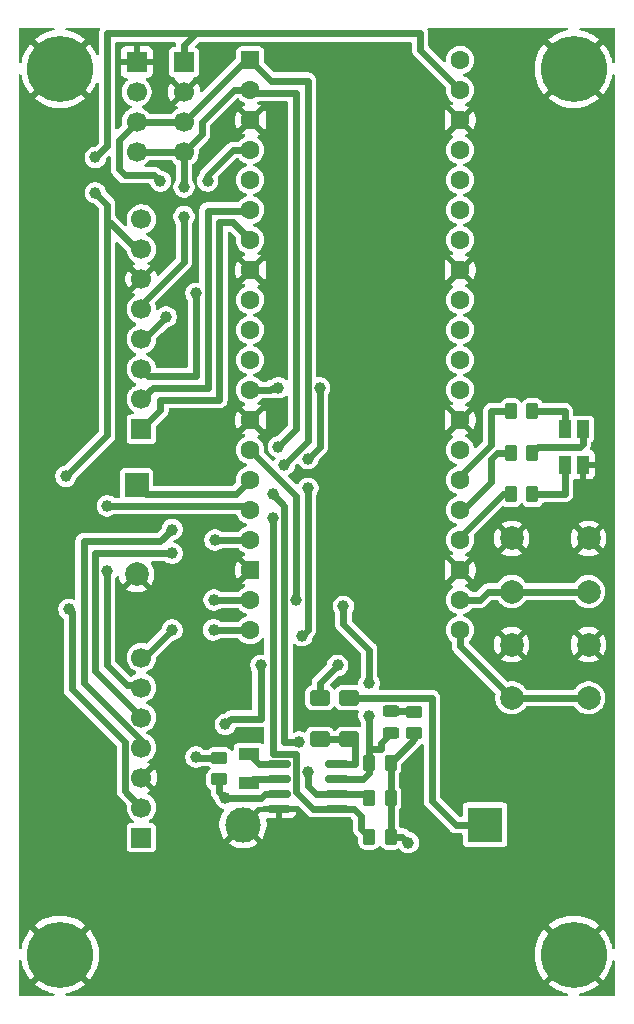
<source format=gbr>
%TF.GenerationSoftware,KiCad,Pcbnew,9.0.1*%
%TF.CreationDate,2025-06-21T17:44:41+02:00*%
%TF.ProjectId,PicoLogger_Small,5069636f-4c6f-4676-9765-725f536d616c,rev?*%
%TF.SameCoordinates,Original*%
%TF.FileFunction,Copper,L1,Top*%
%TF.FilePolarity,Positive*%
%FSLAX46Y46*%
G04 Gerber Fmt 4.6, Leading zero omitted, Abs format (unit mm)*
G04 Created by KiCad (PCBNEW 9.0.1) date 2025-06-21 17:44:41*
%MOMM*%
%LPD*%
G01*
G04 APERTURE LIST*
G04 Aperture macros list*
%AMRoundRect*
0 Rectangle with rounded corners*
0 $1 Rounding radius*
0 $2 $3 $4 $5 $6 $7 $8 $9 X,Y pos of 4 corners*
0 Add a 4 corners polygon primitive as box body*
4,1,4,$2,$3,$4,$5,$6,$7,$8,$9,$2,$3,0*
0 Add four circle primitives for the rounded corners*
1,1,$1+$1,$2,$3*
1,1,$1+$1,$4,$5*
1,1,$1+$1,$6,$7*
1,1,$1+$1,$8,$9*
0 Add four rect primitives between the rounded corners*
20,1,$1+$1,$2,$3,$4,$5,0*
20,1,$1+$1,$4,$5,$6,$7,0*
20,1,$1+$1,$6,$7,$8,$9,0*
20,1,$1+$1,$8,$9,$2,$3,0*%
%AMFreePoly0*
4,1,37,0.603843,0.796157,0.639018,0.796157,0.711114,0.766294,0.766294,0.711114,0.796157,0.639018,0.796157,0.603843,0.800000,0.600000,0.800000,-0.600000,0.796157,-0.603843,0.796157,-0.639018,0.766294,-0.711114,0.711114,-0.766294,0.639018,-0.796157,0.603843,-0.796157,0.600000,-0.800000,0.000000,-0.800000,0.000000,-0.796148,-0.078414,-0.796148,-0.232228,-0.765552,-0.377117,-0.705537,
-0.507515,-0.618408,-0.618408,-0.507515,-0.705537,-0.377117,-0.765552,-0.232228,-0.796148,-0.078414,-0.796148,0.078414,-0.765552,0.232228,-0.705537,0.377117,-0.618408,0.507515,-0.507515,0.618408,-0.377117,0.705537,-0.232228,0.765552,-0.078414,0.796148,0.000000,0.796148,0.000000,0.800000,0.600000,0.800000,0.603843,0.796157,0.603843,0.796157,$1*%
%AMFreePoly1*
4,1,37,0.000000,0.796148,0.078414,0.796148,0.232228,0.765552,0.377117,0.705537,0.507515,0.618408,0.618408,0.507515,0.705537,0.377117,0.765552,0.232228,0.796148,0.078414,0.796148,-0.078414,0.765552,-0.232228,0.705537,-0.377117,0.618408,-0.507515,0.507515,-0.618408,0.377117,-0.705537,0.232228,-0.765552,0.078414,-0.796148,0.000000,-0.796148,0.000000,-0.800000,-0.600000,-0.800000,
-0.603843,-0.796157,-0.639018,-0.796157,-0.711114,-0.766294,-0.766294,-0.711114,-0.796157,-0.639018,-0.796157,-0.603843,-0.800000,-0.600000,-0.800000,0.600000,-0.796157,0.603843,-0.796157,0.639018,-0.766294,0.711114,-0.711114,0.766294,-0.639018,0.796157,-0.603843,0.796157,-0.600000,0.800000,0.000000,0.800000,0.000000,0.796148,0.000000,0.796148,$1*%
G04 Aperture macros list end*
%TA.AperFunction,ComponentPad*%
%ADD10R,1.700000X1.700000*%
%TD*%
%TA.AperFunction,ComponentPad*%
%ADD11C,1.700000*%
%TD*%
%TA.AperFunction,ComponentPad*%
%ADD12C,2.000000*%
%TD*%
%TA.AperFunction,SMDPad,CuDef*%
%ADD13RoundRect,0.250000X0.262500X0.450000X-0.262500X0.450000X-0.262500X-0.450000X0.262500X-0.450000X0*%
%TD*%
%TA.AperFunction,SMDPad,CuDef*%
%ADD14R,1.800000X1.000000*%
%TD*%
%TA.AperFunction,SMDPad,CuDef*%
%ADD15R,1.100000X1.500000*%
%TD*%
%TA.AperFunction,SMDPad,CuDef*%
%ADD16RoundRect,0.250000X-0.450000X0.262500X-0.450000X-0.262500X0.450000X-0.262500X0.450000X0.262500X0*%
%TD*%
%TA.AperFunction,ComponentPad*%
%ADD17R,2.000000X2.000000*%
%TD*%
%TA.AperFunction,SMDPad,CuDef*%
%ADD18RoundRect,0.250000X0.450000X-0.262500X0.450000X0.262500X-0.450000X0.262500X-0.450000X-0.262500X0*%
%TD*%
%TA.AperFunction,ComponentPad*%
%ADD19C,5.600000*%
%TD*%
%TA.AperFunction,SMDPad,CuDef*%
%ADD20RoundRect,0.250000X0.600000X-0.400000X0.600000X0.400000X-0.600000X0.400000X-0.600000X-0.400000X0*%
%TD*%
%TA.AperFunction,SMDPad,CuDef*%
%ADD21RoundRect,0.243750X0.456250X-0.243750X0.456250X0.243750X-0.456250X0.243750X-0.456250X-0.243750X0*%
%TD*%
%TA.AperFunction,ComponentPad*%
%ADD22RoundRect,0.200000X-0.600000X-0.600000X0.600000X-0.600000X0.600000X0.600000X-0.600000X0.600000X0*%
%TD*%
%TA.AperFunction,ComponentPad*%
%ADD23C,1.600000*%
%TD*%
%TA.AperFunction,ComponentPad*%
%ADD24FreePoly0,0.000000*%
%TD*%
%TA.AperFunction,ComponentPad*%
%ADD25FreePoly1,0.000000*%
%TD*%
%TA.AperFunction,SMDPad,CuDef*%
%ADD26RoundRect,0.150000X-0.825000X-0.150000X0.825000X-0.150000X0.825000X0.150000X-0.825000X0.150000X0*%
%TD*%
%TA.AperFunction,ComponentPad*%
%ADD27R,3.000000X3.000000*%
%TD*%
%TA.AperFunction,ComponentPad*%
%ADD28C,3.000000*%
%TD*%
%TA.AperFunction,ViaPad*%
%ADD29C,1.000000*%
%TD*%
%TA.AperFunction,Conductor*%
%ADD30C,0.600000*%
%TD*%
G04 APERTURE END LIST*
D10*
%TO.P,J4,1,Pin_1*%
%TO.N,+5V*%
X145385000Y-104080000D03*
D11*
%TO.P,J4,2,Pin_2*%
%TO.N,+3.3V*%
X145385000Y-101540000D03*
%TO.P,J4,3,Pin_3*%
%TO.N,GND*%
X145385000Y-99000000D03*
%TO.P,J4,4,Pin_4*%
%TO.N,SPI CSn*%
X145385000Y-96460000D03*
%TO.P,J4,5,Pin_5*%
%TO.N,SPI SCK*%
X145385000Y-93920000D03*
%TO.P,J4,6,Pin_6*%
%TO.N,SPI RX*%
X145385000Y-91380000D03*
%TO.P,J4,7,Pin_7*%
%TO.N,SPI TX*%
X145385000Y-88840000D03*
%TD*%
D12*
%TO.P,SW1,1,1*%
%TO.N,GND*%
X176750000Y-78750000D03*
X183250000Y-78750000D03*
%TO.P,SW1,2,2*%
%TO.N,GPIO17*%
X176750000Y-83250000D03*
X183250000Y-83250000D03*
%TD*%
D13*
%TO.P,R5,1*%
%TO.N,+5V*%
X166500000Y-100750000D03*
%TO.P,R5,2*%
%TO.N,SCL*%
X164675000Y-100750000D03*
%TD*%
D14*
%TO.P,Y1,1,1*%
%TO.N,Net-(U1-OSCO)*%
X154500000Y-99500000D03*
%TO.P,Y1,2,2*%
%TO.N,Net-(U1-OSCI)*%
X154500000Y-97000000D03*
%TD*%
D15*
%TO.P,D1,1,DO*%
%TO.N,Net-(D1-DO)*%
X182750000Y-69500000D03*
%TO.P,D1,2,GND*%
%TO.N,GND*%
X182750000Y-72500000D03*
%TO.P,D1,3,VDD*%
%TO.N,Net-(D1-VDD)*%
X181250000Y-72500000D03*
%TO.P,D1,4,DI*%
%TO.N,Net-(D1-DI)*%
X181250000Y-69500000D03*
%TD*%
D16*
%TO.P,R7,1*%
%TO.N,Net-(D2-A)*%
X168500000Y-93425000D03*
%TO.P,R7,2*%
%TO.N,+5V*%
X168500000Y-95250000D03*
%TD*%
D13*
%TO.P,R4,1*%
%TO.N,+5V*%
X166500000Y-104000000D03*
%TO.P,R4,2*%
%TO.N,SDA*%
X164675000Y-104000000D03*
%TD*%
D17*
%TO.P,BZ1,1,+*%
%TO.N,GPIO11*%
X145000000Y-74200000D03*
D12*
%TO.P,BZ1,2,-*%
%TO.N,GND*%
X145000000Y-81800000D03*
%TD*%
D18*
%TO.P,R8,1*%
%TO.N,GPIO9*%
X152000000Y-99162500D03*
%TO.P,R8,2*%
%TO.N,+5V*%
X152000000Y-97337500D03*
%TD*%
D12*
%TO.P,SW2,1,1*%
%TO.N,GND*%
X176750000Y-87750000D03*
X183250000Y-87750000D03*
%TO.P,SW2,2,2*%
%TO.N,GPIO16*%
X176750000Y-92250000D03*
X183250000Y-92250000D03*
%TD*%
D19*
%TO.P,H4,1,1*%
%TO.N,GND*%
X182000000Y-114000000D03*
%TD*%
D13*
%TO.P,R2,1*%
%TO.N,Net-(D1-DO)*%
X178500000Y-71500000D03*
%TO.P,R2,2*%
%TO.N,GPIO19*%
X176675000Y-71500000D03*
%TD*%
D19*
%TO.P,H1,1,1*%
%TO.N,GND*%
X182000000Y-39000000D03*
%TD*%
D20*
%TO.P,D4,1,K*%
%TO.N,Net-(D3-K)*%
X163000000Y-95750000D03*
%TO.P,D4,2,A*%
%TO.N,+BATT*%
X163000000Y-92250000D03*
%TD*%
D13*
%TO.P,R3,1*%
%TO.N,Net-(D1-VDD)*%
X178500000Y-75000000D03*
%TO.P,R3,2*%
%TO.N,GPIO18*%
X176675000Y-75000000D03*
%TD*%
D10*
%TO.P,J1,1,Pin_1*%
%TO.N,+3.3V*%
X149000000Y-38420000D03*
D11*
%TO.P,J1,2,Pin_2*%
%TO.N,GND*%
X149000000Y-40960000D03*
%TO.P,J1,3,Pin_3*%
%TO.N,SDA*%
X149000000Y-43500000D03*
%TO.P,J1,4,Pin_4*%
%TO.N,SCL*%
X149000000Y-46040000D03*
%TD*%
D20*
%TO.P,D3,1,K*%
%TO.N,Net-(D3-K)*%
X160500000Y-95750000D03*
%TO.P,D3,2,A*%
%TO.N,+5V*%
X160500000Y-92250000D03*
%TD*%
D21*
%TO.P,D2,1,K*%
%TO.N,GPIO10*%
X166500000Y-95250000D03*
%TO.P,D2,2,A*%
%TO.N,Net-(D2-A)*%
X166500000Y-93375000D03*
%TD*%
D10*
%TO.P,J2,1,Pin_1*%
%TO.N,GND*%
X145000000Y-38420000D03*
D11*
%TO.P,J2,2,Pin_2*%
%TO.N,+5V*%
X145000000Y-40960000D03*
%TO.P,J2,3,Pin_3*%
%TO.N,SDA*%
X145000000Y-43500000D03*
%TO.P,J2,4,Pin_4*%
%TO.N,SCL*%
X145000000Y-46040000D03*
%TD*%
D19*
%TO.P,H3,1,1*%
%TO.N,GND*%
X138500000Y-114000000D03*
%TD*%
%TO.P,H2,1,1*%
%TO.N,GND*%
X138500000Y-39000000D03*
%TD*%
D13*
%TO.P,R1,1*%
%TO.N,Net-(D1-DI)*%
X178500000Y-68000000D03*
%TO.P,R1,2*%
%TO.N,GPIO20*%
X176675000Y-68000000D03*
%TD*%
%TO.P,R6,1*%
%TO.N,+5V*%
X166500000Y-97750000D03*
%TO.P,R6,2*%
%TO.N,GPIO10*%
X164675000Y-97750000D03*
%TD*%
D22*
%TO.P,A1,1,GPIO0*%
%TO.N,SDA*%
X154610000Y-38245000D03*
D23*
%TO.P,A1,2,GPIO1*%
%TO.N,SCL*%
X154610000Y-40785000D03*
D24*
%TO.P,A1,3,GND*%
%TO.N,GND*%
X154610000Y-43325000D03*
D23*
%TO.P,A1,4,GPIO2*%
%TO.N,GPIO2*%
X154610000Y-45865000D03*
%TO.P,A1,5,GPIO3*%
%TO.N,unconnected-(A1-GPIO3-Pad5)*%
X154610000Y-48405000D03*
%TO.P,A1,6,GPIO4*%
%TO.N,TX*%
X154610000Y-50945000D03*
%TO.P,A1,7,GPIO5*%
%TO.N,RX*%
X154610000Y-53485000D03*
D24*
%TO.P,A1,8,GND*%
%TO.N,GND*%
X154610000Y-56025000D03*
D23*
%TO.P,A1,9,GPIO6*%
%TO.N,unconnected-(A1-GPIO6-Pad9)*%
X154610000Y-58565000D03*
%TO.P,A1,10,GPIO7*%
%TO.N,unconnected-(A1-GPIO7-Pad10)*%
X154610000Y-61105000D03*
%TO.P,A1,11,GPIO8*%
%TO.N,unconnected-(A1-GPIO8-Pad11)*%
X154610000Y-63645000D03*
%TO.P,A1,12,GPIO9*%
%TO.N,GPIO9*%
X154610000Y-66185000D03*
D24*
%TO.P,A1,13,GND*%
%TO.N,GND*%
X154610000Y-68725000D03*
D23*
%TO.P,A1,14,GPIO10*%
%TO.N,GPIO10*%
X154610000Y-71265000D03*
%TO.P,A1,15,GPIO11*%
%TO.N,GPIO11*%
X154610000Y-73805000D03*
%TO.P,A1,16,GPIO12*%
%TO.N,SPI RX*%
X154610000Y-76345000D03*
%TO.P,A1,17,GPIO13*%
%TO.N,SPI CSn*%
X154610000Y-78885000D03*
D24*
%TO.P,A1,18,GND*%
%TO.N,GND*%
X154610000Y-81425000D03*
D23*
%TO.P,A1,19,GPIO14*%
%TO.N,SPI SCK*%
X154610000Y-83965000D03*
%TO.P,A1,20,GPIO15*%
%TO.N,SPI TX*%
X154610000Y-86505000D03*
%TO.P,A1,21,GPIO16*%
%TO.N,GPIO16*%
X172390000Y-86505000D03*
%TO.P,A1,22,GPIO17*%
%TO.N,GPIO17*%
X172390000Y-83965000D03*
D25*
%TO.P,A1,23,GND*%
%TO.N,GND*%
X172390000Y-81425000D03*
D23*
%TO.P,A1,24,GPIO18*%
%TO.N,GPIO18*%
X172390000Y-78885000D03*
%TO.P,A1,25,GPIO19*%
%TO.N,GPIO19*%
X172390000Y-76345000D03*
%TO.P,A1,26,GPIO20*%
%TO.N,GPIO20*%
X172390000Y-73805000D03*
%TO.P,A1,27,GPIO21*%
%TO.N,unconnected-(A1-GPIO21-Pad27)*%
X172390000Y-71265000D03*
D25*
%TO.P,A1,28,GND*%
%TO.N,GND*%
X172390000Y-68725000D03*
D23*
%TO.P,A1,29,GPIO22*%
%TO.N,unconnected-(A1-GPIO22-Pad29)*%
X172390000Y-66185000D03*
%TO.P,A1,30,RUN*%
%TO.N,unconnected-(A1-RUN-Pad30)*%
X172390000Y-63645000D03*
%TO.P,A1,31,GPIO26_ADC0*%
%TO.N,unconnected-(A1-GPIO26_ADC0-Pad31)*%
X172390000Y-61105000D03*
%TO.P,A1,32,GPIO27_ADC1*%
%TO.N,unconnected-(A1-GPIO27_ADC1-Pad32)*%
X172390000Y-58565000D03*
D25*
%TO.P,A1,33,AGND*%
%TO.N,GND*%
X172390000Y-56025000D03*
D23*
%TO.P,A1,34,GPIO28_ADC2*%
%TO.N,unconnected-(A1-GPIO28_ADC2-Pad34)*%
X172390000Y-53485000D03*
%TO.P,A1,35,ADC_VREF*%
%TO.N,unconnected-(A1-ADC_VREF-Pad35)*%
X172390000Y-50945000D03*
%TO.P,A1,36,3V3*%
%TO.N,unconnected-(A1-3V3-Pad36)*%
X172390000Y-48405000D03*
%TO.P,A1,37,3V3_EN*%
%TO.N,unconnected-(A1-3V3_EN-Pad37)*%
X172390000Y-45865000D03*
D25*
%TO.P,A1,38,GND*%
%TO.N,GND*%
X172390000Y-43325000D03*
D23*
%TO.P,A1,39,VSYS*%
%TO.N,+3.3V*%
X172390000Y-40785000D03*
%TO.P,A1,40,VBUS*%
%TO.N,+5V*%
X172390000Y-38245000D03*
%TD*%
D10*
%TO.P,J3,1,Pin_1*%
%TO.N,RX*%
X145385000Y-69500000D03*
D11*
%TO.P,J3,2,Pin_2*%
%TO.N,TX*%
X145385000Y-66960000D03*
%TO.P,J3,3,Pin_3*%
%TO.N,GPIO2*%
X145385000Y-64420000D03*
%TO.P,J3,4,Pin_4*%
%TO.N,SDA*%
X145385000Y-61880000D03*
%TO.P,J3,5,Pin_5*%
%TO.N,SCL*%
X145385000Y-59340000D03*
%TO.P,J3,6,Pin_6*%
%TO.N,GND*%
X145385000Y-56800000D03*
%TO.P,J3,7,Pin_7*%
%TO.N,+3.3V*%
X145385000Y-54260000D03*
%TO.P,J3,8,Pin_8*%
%TO.N,+5V*%
X145385000Y-51720000D03*
%TD*%
D26*
%TO.P,U1,1,OSCI*%
%TO.N,Net-(U1-OSCI)*%
X157025000Y-97845000D03*
%TO.P,U1,2,OSCO*%
%TO.N,Net-(U1-OSCO)*%
X157025000Y-99115000D03*
%TO.P,U1,3,~{INT}*%
%TO.N,GPIO9*%
X157025000Y-100385000D03*
%TO.P,U1,4,VSS*%
%TO.N,GND*%
X157025000Y-101655000D03*
%TO.P,U1,5,SDA*%
%TO.N,SDA*%
X161975000Y-101655000D03*
%TO.P,U1,6,SCL*%
%TO.N,SCL*%
X161975000Y-100385000D03*
%TO.P,U1,7,CLKO*%
%TO.N,GPIO10*%
X161975000Y-99115000D03*
%TO.P,U1,8,VDD*%
%TO.N,Net-(D3-K)*%
X161975000Y-97845000D03*
%TD*%
D27*
%TO.P,BT1,1,+*%
%TO.N,+BATT*%
X174490000Y-103000000D03*
D28*
%TO.P,BT1,2,-*%
%TO.N,GND*%
X154000000Y-103000000D03*
%TD*%
D29*
%TO.N,+3.3V*%
X139250000Y-84750000D03*
X139000000Y-73500000D03*
X141500000Y-46500000D03*
X141500000Y-49500000D03*
%TO.N,SPI CSn*%
X148000000Y-78000000D03*
X151615000Y-78885000D03*
%TO.N,SCL*%
X159500000Y-98500000D03*
X156500000Y-75000000D03*
X157000000Y-71000000D03*
X158750000Y-96000000D03*
X149000000Y-51500000D03*
X149000000Y-49000000D03*
%TO.N,SPI TX*%
X151500000Y-86500000D03*
X148000000Y-86500000D03*
%TO.N,SDA*%
X156500000Y-77000000D03*
X157500000Y-72500000D03*
X147000000Y-48500000D03*
X147500000Y-60000000D03*
%TO.N,SPI SCK*%
X148000000Y-80000000D03*
X151535000Y-83965000D03*
%TO.N,+5V*%
X162000000Y-89500000D03*
X168000000Y-104500000D03*
X150000000Y-97250000D03*
%TO.N,SPI RX*%
X142500000Y-81500000D03*
X142500000Y-76000000D03*
%TO.N,GPIO2*%
X151000000Y-48500000D03*
X150000000Y-58000000D03*
%TO.N,GPIO10*%
X164675000Y-93750000D03*
X158500000Y-84000000D03*
X162500000Y-84500000D03*
X164675000Y-91000000D03*
%TO.N,GPIO9*%
X157000000Y-66000000D03*
X159500000Y-72000000D03*
X160500000Y-66000000D03*
X155500000Y-89500000D03*
X159500000Y-74500000D03*
X152500000Y-94500000D03*
X152500000Y-100750000D03*
X159000000Y-87000000D03*
%TD*%
D30*
%TO.N,SDA*%
X143500000Y-45000000D02*
X145000000Y-43500000D01*
X146500000Y-48000000D02*
X144000000Y-48000000D01*
X143500000Y-47500000D02*
X143500000Y-45000000D01*
X147000000Y-48500000D02*
X146500000Y-48000000D01*
X144000000Y-48000000D02*
X143500000Y-47500000D01*
%TO.N,+3.3V*%
X144000000Y-96000000D02*
X144000000Y-100155000D01*
X139500000Y-91500000D02*
X144000000Y-96000000D01*
X139250000Y-84750000D02*
X139500000Y-85000000D01*
X139500000Y-85000000D02*
X139500000Y-91500000D01*
X144000000Y-100155000D02*
X145385000Y-101540000D01*
%TO.N,GPIO11*%
X145800000Y-75000000D02*
X145000000Y-74200000D01*
X154610000Y-73805000D02*
X153415000Y-75000000D01*
X153415000Y-75000000D02*
X145800000Y-75000000D01*
%TO.N,SDA*%
X145000000Y-43500000D02*
X149000000Y-43500000D01*
%TO.N,SCL*%
X145040000Y-46000000D02*
X145000000Y-46040000D01*
X148960000Y-46000000D02*
X145040000Y-46000000D01*
X149000000Y-46040000D02*
X148960000Y-46000000D01*
X150500000Y-44540000D02*
X149000000Y-46040000D01*
X150500000Y-43500000D02*
X150500000Y-44540000D01*
X153215000Y-40785000D02*
X150500000Y-43500000D01*
X154610000Y-40785000D02*
X153215000Y-40785000D01*
%TO.N,RX*%
X153125000Y-52000000D02*
X154610000Y-53485000D01*
X152000000Y-52000000D02*
X153125000Y-52000000D01*
X152000000Y-67000000D02*
X152000000Y-52000000D01*
X147000000Y-67000000D02*
X152000000Y-67000000D01*
X147000000Y-67885000D02*
X147000000Y-67000000D01*
X145385000Y-69500000D02*
X147000000Y-67885000D01*
%TO.N,SDA*%
X145000000Y-61880000D02*
X145620000Y-61880000D01*
X145620000Y-61880000D02*
X147500000Y-60000000D01*
%TO.N,SPI CSn*%
X147000000Y-79000000D02*
X140500000Y-79000000D01*
X140500000Y-79000000D02*
X140500000Y-91000000D01*
X140500000Y-91000000D02*
X145500000Y-96000000D01*
X145500000Y-96000000D02*
X145500000Y-96270000D01*
X148000000Y-78000000D02*
X147000000Y-79000000D01*
%TO.N,+3.3V*%
X142500000Y-70000000D02*
X139000000Y-73500000D01*
X142500000Y-51760000D02*
X142500000Y-70000000D01*
X142500000Y-50500000D02*
X142500000Y-51760000D01*
X142500000Y-36000000D02*
X150000000Y-36000000D01*
X141500000Y-46500000D02*
X142500000Y-45500000D01*
X141500000Y-49500000D02*
X142500000Y-50500000D01*
X150000000Y-36000000D02*
X169000000Y-36000000D01*
X149000000Y-37000000D02*
X150000000Y-36000000D01*
X142500000Y-51760000D02*
X145000000Y-54260000D01*
X169000000Y-37395000D02*
X172390000Y-40785000D01*
X169000000Y-36000000D02*
X169000000Y-37395000D01*
X149000000Y-38420000D02*
X149000000Y-37000000D01*
X142500000Y-45500000D02*
X142500000Y-36000000D01*
%TO.N,SPI CSn*%
X154610000Y-78885000D02*
X151615000Y-78885000D01*
%TO.N,SCL*%
X149000000Y-51500000D02*
X149000000Y-55340000D01*
X161975000Y-100385000D02*
X164310000Y-100385000D01*
X157000000Y-71000000D02*
X158500000Y-69500000D01*
X157500000Y-76000000D02*
X156500000Y-75000000D01*
X158500000Y-69500000D02*
X158500000Y-41000000D01*
X154825000Y-41000000D02*
X154610000Y-40785000D01*
X160135000Y-100385000D02*
X161975000Y-100385000D01*
X149000000Y-46040000D02*
X149000000Y-49000000D01*
X159500000Y-98500000D02*
X159500000Y-99750000D01*
X158750000Y-96000000D02*
X157500000Y-96000000D01*
X159500000Y-99750000D02*
X160135000Y-100385000D01*
X164310000Y-100385000D02*
X164675000Y-100750000D01*
X145000000Y-59340000D02*
X149000000Y-55340000D01*
X158500000Y-41000000D02*
X154825000Y-41000000D01*
X157500000Y-96000000D02*
X157500000Y-76000000D01*
%TO.N,SPI TX*%
X154605000Y-86500000D02*
X151500000Y-86500000D01*
X154610000Y-86505000D02*
X154605000Y-86500000D01*
X154235000Y-86880000D02*
X154610000Y-86505000D01*
X145850000Y-88650000D02*
X148000000Y-86500000D01*
X145500000Y-88650000D02*
X145850000Y-88650000D01*
%TO.N,SDA*%
X159500000Y-70500000D02*
X157500000Y-72500000D01*
X159905000Y-101655000D02*
X161975000Y-101655000D01*
X164675000Y-104000000D02*
X164675000Y-104250000D01*
X164000000Y-103325000D02*
X164675000Y-104000000D01*
X159500000Y-40000000D02*
X159500000Y-70500000D01*
X156365000Y-40000000D02*
X159500000Y-40000000D01*
X164000000Y-102250000D02*
X164000000Y-103325000D01*
X163405000Y-101655000D02*
X164000000Y-102250000D01*
X156500000Y-77000000D02*
X156500000Y-97000000D01*
X158500000Y-100250000D02*
X159905000Y-101655000D01*
X158500000Y-97000000D02*
X158500000Y-100250000D01*
X149000000Y-43500000D02*
X154255000Y-38245000D01*
X156500000Y-97000000D02*
X158500000Y-97000000D01*
X154610000Y-38245000D02*
X156365000Y-40000000D01*
X161975000Y-101655000D02*
X163405000Y-101655000D01*
X154255000Y-38245000D02*
X154610000Y-38245000D01*
%TO.N,SPI SCK*%
X154610000Y-83965000D02*
X151535000Y-83965000D01*
X141500000Y-80000000D02*
X141500000Y-90000000D01*
X148000000Y-80000000D02*
X141500000Y-80000000D01*
X145230000Y-93730000D02*
X145500000Y-93730000D01*
X141500000Y-90000000D02*
X145230000Y-93730000D01*
%TO.N,+5V*%
X168500000Y-95250000D02*
X168500000Y-95750000D01*
X168500000Y-95750000D02*
X166500000Y-97750000D01*
X168000000Y-104500000D02*
X167500000Y-104000000D01*
X152000000Y-97337500D02*
X150087500Y-97337500D01*
X167500000Y-104000000D02*
X166500000Y-104000000D01*
X162000000Y-89500000D02*
X160500000Y-91000000D01*
X160500000Y-91000000D02*
X160500000Y-92250000D01*
X166500000Y-104000000D02*
X166500000Y-97750000D01*
X150087500Y-97337500D02*
X150000000Y-97250000D01*
%TO.N,SPI RX*%
X144190000Y-91190000D02*
X145500000Y-91190000D01*
X154265000Y-76000000D02*
X154610000Y-76345000D01*
X142500000Y-76000000D02*
X154265000Y-76000000D01*
X142500000Y-89500000D02*
X144190000Y-91190000D01*
X142500000Y-81500000D02*
X142500000Y-89500000D01*
%TO.N,GPIO16*%
X172390000Y-86505000D02*
X172390000Y-87890000D01*
X183250000Y-92250000D02*
X176750000Y-92250000D01*
X172390000Y-87890000D02*
X176750000Y-92250000D01*
%TO.N,GPIO2*%
X151000000Y-48000000D02*
X153135000Y-45865000D01*
X150000000Y-58000000D02*
X150000000Y-65000000D01*
X145965000Y-65000000D02*
X145385000Y-64420000D01*
X151000000Y-48500000D02*
X151000000Y-48000000D01*
X150000000Y-65000000D02*
X145965000Y-65000000D01*
X153135000Y-45865000D02*
X154610000Y-45865000D01*
%TO.N,TX*%
X146345000Y-66000000D02*
X145385000Y-66960000D01*
X151000000Y-66000000D02*
X146345000Y-66000000D01*
X154555000Y-51000000D02*
X151000000Y-51000000D01*
X151000000Y-51000000D02*
X151000000Y-66000000D01*
X154610000Y-50945000D02*
X154555000Y-51000000D01*
%TO.N,GPIO10*%
X164675000Y-97750000D02*
X164675000Y-96575000D01*
X164675000Y-96575000D02*
X165675000Y-96575000D01*
X161975000Y-99115000D02*
X164135000Y-99115000D01*
X158500000Y-75155000D02*
X154610000Y-71265000D01*
X158500000Y-84000000D02*
X158500000Y-75155000D01*
X164675000Y-96575000D02*
X164675000Y-93750000D01*
X165675000Y-96075000D02*
X166500000Y-95250000D01*
X165675000Y-96575000D02*
X165675000Y-96075000D01*
X162500000Y-86000000D02*
X164675000Y-88175000D01*
X162500000Y-84500000D02*
X162500000Y-86000000D01*
X164675000Y-98575000D02*
X164675000Y-97750000D01*
X164675000Y-88175000D02*
X164675000Y-91000000D01*
X164135000Y-99115000D02*
X164675000Y-98575000D01*
%TO.N,+BATT*%
X172000000Y-103000000D02*
X174490000Y-103000000D01*
X170000000Y-96000000D02*
X170000000Y-101000000D01*
X170000000Y-96000000D02*
X170000000Y-92250000D01*
X170000000Y-101000000D02*
X172000000Y-103000000D01*
X170000000Y-92250000D02*
X163000000Y-92250000D01*
X163000000Y-92000000D02*
X163250000Y-92250000D01*
%TO.N,Net-(D2-A)*%
X168450000Y-93375000D02*
X168500000Y-93425000D01*
X167050000Y-93425000D02*
X167000000Y-93375000D01*
X166500000Y-93375000D02*
X168450000Y-93375000D01*
%TO.N,GPIO17*%
X174035000Y-83965000D02*
X172390000Y-83965000D01*
X174035000Y-83965000D02*
X174750000Y-83250000D01*
X176750000Y-83250000D02*
X183250000Y-83250000D01*
X174750000Y-83250000D02*
X176750000Y-83250000D01*
%TO.N,GPIO20*%
X175000000Y-68000000D02*
X175000000Y-70865705D01*
X172390000Y-73475705D02*
X172390000Y-73805000D01*
X176675000Y-68000000D02*
X175000000Y-68000000D01*
X175000000Y-70865705D02*
X172390000Y-73475705D01*
%TO.N,GPIO18*%
X176675000Y-75000000D02*
X176000000Y-75000000D01*
X172390000Y-78610000D02*
X172390000Y-78885000D01*
X176000000Y-75000000D02*
X172390000Y-78610000D01*
%TO.N,GPIO19*%
X173000000Y-76000000D02*
X172735000Y-76000000D01*
X175000000Y-72000000D02*
X175000000Y-74000000D01*
X175500000Y-71500000D02*
X175000000Y-72000000D01*
X176675000Y-71500000D02*
X175500000Y-71500000D01*
X175000000Y-74000000D02*
X173000000Y-76000000D01*
%TO.N,Net-(D1-DI)*%
X181250000Y-68000000D02*
X178500000Y-68000000D01*
X181250000Y-69500000D02*
X181250000Y-68000000D01*
%TO.N,Net-(D1-VDD)*%
X181250000Y-72500000D02*
X181250000Y-75000000D01*
X181250000Y-75000000D02*
X178500000Y-75000000D01*
%TO.N,Net-(D1-DO)*%
X182500000Y-71000000D02*
X179000000Y-71000000D01*
X182750000Y-70750000D02*
X182500000Y-71000000D01*
X179000000Y-71000000D02*
X178500000Y-71500000D01*
X182750000Y-69500000D02*
X182750000Y-70750000D01*
%TO.N,Net-(D3-K)*%
X163495000Y-95745000D02*
X163495000Y-97845000D01*
X160500000Y-95750000D02*
X163490000Y-95750000D01*
X163495000Y-97845000D02*
X161975000Y-97845000D01*
X163490000Y-95750000D02*
X163495000Y-95745000D01*
%TO.N,Net-(U1-OSCI)*%
X155345000Y-97845000D02*
X154500000Y-97000000D01*
X157025000Y-97845000D02*
X155345000Y-97845000D01*
%TO.N,Net-(U1-OSCO)*%
X154885000Y-99115000D02*
X154500000Y-99500000D01*
X157025000Y-99115000D02*
X154885000Y-99115000D01*
%TO.N,GPIO9*%
X159500000Y-86500000D02*
X159000000Y-87000000D01*
X159500000Y-74500000D02*
X159500000Y-86500000D01*
X155500000Y-94000000D02*
X153000000Y-94000000D01*
X160500000Y-66000000D02*
X160500000Y-71000000D01*
X155500000Y-89500000D02*
X155500000Y-94000000D01*
X155500000Y-100750000D02*
X152500000Y-100750000D01*
X153000000Y-94000000D02*
X152500000Y-94500000D01*
X156315000Y-66185000D02*
X154610000Y-66185000D01*
X152500000Y-100750000D02*
X152000000Y-100250000D01*
X157000000Y-66000000D02*
X156500000Y-66000000D01*
X160500000Y-71000000D02*
X159500000Y-72000000D01*
X157025000Y-100385000D02*
X155865000Y-100385000D01*
X155865000Y-100385000D02*
X155500000Y-100750000D01*
X152000000Y-100250000D02*
X152000000Y-99162500D01*
X156500000Y-66000000D02*
X156315000Y-66185000D01*
%TD*%
%TA.AperFunction,Conductor*%
%TO.N,GND*%
G36*
X135205703Y-114487347D02*
G01*
X135243477Y-114546125D01*
X135246117Y-114556869D01*
X135295030Y-114802781D01*
X135295033Y-114802792D01*
X135389157Y-115113078D01*
X135513238Y-115412635D01*
X135513240Y-115412640D01*
X135666079Y-115698580D01*
X135666090Y-115698598D01*
X135846212Y-115968170D01*
X135846222Y-115968184D01*
X135995890Y-116150554D01*
X135995891Y-116150555D01*
X137205748Y-114940698D01*
X137279588Y-115042330D01*
X137457670Y-115220412D01*
X137559300Y-115294251D01*
X136349443Y-116504107D01*
X136349444Y-116504108D01*
X136531815Y-116653777D01*
X136531829Y-116653787D01*
X136801401Y-116833909D01*
X136801419Y-116833920D01*
X137087359Y-116986759D01*
X137087364Y-116986761D01*
X137386921Y-117110842D01*
X137697207Y-117204966D01*
X137697218Y-117204969D01*
X137943130Y-117253883D01*
X138005041Y-117286267D01*
X138039615Y-117346983D01*
X138035876Y-117416753D01*
X137995010Y-117473425D01*
X137929992Y-117499006D01*
X137918939Y-117499500D01*
X135124500Y-117499500D01*
X135057461Y-117479815D01*
X135011706Y-117427011D01*
X135000500Y-117375500D01*
X135000500Y-114581060D01*
X135020185Y-114514021D01*
X135072989Y-114468266D01*
X135142147Y-114458322D01*
X135205703Y-114487347D01*
G37*
%TD.AperFunction*%
%TA.AperFunction,Conductor*%
G36*
X181485978Y-35520185D02*
G01*
X181531733Y-35572989D01*
X181541677Y-35642147D01*
X181512652Y-35705703D01*
X181453874Y-35743477D01*
X181443130Y-35746117D01*
X181197218Y-35795030D01*
X181197207Y-35795033D01*
X180886921Y-35889157D01*
X180587364Y-36013238D01*
X180587359Y-36013240D01*
X180301419Y-36166079D01*
X180301401Y-36166090D01*
X180031829Y-36346212D01*
X180031815Y-36346222D01*
X179849444Y-36495890D01*
X179849443Y-36495891D01*
X181059301Y-37705748D01*
X180957670Y-37779588D01*
X180779588Y-37957670D01*
X180705748Y-38059301D01*
X179495891Y-36849443D01*
X179495890Y-36849444D01*
X179346222Y-37031815D01*
X179346212Y-37031829D01*
X179166090Y-37301401D01*
X179166079Y-37301419D01*
X179013240Y-37587359D01*
X179013238Y-37587364D01*
X178889157Y-37886921D01*
X178795033Y-38197207D01*
X178795030Y-38197218D01*
X178731782Y-38515198D01*
X178731779Y-38515215D01*
X178700000Y-38837884D01*
X178700000Y-39162115D01*
X178731779Y-39484784D01*
X178731782Y-39484801D01*
X178795030Y-39802781D01*
X178795033Y-39802792D01*
X178889157Y-40113078D01*
X179013238Y-40412635D01*
X179013240Y-40412640D01*
X179166079Y-40698580D01*
X179166090Y-40698598D01*
X179346212Y-40968170D01*
X179346222Y-40968184D01*
X179495890Y-41150554D01*
X179495891Y-41150555D01*
X180705748Y-39940698D01*
X180779588Y-40042330D01*
X180957670Y-40220412D01*
X181059300Y-40294251D01*
X179849443Y-41504107D01*
X179849444Y-41504108D01*
X180031815Y-41653777D01*
X180031829Y-41653787D01*
X180301401Y-41833909D01*
X180301419Y-41833920D01*
X180587359Y-41986759D01*
X180587364Y-41986761D01*
X180886921Y-42110842D01*
X181197207Y-42204966D01*
X181197218Y-42204969D01*
X181515198Y-42268217D01*
X181515215Y-42268220D01*
X181837884Y-42300000D01*
X182162116Y-42300000D01*
X182484784Y-42268220D01*
X182484801Y-42268217D01*
X182802781Y-42204969D01*
X182802792Y-42204966D01*
X183113078Y-42110842D01*
X183412635Y-41986761D01*
X183412640Y-41986759D01*
X183698580Y-41833920D01*
X183698598Y-41833909D01*
X183968170Y-41653787D01*
X183968183Y-41653777D01*
X184150554Y-41504108D01*
X184150554Y-41504107D01*
X182940698Y-40294251D01*
X183042330Y-40220412D01*
X183220412Y-40042330D01*
X183294251Y-39940698D01*
X184504107Y-41150554D01*
X184504108Y-41150554D01*
X184653777Y-40968183D01*
X184653787Y-40968170D01*
X184833909Y-40698598D01*
X184833920Y-40698580D01*
X184986759Y-40412640D01*
X184986761Y-40412635D01*
X185110842Y-40113078D01*
X185204966Y-39802792D01*
X185204969Y-39802781D01*
X185253883Y-39556869D01*
X185286267Y-39494958D01*
X185346983Y-39460384D01*
X185416752Y-39464123D01*
X185473425Y-39504989D01*
X185499006Y-39570007D01*
X185499500Y-39581060D01*
X185499500Y-113418939D01*
X185479815Y-113485978D01*
X185427011Y-113531733D01*
X185357853Y-113541677D01*
X185294297Y-113512652D01*
X185256523Y-113453874D01*
X185253883Y-113443130D01*
X185204969Y-113197218D01*
X185204966Y-113197207D01*
X185110842Y-112886921D01*
X184986761Y-112587364D01*
X184986759Y-112587359D01*
X184833920Y-112301419D01*
X184833909Y-112301401D01*
X184653787Y-112031829D01*
X184653777Y-112031815D01*
X184504108Y-111849444D01*
X184504107Y-111849443D01*
X183294250Y-113059299D01*
X183220412Y-112957670D01*
X183042330Y-112779588D01*
X182940697Y-112705747D01*
X184150555Y-111495891D01*
X184150554Y-111495890D01*
X183968184Y-111346222D01*
X183968170Y-111346212D01*
X183698598Y-111166090D01*
X183698580Y-111166079D01*
X183412640Y-111013240D01*
X183412635Y-111013238D01*
X183113078Y-110889157D01*
X182802792Y-110795033D01*
X182802781Y-110795030D01*
X182484801Y-110731782D01*
X182484784Y-110731779D01*
X182162116Y-110700000D01*
X181837884Y-110700000D01*
X181515215Y-110731779D01*
X181515198Y-110731782D01*
X181197218Y-110795030D01*
X181197207Y-110795033D01*
X180886921Y-110889157D01*
X180587364Y-111013238D01*
X180587359Y-111013240D01*
X180301419Y-111166079D01*
X180301401Y-111166090D01*
X180031829Y-111346212D01*
X180031815Y-111346222D01*
X179849444Y-111495890D01*
X179849443Y-111495891D01*
X181059301Y-112705748D01*
X180957670Y-112779588D01*
X180779588Y-112957670D01*
X180705748Y-113059301D01*
X179495891Y-111849443D01*
X179495890Y-111849444D01*
X179346222Y-112031815D01*
X179346212Y-112031829D01*
X179166090Y-112301401D01*
X179166079Y-112301419D01*
X179013240Y-112587359D01*
X179013238Y-112587364D01*
X178889157Y-112886921D01*
X178795033Y-113197207D01*
X178795030Y-113197218D01*
X178731782Y-113515198D01*
X178731779Y-113515215D01*
X178700000Y-113837884D01*
X178700000Y-114162115D01*
X178731779Y-114484784D01*
X178731782Y-114484801D01*
X178795030Y-114802781D01*
X178795033Y-114802792D01*
X178889157Y-115113078D01*
X179013238Y-115412635D01*
X179013240Y-115412640D01*
X179166079Y-115698580D01*
X179166090Y-115698598D01*
X179346212Y-115968170D01*
X179346222Y-115968184D01*
X179495890Y-116150554D01*
X179495891Y-116150555D01*
X180705748Y-114940698D01*
X180779588Y-115042330D01*
X180957670Y-115220412D01*
X181059300Y-115294251D01*
X179849443Y-116504107D01*
X179849444Y-116504108D01*
X180031815Y-116653777D01*
X180031829Y-116653787D01*
X180301401Y-116833909D01*
X180301419Y-116833920D01*
X180587359Y-116986759D01*
X180587364Y-116986761D01*
X180886921Y-117110842D01*
X181197207Y-117204966D01*
X181197218Y-117204969D01*
X181443130Y-117253883D01*
X181505041Y-117286267D01*
X181539615Y-117346983D01*
X181535876Y-117416753D01*
X181495010Y-117473425D01*
X181429992Y-117499006D01*
X181418939Y-117499500D01*
X139081061Y-117499500D01*
X139014022Y-117479815D01*
X138968267Y-117427011D01*
X138958323Y-117357853D01*
X138987348Y-117294297D01*
X139046126Y-117256523D01*
X139056870Y-117253883D01*
X139302781Y-117204969D01*
X139302792Y-117204966D01*
X139613078Y-117110842D01*
X139912635Y-116986761D01*
X139912640Y-116986759D01*
X140198580Y-116833920D01*
X140198598Y-116833909D01*
X140468170Y-116653787D01*
X140468183Y-116653777D01*
X140650554Y-116504108D01*
X140650554Y-116504107D01*
X139440698Y-115294251D01*
X139542330Y-115220412D01*
X139720412Y-115042330D01*
X139794251Y-114940698D01*
X141004107Y-116150554D01*
X141004108Y-116150554D01*
X141153777Y-115968183D01*
X141153787Y-115968170D01*
X141333909Y-115698598D01*
X141333920Y-115698580D01*
X141486759Y-115412640D01*
X141486761Y-115412635D01*
X141610842Y-115113078D01*
X141704966Y-114802792D01*
X141704969Y-114802781D01*
X141768217Y-114484801D01*
X141768220Y-114484784D01*
X141800000Y-114162115D01*
X141800000Y-113837884D01*
X141768220Y-113515215D01*
X141768217Y-113515198D01*
X141704969Y-113197218D01*
X141704966Y-113197207D01*
X141610842Y-112886921D01*
X141486761Y-112587364D01*
X141486759Y-112587359D01*
X141333920Y-112301419D01*
X141333909Y-112301401D01*
X141153787Y-112031829D01*
X141153777Y-112031815D01*
X141004108Y-111849444D01*
X141004107Y-111849443D01*
X139794250Y-113059300D01*
X139720412Y-112957670D01*
X139542330Y-112779588D01*
X139440697Y-112705747D01*
X140650555Y-111495891D01*
X140650554Y-111495890D01*
X140468184Y-111346222D01*
X140468170Y-111346212D01*
X140198598Y-111166090D01*
X140198580Y-111166079D01*
X139912640Y-111013240D01*
X139912635Y-111013238D01*
X139613078Y-110889157D01*
X139302792Y-110795033D01*
X139302781Y-110795030D01*
X138984801Y-110731782D01*
X138984784Y-110731779D01*
X138662116Y-110700000D01*
X138337884Y-110700000D01*
X138015215Y-110731779D01*
X138015198Y-110731782D01*
X137697218Y-110795030D01*
X137697207Y-110795033D01*
X137386921Y-110889157D01*
X137087364Y-111013238D01*
X137087359Y-111013240D01*
X136801419Y-111166079D01*
X136801401Y-111166090D01*
X136531829Y-111346212D01*
X136531815Y-111346222D01*
X136349444Y-111495890D01*
X136349443Y-111495891D01*
X137559301Y-112705748D01*
X137457670Y-112779588D01*
X137279588Y-112957670D01*
X137205748Y-113059301D01*
X135995891Y-111849443D01*
X135995890Y-111849444D01*
X135846222Y-112031815D01*
X135846212Y-112031829D01*
X135666090Y-112301401D01*
X135666079Y-112301419D01*
X135513240Y-112587359D01*
X135513238Y-112587364D01*
X135389157Y-112886921D01*
X135295033Y-113197207D01*
X135295030Y-113197218D01*
X135246117Y-113443130D01*
X135213733Y-113505041D01*
X135153017Y-113539615D01*
X135083247Y-113535876D01*
X135026575Y-113495010D01*
X135000994Y-113429992D01*
X135000500Y-113418939D01*
X135000500Y-84661304D01*
X138349500Y-84661304D01*
X138349500Y-84838695D01*
X138384103Y-85012658D01*
X138384106Y-85012667D01*
X138451983Y-85176540D01*
X138451990Y-85176553D01*
X138550535Y-85324034D01*
X138550538Y-85324038D01*
X138675964Y-85449464D01*
X138744391Y-85495185D01*
X138789196Y-85548797D01*
X138799500Y-85598287D01*
X138799500Y-91431006D01*
X138799500Y-91568994D01*
X138799500Y-91568996D01*
X138799499Y-91568996D01*
X138826418Y-91704322D01*
X138826421Y-91704332D01*
X138879222Y-91831807D01*
X138955887Y-91946545D01*
X138955888Y-91946546D01*
X143263181Y-96253838D01*
X143296666Y-96315161D01*
X143299500Y-96341519D01*
X143299500Y-100086006D01*
X143299500Y-100223994D01*
X143299500Y-100223996D01*
X143299499Y-100223996D01*
X143326418Y-100359322D01*
X143326421Y-100359332D01*
X143379222Y-100486807D01*
X143455887Y-100601545D01*
X143455888Y-100601546D01*
X144111895Y-101257552D01*
X144145380Y-101318875D01*
X144146687Y-101364630D01*
X144134500Y-101441577D01*
X144134500Y-101638422D01*
X144165290Y-101832826D01*
X144226117Y-102020029D01*
X144305334Y-102175500D01*
X144315476Y-102195405D01*
X144431172Y-102354646D01*
X144570354Y-102493828D01*
X144723621Y-102605184D01*
X144766285Y-102660512D01*
X144772264Y-102730125D01*
X144739658Y-102791920D01*
X144678819Y-102826278D01*
X144650735Y-102829500D01*
X144503482Y-102829500D01*
X144422519Y-102842323D01*
X144409696Y-102844354D01*
X144296658Y-102901950D01*
X144296657Y-102901951D01*
X144296652Y-102901954D01*
X144206954Y-102991652D01*
X144206951Y-102991657D01*
X144206950Y-102991658D01*
X144189175Y-103026543D01*
X144149352Y-103104698D01*
X144134500Y-103198475D01*
X144134500Y-104961517D01*
X144140595Y-104999999D01*
X144149354Y-105055304D01*
X144206950Y-105168342D01*
X144206952Y-105168344D01*
X144206954Y-105168347D01*
X144296652Y-105258045D01*
X144296654Y-105258046D01*
X144296658Y-105258050D01*
X144409694Y-105315645D01*
X144409698Y-105315647D01*
X144503475Y-105330499D01*
X144503481Y-105330500D01*
X146266518Y-105330499D01*
X146360304Y-105315646D01*
X146473342Y-105258050D01*
X146563050Y-105168342D01*
X146620646Y-105055304D01*
X146620646Y-105055302D01*
X146620647Y-105055301D01*
X146635500Y-104961524D01*
X146635500Y-104531965D01*
X146635499Y-103198482D01*
X146627525Y-103148135D01*
X146620646Y-103104696D01*
X146563050Y-102991658D01*
X146563046Y-102991654D01*
X146563045Y-102991652D01*
X146473347Y-102901954D01*
X146473344Y-102901952D01*
X146473342Y-102901950D01*
X146392889Y-102860957D01*
X146360301Y-102844352D01*
X146266524Y-102829500D01*
X146119266Y-102829500D01*
X146052227Y-102809815D01*
X146006472Y-102757011D01*
X145996528Y-102687853D01*
X146025553Y-102624297D01*
X146046375Y-102605186D01*
X146199646Y-102493828D01*
X146338828Y-102354646D01*
X146454524Y-102195405D01*
X146543884Y-102020025D01*
X146604709Y-101832826D01*
X146620471Y-101733308D01*
X146635500Y-101638422D01*
X146635500Y-101441577D01*
X146604709Y-101247173D01*
X146556727Y-101099501D01*
X146543884Y-101059975D01*
X146543882Y-101059972D01*
X146543882Y-101059970D01*
X146454523Y-100884594D01*
X146449306Y-100877413D01*
X146338828Y-100725354D01*
X146199646Y-100586172D01*
X146040405Y-100470476D01*
X145973370Y-100436320D01*
X145922574Y-100388345D01*
X145905779Y-100320524D01*
X145928316Y-100254389D01*
X145973370Y-100215350D01*
X146092554Y-100154622D01*
X146146716Y-100115270D01*
X146146717Y-100115270D01*
X145514409Y-99482962D01*
X145577993Y-99465925D01*
X145692007Y-99400099D01*
X145785099Y-99307007D01*
X145850925Y-99192993D01*
X145867962Y-99129408D01*
X146500270Y-99761717D01*
X146500270Y-99761716D01*
X146539622Y-99707554D01*
X146636095Y-99518217D01*
X146701757Y-99316130D01*
X146701757Y-99316127D01*
X146735000Y-99106246D01*
X146735000Y-98893753D01*
X146701757Y-98683872D01*
X146701757Y-98683869D01*
X146636095Y-98481782D01*
X146539624Y-98292449D01*
X146500270Y-98238282D01*
X146500269Y-98238282D01*
X145867962Y-98870590D01*
X145850925Y-98807007D01*
X145785099Y-98692993D01*
X145692007Y-98599901D01*
X145577993Y-98534075D01*
X145514407Y-98517036D01*
X146146716Y-97884728D01*
X146092547Y-97845373D01*
X146092542Y-97845370D01*
X145973370Y-97784648D01*
X145922574Y-97736674D01*
X145905779Y-97668853D01*
X145928317Y-97602718D01*
X145973370Y-97563679D01*
X146040405Y-97529524D01*
X146199646Y-97413828D01*
X146338828Y-97274646D01*
X146454524Y-97115405D01*
X146543884Y-96940025D01*
X146604709Y-96752826D01*
X146604880Y-96751744D01*
X146635500Y-96558422D01*
X146635500Y-96361577D01*
X146604709Y-96167173D01*
X146570389Y-96061549D01*
X146543884Y-95979975D01*
X146543882Y-95979972D01*
X146543882Y-95979970D01*
X146454523Y-95804594D01*
X146338828Y-95645354D01*
X146199646Y-95506172D01*
X146054202Y-95400500D01*
X146040403Y-95390474D01*
X145863787Y-95300485D01*
X145812990Y-95252511D01*
X145796195Y-95184690D01*
X145818732Y-95118555D01*
X145863787Y-95079515D01*
X146040403Y-94989525D01*
X146040402Y-94989525D01*
X146040405Y-94989524D01*
X146199646Y-94873828D01*
X146338828Y-94734646D01*
X146454524Y-94575405D01*
X146543884Y-94400025D01*
X146604709Y-94212826D01*
X146605266Y-94209311D01*
X146635500Y-94018422D01*
X146635500Y-93821577D01*
X146604709Y-93627173D01*
X146553471Y-93469482D01*
X146543884Y-93439975D01*
X146543882Y-93439972D01*
X146543882Y-93439970D01*
X146471755Y-93298413D01*
X146454524Y-93264595D01*
X146338828Y-93105354D01*
X146199646Y-92966172D01*
X146120025Y-92908324D01*
X146040403Y-92850474D01*
X145863787Y-92760485D01*
X145812990Y-92712511D01*
X145796195Y-92644690D01*
X145818732Y-92578555D01*
X145863787Y-92539515D01*
X146040403Y-92449525D01*
X146040402Y-92449525D01*
X146040405Y-92449524D01*
X146199646Y-92333828D01*
X146338828Y-92194646D01*
X146454524Y-92035405D01*
X146543884Y-91860025D01*
X146604709Y-91672826D01*
X146617890Y-91589603D01*
X146635500Y-91478422D01*
X146635500Y-91281577D01*
X146604709Y-91087173D01*
X146560822Y-90952104D01*
X146543884Y-90899975D01*
X146543882Y-90899972D01*
X146543882Y-90899970D01*
X146461018Y-90737341D01*
X146454524Y-90724595D01*
X146338828Y-90565354D01*
X146199646Y-90426172D01*
X146116680Y-90365893D01*
X146040403Y-90310474D01*
X145863787Y-90220485D01*
X145812990Y-90172511D01*
X145796195Y-90104690D01*
X145818732Y-90038555D01*
X145863787Y-89999515D01*
X146040403Y-89909525D01*
X146040402Y-89909525D01*
X146040405Y-89909524D01*
X146199646Y-89793828D01*
X146338828Y-89654646D01*
X146454524Y-89495405D01*
X146543884Y-89320025D01*
X146604709Y-89132826D01*
X146620533Y-89032918D01*
X146635500Y-88938422D01*
X146635500Y-88906518D01*
X146655185Y-88839479D01*
X146671814Y-88818842D01*
X148063925Y-87426730D01*
X148125246Y-87393247D01*
X148127237Y-87392831D01*
X148262666Y-87365894D01*
X148426547Y-87298013D01*
X148574035Y-87199464D01*
X148699464Y-87074035D01*
X148798013Y-86926547D01*
X148865894Y-86762666D01*
X148877498Y-86704332D01*
X148900499Y-86588695D01*
X148900500Y-86588693D01*
X148900500Y-86411306D01*
X148900499Y-86411304D01*
X148865896Y-86237341D01*
X148865893Y-86237332D01*
X148861463Y-86226638D01*
X148805919Y-86092540D01*
X148798016Y-86073459D01*
X148798009Y-86073446D01*
X148699464Y-85925965D01*
X148699461Y-85925961D01*
X148574038Y-85800538D01*
X148574034Y-85800535D01*
X148426553Y-85701990D01*
X148426540Y-85701983D01*
X148262667Y-85634106D01*
X148262658Y-85634103D01*
X148088694Y-85599500D01*
X148088691Y-85599500D01*
X147911309Y-85599500D01*
X147911306Y-85599500D01*
X147737341Y-85634103D01*
X147737332Y-85634106D01*
X147573459Y-85701983D01*
X147573446Y-85701990D01*
X147425965Y-85800535D01*
X147425961Y-85800538D01*
X147300538Y-85925961D01*
X147300535Y-85925965D01*
X147201990Y-86073446D01*
X147201983Y-86073459D01*
X147134106Y-86237332D01*
X147134104Y-86237340D01*
X147107202Y-86372586D01*
X147074817Y-86434496D01*
X147073266Y-86436075D01*
X145890982Y-87618359D01*
X145829659Y-87651844D01*
X145764984Y-87648609D01*
X145677828Y-87620291D01*
X145677829Y-87620291D01*
X145483422Y-87589500D01*
X145483417Y-87589500D01*
X145286583Y-87589500D01*
X145286578Y-87589500D01*
X145092173Y-87620290D01*
X144904970Y-87681117D01*
X144729594Y-87770476D01*
X144631518Y-87841733D01*
X144570354Y-87886172D01*
X144570351Y-87886174D01*
X144431174Y-88025351D01*
X144431174Y-88025352D01*
X144431172Y-88025354D01*
X144385869Y-88087708D01*
X144315476Y-88184594D01*
X144226117Y-88359970D01*
X144165290Y-88547173D01*
X144134500Y-88741577D01*
X144134500Y-88938422D01*
X144165290Y-89132826D01*
X144226117Y-89320029D01*
X144315476Y-89495405D01*
X144431172Y-89654646D01*
X144570354Y-89793828D01*
X144729595Y-89909524D01*
X144763005Y-89926547D01*
X144906213Y-89999515D01*
X144957009Y-90047489D01*
X144973804Y-90115310D01*
X144951267Y-90181445D01*
X144906213Y-90220485D01*
X144729591Y-90310478D01*
X144567112Y-90428526D01*
X144501306Y-90452006D01*
X144433252Y-90436180D01*
X144406546Y-90415889D01*
X143236819Y-89246162D01*
X143203334Y-89184839D01*
X143200500Y-89158481D01*
X143200500Y-82110099D01*
X143205827Y-82091955D01*
X143206165Y-82073046D01*
X143219665Y-82044828D01*
X143220185Y-82043060D01*
X143221398Y-82041208D01*
X143253299Y-81993465D01*
X143286370Y-81943970D01*
X143339981Y-81899167D01*
X143409306Y-81890460D01*
X143472333Y-81920614D01*
X143509053Y-81980057D01*
X143511944Y-81993465D01*
X143536934Y-82151247D01*
X143609897Y-82375802D01*
X143717087Y-82586174D01*
X143777338Y-82669104D01*
X143777340Y-82669105D01*
X144517037Y-81929408D01*
X144534075Y-81992993D01*
X144599901Y-82107007D01*
X144692993Y-82200099D01*
X144807007Y-82265925D01*
X144870590Y-82282962D01*
X144130893Y-83022658D01*
X144213828Y-83082914D01*
X144424197Y-83190102D01*
X144648752Y-83263065D01*
X144648751Y-83263065D01*
X144881948Y-83300000D01*
X145118052Y-83300000D01*
X145351247Y-83263065D01*
X145575802Y-83190102D01*
X145786163Y-83082918D01*
X145786169Y-83082914D01*
X145869104Y-83022658D01*
X145869105Y-83022658D01*
X145129408Y-82282962D01*
X145192993Y-82265925D01*
X145307007Y-82200099D01*
X145400099Y-82107007D01*
X145465925Y-81992993D01*
X145482962Y-81929409D01*
X146222658Y-82669105D01*
X146222658Y-82669104D01*
X146282914Y-82586169D01*
X146282918Y-82586163D01*
X146390102Y-82375802D01*
X146463065Y-82151247D01*
X146500000Y-81918052D01*
X146500000Y-81681947D01*
X146463065Y-81448751D01*
X146441208Y-81381481D01*
X146390101Y-81224195D01*
X146282912Y-81013825D01*
X146198314Y-80897385D01*
X146174834Y-80831579D01*
X146190659Y-80763525D01*
X146240765Y-80714830D01*
X146298632Y-80700500D01*
X147389900Y-80700500D01*
X147456939Y-80720185D01*
X147458788Y-80721396D01*
X147573453Y-80798013D01*
X147737334Y-80865894D01*
X147737336Y-80865894D01*
X147737341Y-80865896D01*
X147911304Y-80900499D01*
X147911307Y-80900500D01*
X147911309Y-80900500D01*
X148088693Y-80900500D01*
X148088694Y-80900499D01*
X148146682Y-80888964D01*
X148262658Y-80865896D01*
X148262661Y-80865894D01*
X148262666Y-80865894D01*
X148426547Y-80798013D01*
X148574035Y-80699464D01*
X148699464Y-80574035D01*
X148798013Y-80426547D01*
X148865894Y-80262666D01*
X148868414Y-80250000D01*
X148893946Y-80121641D01*
X148900500Y-80088691D01*
X148900500Y-79911309D01*
X148900500Y-79911306D01*
X148900499Y-79911304D01*
X148865896Y-79737341D01*
X148865893Y-79737332D01*
X148798016Y-79573459D01*
X148798009Y-79573446D01*
X148699464Y-79425965D01*
X148699461Y-79425961D01*
X148574038Y-79300538D01*
X148574034Y-79300535D01*
X148426553Y-79201990D01*
X148426540Y-79201983D01*
X148262667Y-79134106D01*
X148262659Y-79134104D01*
X148199879Y-79121616D01*
X148137968Y-79089231D01*
X148103394Y-79028515D01*
X148107135Y-78958745D01*
X148148001Y-78902073D01*
X148199877Y-78878383D01*
X148262666Y-78865894D01*
X148426547Y-78798013D01*
X148574035Y-78699464D01*
X148699464Y-78574035D01*
X148798013Y-78426547D01*
X148799001Y-78424163D01*
X148839486Y-78326421D01*
X148865894Y-78262666D01*
X148870904Y-78237482D01*
X148900499Y-78088695D01*
X148900500Y-78088693D01*
X148900500Y-77911306D01*
X148900499Y-77911304D01*
X148865896Y-77737341D01*
X148865893Y-77737332D01*
X148798016Y-77573459D01*
X148798009Y-77573446D01*
X148699464Y-77425965D01*
X148699461Y-77425961D01*
X148574038Y-77300538D01*
X148574034Y-77300535D01*
X148426553Y-77201990D01*
X148426540Y-77201983D01*
X148262667Y-77134106D01*
X148262658Y-77134103D01*
X148088694Y-77099500D01*
X148088691Y-77099500D01*
X147911309Y-77099500D01*
X147911306Y-77099500D01*
X147737341Y-77134103D01*
X147737332Y-77134106D01*
X147573459Y-77201983D01*
X147573446Y-77201990D01*
X147425965Y-77300535D01*
X147425961Y-77300538D01*
X147300538Y-77425961D01*
X147300535Y-77425965D01*
X147201990Y-77573446D01*
X147201983Y-77573459D01*
X147134106Y-77737332D01*
X147134104Y-77737340D01*
X147107202Y-77872586D01*
X147074817Y-77934496D01*
X147073267Y-77936075D01*
X146746160Y-78263182D01*
X146684839Y-78296666D01*
X146658481Y-78299500D01*
X140431005Y-78299500D01*
X140295677Y-78326418D01*
X140295667Y-78326421D01*
X140168195Y-78379221D01*
X140168182Y-78379228D01*
X140053458Y-78455885D01*
X140053454Y-78455888D01*
X139955888Y-78553454D01*
X139955885Y-78553458D01*
X139879228Y-78668182D01*
X139879221Y-78668195D01*
X139826421Y-78795667D01*
X139826418Y-78795677D01*
X139799500Y-78931004D01*
X139799500Y-83817336D01*
X139779815Y-83884375D01*
X139727011Y-83930130D01*
X139657853Y-83940074D01*
X139628049Y-83931898D01*
X139569038Y-83907456D01*
X139512666Y-83884106D01*
X139512662Y-83884105D01*
X139512658Y-83884103D01*
X139338694Y-83849500D01*
X139338691Y-83849500D01*
X139161309Y-83849500D01*
X139161306Y-83849500D01*
X138987341Y-83884103D01*
X138987332Y-83884106D01*
X138823459Y-83951983D01*
X138823446Y-83951990D01*
X138675965Y-84050535D01*
X138675961Y-84050538D01*
X138550538Y-84175961D01*
X138550535Y-84175965D01*
X138451990Y-84323446D01*
X138451983Y-84323459D01*
X138384106Y-84487332D01*
X138384103Y-84487341D01*
X138349500Y-84661304D01*
X135000500Y-84661304D01*
X135000500Y-39581060D01*
X135020185Y-39514021D01*
X135072989Y-39468266D01*
X135142147Y-39458322D01*
X135205703Y-39487347D01*
X135243477Y-39546125D01*
X135246117Y-39556869D01*
X135295030Y-39802781D01*
X135295033Y-39802792D01*
X135389157Y-40113078D01*
X135513238Y-40412635D01*
X135513240Y-40412640D01*
X135666079Y-40698580D01*
X135666090Y-40698598D01*
X135846212Y-40968170D01*
X135846222Y-40968184D01*
X135995890Y-41150554D01*
X135995891Y-41150555D01*
X137205748Y-39940698D01*
X137279588Y-40042330D01*
X137457670Y-40220412D01*
X137559300Y-40294251D01*
X136349443Y-41504107D01*
X136349444Y-41504108D01*
X136531815Y-41653777D01*
X136531829Y-41653787D01*
X136801401Y-41833909D01*
X136801419Y-41833920D01*
X137087359Y-41986759D01*
X137087364Y-41986761D01*
X137386921Y-42110842D01*
X137697207Y-42204966D01*
X137697218Y-42204969D01*
X138015198Y-42268217D01*
X138015215Y-42268220D01*
X138337884Y-42300000D01*
X138662116Y-42300000D01*
X138984784Y-42268220D01*
X138984801Y-42268217D01*
X139302781Y-42204969D01*
X139302792Y-42204966D01*
X139613078Y-42110842D01*
X139912635Y-41986761D01*
X139912640Y-41986759D01*
X140198580Y-41833920D01*
X140198598Y-41833909D01*
X140468170Y-41653787D01*
X140468183Y-41653777D01*
X140650554Y-41504108D01*
X140650554Y-41504107D01*
X139440698Y-40294251D01*
X139542330Y-40220412D01*
X139720412Y-40042330D01*
X139794251Y-39940698D01*
X141004107Y-41150554D01*
X141004108Y-41150554D01*
X141153777Y-40968183D01*
X141153787Y-40968170D01*
X141333909Y-40698598D01*
X141333920Y-40698580D01*
X141486759Y-40412640D01*
X141486761Y-40412635D01*
X141560939Y-40233555D01*
X141604780Y-40179152D01*
X141671074Y-40157087D01*
X141738773Y-40174366D01*
X141786384Y-40225503D01*
X141799500Y-40281008D01*
X141799500Y-45158480D01*
X141779815Y-45225519D01*
X141763181Y-45246161D01*
X141436075Y-45573266D01*
X141374752Y-45606751D01*
X141372586Y-45607202D01*
X141237340Y-45634104D01*
X141237332Y-45634106D01*
X141073459Y-45701983D01*
X141073446Y-45701990D01*
X140925965Y-45800535D01*
X140925961Y-45800538D01*
X140800538Y-45925961D01*
X140800535Y-45925965D01*
X140701990Y-46073446D01*
X140701983Y-46073459D01*
X140634106Y-46237332D01*
X140634103Y-46237341D01*
X140599500Y-46411304D01*
X140599500Y-46588695D01*
X140634103Y-46762658D01*
X140634106Y-46762667D01*
X140701983Y-46926540D01*
X140701990Y-46926553D01*
X140800535Y-47074034D01*
X140800538Y-47074038D01*
X140925961Y-47199461D01*
X140925965Y-47199464D01*
X141073446Y-47298009D01*
X141073459Y-47298016D01*
X141196363Y-47348923D01*
X141237334Y-47365894D01*
X141237336Y-47365894D01*
X141237341Y-47365896D01*
X141411304Y-47400499D01*
X141411307Y-47400500D01*
X141411309Y-47400500D01*
X141588693Y-47400500D01*
X141588694Y-47400499D01*
X141646682Y-47388964D01*
X141762658Y-47365896D01*
X141762661Y-47365894D01*
X141762666Y-47365894D01*
X141926547Y-47298013D01*
X142074035Y-47199464D01*
X142199464Y-47074035D01*
X142298013Y-46926547D01*
X142365894Y-46762666D01*
X142392797Y-46627408D01*
X142401561Y-46610655D01*
X142405581Y-46592177D01*
X142424325Y-46567137D01*
X142425180Y-46565503D01*
X142426621Y-46564034D01*
X142587822Y-46402834D01*
X142649142Y-46369352D01*
X142718834Y-46374336D01*
X142774767Y-46416208D01*
X142799184Y-46481672D01*
X142799500Y-46490518D01*
X142799500Y-47431006D01*
X142799500Y-47568994D01*
X142799500Y-47568996D01*
X142799499Y-47568996D01*
X142826418Y-47704322D01*
X142826421Y-47704332D01*
X142879222Y-47831807D01*
X142955886Y-47946543D01*
X142955888Y-47946546D01*
X143553454Y-48544112D01*
X143668192Y-48620777D01*
X143795667Y-48673578D01*
X143795672Y-48673580D01*
X143795676Y-48673580D01*
X143795677Y-48673581D01*
X143931003Y-48700500D01*
X143931006Y-48700500D01*
X143931007Y-48700500D01*
X146025502Y-48700500D01*
X146092541Y-48720185D01*
X146138296Y-48772989D01*
X146140063Y-48777048D01*
X146201983Y-48926540D01*
X146201990Y-48926553D01*
X146300535Y-49074034D01*
X146300538Y-49074038D01*
X146425961Y-49199461D01*
X146425965Y-49199464D01*
X146573446Y-49298009D01*
X146573459Y-49298016D01*
X146696363Y-49348923D01*
X146737334Y-49365894D01*
X146737336Y-49365894D01*
X146737341Y-49365896D01*
X146911304Y-49400499D01*
X146911307Y-49400500D01*
X146911309Y-49400500D01*
X147088693Y-49400500D01*
X147088694Y-49400499D01*
X147146682Y-49388964D01*
X147262658Y-49365896D01*
X147262661Y-49365894D01*
X147262666Y-49365894D01*
X147426547Y-49298013D01*
X147574035Y-49199464D01*
X147699464Y-49074035D01*
X147798013Y-48926547D01*
X147865894Y-48762666D01*
X147870932Y-48737341D01*
X147900499Y-48588695D01*
X147900500Y-48588693D01*
X147900500Y-48411306D01*
X147900499Y-48411304D01*
X147865896Y-48237341D01*
X147865893Y-48237332D01*
X147798016Y-48073459D01*
X147798009Y-48073446D01*
X147699464Y-47925965D01*
X147699461Y-47925961D01*
X147574038Y-47800538D01*
X147574034Y-47800535D01*
X147426553Y-47701990D01*
X147426540Y-47701983D01*
X147262667Y-47634106D01*
X147262658Y-47634103D01*
X147127413Y-47607202D01*
X147065502Y-47574817D01*
X147063976Y-47573319D01*
X146946543Y-47455886D01*
X146909307Y-47431006D01*
X146831807Y-47379222D01*
X146704332Y-47326421D01*
X146704322Y-47326418D01*
X146568996Y-47299500D01*
X146568994Y-47299500D01*
X146568993Y-47299500D01*
X145775558Y-47299500D01*
X145708519Y-47279815D01*
X145662764Y-47227011D01*
X145652820Y-47157853D01*
X145681845Y-47094297D01*
X145702672Y-47075182D01*
X145704251Y-47074035D01*
X145814646Y-46993828D01*
X145953828Y-46854646D01*
X146028685Y-46751613D01*
X146084015Y-46708949D01*
X146129003Y-46700500D01*
X147870997Y-46700500D01*
X147938036Y-46720185D01*
X147971313Y-46751612D01*
X148046172Y-46854646D01*
X148185354Y-46993828D01*
X148248388Y-47039624D01*
X148291051Y-47094951D01*
X148299500Y-47139940D01*
X148299500Y-48389899D01*
X148279815Y-48456938D01*
X148278602Y-48458790D01*
X148201988Y-48573449D01*
X148201987Y-48573452D01*
X148134106Y-48737332D01*
X148134103Y-48737341D01*
X148099500Y-48911304D01*
X148099500Y-49088695D01*
X148134103Y-49262658D01*
X148134106Y-49262667D01*
X148201983Y-49426540D01*
X148201990Y-49426553D01*
X148300535Y-49574034D01*
X148300538Y-49574038D01*
X148425961Y-49699461D01*
X148425965Y-49699464D01*
X148573446Y-49798009D01*
X148573459Y-49798016D01*
X148696363Y-49848923D01*
X148737334Y-49865894D01*
X148737336Y-49865894D01*
X148737341Y-49865896D01*
X148911304Y-49900499D01*
X148911307Y-49900500D01*
X148911309Y-49900500D01*
X149088693Y-49900500D01*
X149088694Y-49900499D01*
X149146682Y-49888964D01*
X149262658Y-49865896D01*
X149262661Y-49865894D01*
X149262666Y-49865894D01*
X149426547Y-49798013D01*
X149574035Y-49699464D01*
X149699464Y-49574035D01*
X149798013Y-49426547D01*
X149865894Y-49262666D01*
X149870932Y-49237341D01*
X149900499Y-49088695D01*
X149900500Y-49088693D01*
X149900500Y-48911306D01*
X149900499Y-48911304D01*
X149865896Y-48737341D01*
X149865893Y-48737332D01*
X149839487Y-48673581D01*
X149798013Y-48573453D01*
X149798011Y-48573451D01*
X149798011Y-48573449D01*
X149721398Y-48458790D01*
X149700520Y-48392112D01*
X149700500Y-48389899D01*
X149700500Y-47139940D01*
X149720185Y-47072901D01*
X149751609Y-47039626D01*
X149814646Y-46993828D01*
X149953828Y-46854646D01*
X150069524Y-46695405D01*
X150158884Y-46520025D01*
X150219709Y-46332826D01*
X150220817Y-46325832D01*
X150250500Y-46138422D01*
X150250500Y-45941585D01*
X150248026Y-45925965D01*
X150238311Y-45864627D01*
X150247265Y-45795337D01*
X150273100Y-45757554D01*
X151044113Y-44986543D01*
X151064598Y-44955886D01*
X151068992Y-44949311D01*
X151120771Y-44871817D01*
X151120771Y-44871816D01*
X151120775Y-44871811D01*
X151170215Y-44752453D01*
X151173580Y-44744329D01*
X151190576Y-44658884D01*
X151197875Y-44622192D01*
X151200500Y-44608994D01*
X151200500Y-43841519D01*
X151220185Y-43774480D01*
X151236819Y-43753838D01*
X153468838Y-41521819D01*
X153495765Y-41507115D01*
X153521584Y-41490523D01*
X153527784Y-41489631D01*
X153530161Y-41488334D01*
X153556519Y-41485500D01*
X153571862Y-41485500D01*
X153638901Y-41505185D01*
X153672179Y-41536613D01*
X153694310Y-41567073D01*
X153827927Y-41700690D01*
X153980801Y-41811760D01*
X154132313Y-41888959D01*
X154183108Y-41936932D01*
X154199903Y-42004753D01*
X154177366Y-42070888D01*
X154123471Y-42114003D01*
X154037810Y-42149486D01*
X154037803Y-42149489D01*
X153950493Y-42196158D01*
X153881086Y-42242534D01*
X153881085Y-42242534D01*
X154480589Y-42842037D01*
X154417007Y-42859075D01*
X154302993Y-42924901D01*
X154209901Y-43017993D01*
X154144075Y-43132007D01*
X154127037Y-43195588D01*
X153527534Y-42596085D01*
X153527534Y-42596086D01*
X153481158Y-42665493D01*
X153434490Y-42752801D01*
X153374185Y-42898387D01*
X153345444Y-42993135D01*
X153314701Y-43147697D01*
X153314701Y-43147700D01*
X153305000Y-43246210D01*
X153305000Y-43403789D01*
X153314701Y-43502299D01*
X153314701Y-43502302D01*
X153345444Y-43656864D01*
X153374185Y-43751612D01*
X153434490Y-43897198D01*
X153481155Y-43984501D01*
X153481161Y-43984511D01*
X153527534Y-44053912D01*
X154127037Y-43454410D01*
X154144075Y-43517993D01*
X154209901Y-43632007D01*
X154302993Y-43725099D01*
X154417007Y-43790925D01*
X154480589Y-43807962D01*
X153881085Y-44407465D01*
X153950488Y-44453838D01*
X153950498Y-44453844D01*
X154037801Y-44500509D01*
X154123470Y-44535995D01*
X154177873Y-44579836D01*
X154199938Y-44646131D01*
X154182659Y-44713830D01*
X154132312Y-44761041D01*
X153980800Y-44838240D01*
X153893579Y-44901610D01*
X153827927Y-44949310D01*
X153827925Y-44949312D01*
X153827924Y-44949312D01*
X153694309Y-45082927D01*
X153672179Y-45113387D01*
X153616848Y-45156052D01*
X153571862Y-45164500D01*
X153066004Y-45164500D01*
X152930677Y-45191418D01*
X152930667Y-45191421D01*
X152803192Y-45244222D01*
X152688454Y-45320887D01*
X150455887Y-47553454D01*
X150379222Y-47668192D01*
X150326420Y-47795669D01*
X150326418Y-47795675D01*
X150305299Y-47901846D01*
X150286785Y-47946543D01*
X150201989Y-48073449D01*
X150201983Y-48073460D01*
X150134106Y-48237332D01*
X150134103Y-48237341D01*
X150099500Y-48411304D01*
X150099500Y-48588695D01*
X150134103Y-48762658D01*
X150134106Y-48762667D01*
X150201983Y-48926540D01*
X150201990Y-48926553D01*
X150300535Y-49074034D01*
X150300538Y-49074038D01*
X150425961Y-49199461D01*
X150425965Y-49199464D01*
X150573446Y-49298009D01*
X150573459Y-49298016D01*
X150696363Y-49348923D01*
X150737334Y-49365894D01*
X150737336Y-49365894D01*
X150737341Y-49365896D01*
X150911304Y-49400499D01*
X150911307Y-49400500D01*
X150911309Y-49400500D01*
X151088693Y-49400500D01*
X151088694Y-49400499D01*
X151146682Y-49388964D01*
X151262658Y-49365896D01*
X151262661Y-49365894D01*
X151262666Y-49365894D01*
X151426547Y-49298013D01*
X151574035Y-49199464D01*
X151699464Y-49074035D01*
X151798013Y-48926547D01*
X151865894Y-48762666D01*
X151870932Y-48737341D01*
X151900499Y-48588695D01*
X151900500Y-48588693D01*
X151900500Y-48411306D01*
X151900499Y-48411304D01*
X151865895Y-48237341D01*
X151865894Y-48237334D01*
X151864628Y-48234277D01*
X151864442Y-48232549D01*
X151864126Y-48231507D01*
X151864323Y-48231446D01*
X151857161Y-48164808D01*
X151888437Y-48102329D01*
X151891480Y-48099175D01*
X153388838Y-46601819D01*
X153415765Y-46587115D01*
X153441584Y-46570523D01*
X153447784Y-46569631D01*
X153450161Y-46568334D01*
X153476519Y-46565500D01*
X153571862Y-46565500D01*
X153638901Y-46585185D01*
X153672179Y-46616613D01*
X153680026Y-46627414D01*
X153694310Y-46647073D01*
X153827927Y-46780690D01*
X153980801Y-46891760D01*
X154049061Y-46926540D01*
X154149163Y-46977545D01*
X154149165Y-46977545D01*
X154149168Y-46977547D01*
X154233142Y-47004832D01*
X154270803Y-47017069D01*
X154328478Y-47056507D01*
X154355676Y-47120866D01*
X154343761Y-47189712D01*
X154296516Y-47241188D01*
X154270803Y-47252931D01*
X154149163Y-47292454D01*
X153980800Y-47378240D01*
X153908175Y-47431006D01*
X153827927Y-47489310D01*
X153827925Y-47489312D01*
X153827924Y-47489312D01*
X153694312Y-47622924D01*
X153694312Y-47622925D01*
X153694310Y-47622927D01*
X153686188Y-47634106D01*
X153583240Y-47775800D01*
X153497454Y-47944163D01*
X153439059Y-48123881D01*
X153409500Y-48310513D01*
X153409500Y-48499486D01*
X153439059Y-48686118D01*
X153497454Y-48865836D01*
X153583240Y-49034199D01*
X153694310Y-49187073D01*
X153827927Y-49320690D01*
X153980801Y-49431760D01*
X154060347Y-49472290D01*
X154149163Y-49517545D01*
X154149165Y-49517545D01*
X154149168Y-49517547D01*
X154238734Y-49546649D01*
X154270803Y-49557069D01*
X154328478Y-49596507D01*
X154355676Y-49660866D01*
X154343761Y-49729712D01*
X154296516Y-49781188D01*
X154270803Y-49792931D01*
X154149163Y-49832454D01*
X153980800Y-49918240D01*
X153893579Y-49981610D01*
X153827927Y-50029310D01*
X153827925Y-50029312D01*
X153827924Y-50029312D01*
X153694311Y-50162925D01*
X153632220Y-50248386D01*
X153576889Y-50291052D01*
X153531902Y-50299500D01*
X150931005Y-50299500D01*
X150795677Y-50326418D01*
X150795667Y-50326421D01*
X150668195Y-50379221D01*
X150668182Y-50379228D01*
X150553458Y-50455885D01*
X150553454Y-50455888D01*
X150455888Y-50553454D01*
X150455885Y-50553458D01*
X150379228Y-50668182D01*
X150379221Y-50668195D01*
X150326421Y-50795667D01*
X150326418Y-50795677D01*
X150299500Y-50931004D01*
X150299500Y-56990338D01*
X150279815Y-57057377D01*
X150227011Y-57103132D01*
X150157853Y-57113076D01*
X150151308Y-57111955D01*
X150088693Y-57099500D01*
X150088691Y-57099500D01*
X149911309Y-57099500D01*
X149911306Y-57099500D01*
X149737341Y-57134103D01*
X149737332Y-57134106D01*
X149573459Y-57201983D01*
X149573446Y-57201990D01*
X149425965Y-57300535D01*
X149425961Y-57300538D01*
X149300538Y-57425961D01*
X149300535Y-57425965D01*
X149201990Y-57573446D01*
X149201983Y-57573459D01*
X149134106Y-57737332D01*
X149134103Y-57737341D01*
X149099500Y-57911304D01*
X149099500Y-58088695D01*
X149134103Y-58262658D01*
X149134106Y-58262667D01*
X149201984Y-58426542D01*
X149201985Y-58426543D01*
X149201987Y-58426547D01*
X149278602Y-58541208D01*
X149299480Y-58607885D01*
X149299500Y-58610099D01*
X149299500Y-64175500D01*
X149279815Y-64242539D01*
X149227011Y-64288294D01*
X149175500Y-64299500D01*
X146737908Y-64299500D01*
X146670869Y-64279815D01*
X146625114Y-64227011D01*
X146615436Y-64194903D01*
X146604709Y-64127174D01*
X146543884Y-63939975D01*
X146543882Y-63939972D01*
X146543882Y-63939970D01*
X146454523Y-63764594D01*
X146436281Y-63739486D01*
X146338828Y-63605354D01*
X146199646Y-63466172D01*
X146058857Y-63363882D01*
X146040403Y-63350474D01*
X145863787Y-63260485D01*
X145812990Y-63212511D01*
X145796195Y-63144690D01*
X145818732Y-63078555D01*
X145863787Y-63039515D01*
X146040403Y-62949525D01*
X146040402Y-62949525D01*
X146040405Y-62949524D01*
X146199646Y-62833828D01*
X146338828Y-62694646D01*
X146454524Y-62535405D01*
X146540603Y-62366463D01*
X146543882Y-62360029D01*
X146543882Y-62360028D01*
X146543884Y-62360025D01*
X146604709Y-62172826D01*
X146628805Y-62020690D01*
X146635500Y-61978422D01*
X146635500Y-61906518D01*
X146655185Y-61839479D01*
X146671819Y-61818837D01*
X147104538Y-61386118D01*
X147563924Y-60926731D01*
X147625245Y-60893248D01*
X147627254Y-60892829D01*
X147762666Y-60865894D01*
X147926547Y-60798013D01*
X148074035Y-60699464D01*
X148199464Y-60574035D01*
X148298013Y-60426547D01*
X148305065Y-60409523D01*
X148340934Y-60322925D01*
X148365894Y-60262666D01*
X148400500Y-60088691D01*
X148400500Y-59911309D01*
X148400500Y-59911306D01*
X148400499Y-59911304D01*
X148365896Y-59737341D01*
X148365893Y-59737332D01*
X148365316Y-59735940D01*
X148305596Y-59591759D01*
X148298016Y-59573459D01*
X148298009Y-59573446D01*
X148199464Y-59425965D01*
X148199461Y-59425961D01*
X148074038Y-59300538D01*
X148074034Y-59300535D01*
X147926553Y-59201990D01*
X147926540Y-59201983D01*
X147762667Y-59134106D01*
X147762658Y-59134103D01*
X147588694Y-59099500D01*
X147588691Y-59099500D01*
X147411309Y-59099500D01*
X147411306Y-59099500D01*
X147237341Y-59134103D01*
X147237332Y-59134106D01*
X147073459Y-59201983D01*
X147073446Y-59201990D01*
X146925965Y-59300535D01*
X146925961Y-59300538D01*
X146847181Y-59379319D01*
X146785858Y-59412804D01*
X146716166Y-59407820D01*
X146660233Y-59365948D01*
X146635816Y-59300484D01*
X146635500Y-59291638D01*
X146635500Y-59241577D01*
X146604709Y-59047173D01*
X146594948Y-59017134D01*
X146549411Y-58876987D01*
X146547416Y-58807152D01*
X146579660Y-58750995D01*
X149544114Y-55786543D01*
X149620775Y-55671811D01*
X149673580Y-55544329D01*
X149680309Y-55510500D01*
X149700500Y-55408993D01*
X149700500Y-52110099D01*
X149720185Y-52043060D01*
X149721398Y-52041208D01*
X149798013Y-51926547D01*
X149865894Y-51762666D01*
X149900500Y-51588691D01*
X149900500Y-51411309D01*
X149900500Y-51411306D01*
X149900499Y-51411304D01*
X149865896Y-51237341D01*
X149865893Y-51237332D01*
X149798016Y-51073459D01*
X149798009Y-51073446D01*
X149699464Y-50925965D01*
X149699461Y-50925961D01*
X149574038Y-50800538D01*
X149574034Y-50800535D01*
X149426553Y-50701990D01*
X149426540Y-50701983D01*
X149262667Y-50634106D01*
X149262658Y-50634103D01*
X149088694Y-50599500D01*
X149088691Y-50599500D01*
X148911309Y-50599500D01*
X148911306Y-50599500D01*
X148737341Y-50634103D01*
X148737332Y-50634106D01*
X148573459Y-50701983D01*
X148573446Y-50701990D01*
X148425965Y-50800535D01*
X148425961Y-50800538D01*
X148300538Y-50925961D01*
X148300535Y-50925965D01*
X148201990Y-51073446D01*
X148201983Y-51073459D01*
X148134106Y-51237332D01*
X148134103Y-51237341D01*
X148099500Y-51411304D01*
X148099500Y-51588695D01*
X148134103Y-51762658D01*
X148134106Y-51762667D01*
X148201984Y-51926542D01*
X148201985Y-51926543D01*
X148201987Y-51926547D01*
X148259638Y-52012827D01*
X148278602Y-52041208D01*
X148299480Y-52107885D01*
X148299500Y-52110099D01*
X148299500Y-54998480D01*
X148279815Y-55065519D01*
X148263181Y-55086161D01*
X146884988Y-56464353D01*
X146823665Y-56497838D01*
X146753973Y-56492854D01*
X146698040Y-56450982D01*
X146679376Y-56414989D01*
X146636096Y-56281784D01*
X146539624Y-56092449D01*
X146500270Y-56038282D01*
X146500269Y-56038282D01*
X145867962Y-56670590D01*
X145850925Y-56607007D01*
X145785099Y-56492993D01*
X145692007Y-56399901D01*
X145577993Y-56334075D01*
X145514409Y-56317037D01*
X146146716Y-55684728D01*
X146092547Y-55645373D01*
X146092542Y-55645370D01*
X145973370Y-55584648D01*
X145922574Y-55536674D01*
X145905779Y-55468853D01*
X145928317Y-55402718D01*
X145973370Y-55363679D01*
X146040405Y-55329524D01*
X146199646Y-55213828D01*
X146338828Y-55074646D01*
X146454524Y-54915405D01*
X146543884Y-54740025D01*
X146604709Y-54552826D01*
X146612323Y-54504751D01*
X146635500Y-54358422D01*
X146635500Y-54161577D01*
X146604709Y-53967173D01*
X146543882Y-53779970D01*
X146484200Y-53662838D01*
X146454524Y-53604595D01*
X146338828Y-53445354D01*
X146199646Y-53306172D01*
X146058857Y-53203882D01*
X146040403Y-53190474D01*
X145863787Y-53100485D01*
X145812990Y-53052511D01*
X145796195Y-52984690D01*
X145818732Y-52918555D01*
X145863787Y-52879515D01*
X146040403Y-52789525D01*
X146040402Y-52789525D01*
X146040405Y-52789524D01*
X146199646Y-52673828D01*
X146338828Y-52534646D01*
X146454524Y-52375405D01*
X146540603Y-52206463D01*
X146543882Y-52200029D01*
X146543882Y-52200028D01*
X146543884Y-52200025D01*
X146604709Y-52012826D01*
X146628805Y-51860690D01*
X146635500Y-51818422D01*
X146635500Y-51621577D01*
X146604709Y-51427173D01*
X146543882Y-51239970D01*
X146459037Y-51073453D01*
X146454524Y-51064595D01*
X146338828Y-50905354D01*
X146199646Y-50766172D01*
X146040405Y-50650476D01*
X146008271Y-50634103D01*
X145865029Y-50561117D01*
X145677826Y-50500290D01*
X145483422Y-50469500D01*
X145483417Y-50469500D01*
X145286583Y-50469500D01*
X145286578Y-50469500D01*
X145092173Y-50500290D01*
X144904970Y-50561117D01*
X144729594Y-50650476D01*
X144658692Y-50701990D01*
X144570354Y-50766172D01*
X144570352Y-50766174D01*
X144570351Y-50766174D01*
X144431174Y-50905351D01*
X144431174Y-50905352D01*
X144431172Y-50905354D01*
X144412536Y-50931004D01*
X144315476Y-51064594D01*
X144226117Y-51239970D01*
X144165290Y-51427173D01*
X144134500Y-51621577D01*
X144134500Y-51818422D01*
X144165291Y-52012827D01*
X144165291Y-52012830D01*
X144208703Y-52146435D01*
X144210698Y-52216276D01*
X144174618Y-52276109D01*
X144111917Y-52306937D01*
X144042503Y-52298972D01*
X144003091Y-52272434D01*
X143236819Y-51506162D01*
X143203334Y-51444839D01*
X143200500Y-51418481D01*
X143200500Y-50431004D01*
X143173581Y-50295677D01*
X143173580Y-50295676D01*
X143173580Y-50295672D01*
X143120775Y-50168189D01*
X143106608Y-50146987D01*
X143106606Y-50146984D01*
X143106606Y-50146983D01*
X143044112Y-50053454D01*
X143044109Y-50053451D01*
X142426732Y-49436075D01*
X142393247Y-49374752D01*
X142392826Y-49372735D01*
X142365894Y-49237334D01*
X142338741Y-49171781D01*
X142298016Y-49073459D01*
X142298009Y-49073446D01*
X142199464Y-48925965D01*
X142199461Y-48925961D01*
X142074038Y-48800538D01*
X142074034Y-48800535D01*
X141926553Y-48701990D01*
X141926540Y-48701983D01*
X141762667Y-48634106D01*
X141762658Y-48634103D01*
X141588694Y-48599500D01*
X141588691Y-48599500D01*
X141411309Y-48599500D01*
X141411306Y-48599500D01*
X141237341Y-48634103D01*
X141237332Y-48634106D01*
X141073459Y-48701983D01*
X141073446Y-48701990D01*
X140925965Y-48800535D01*
X140925961Y-48800538D01*
X140800538Y-48925961D01*
X140800535Y-48925965D01*
X140701990Y-49073446D01*
X140701983Y-49073459D01*
X140634106Y-49237332D01*
X140634103Y-49237341D01*
X140599500Y-49411304D01*
X140599500Y-49588695D01*
X140634103Y-49762658D01*
X140634106Y-49762667D01*
X140701983Y-49926540D01*
X140701990Y-49926553D01*
X140800535Y-50074034D01*
X140800538Y-50074038D01*
X140925961Y-50199461D01*
X140925965Y-50199464D01*
X141073446Y-50298009D01*
X141073459Y-50298016D01*
X141171781Y-50338741D01*
X141237334Y-50365894D01*
X141372588Y-50392797D01*
X141434495Y-50425180D01*
X141436075Y-50426732D01*
X141763181Y-50753838D01*
X141796666Y-50815161D01*
X141799500Y-50841519D01*
X141799500Y-69658480D01*
X141779815Y-69725519D01*
X141763181Y-69746161D01*
X138936076Y-72573265D01*
X138874753Y-72606750D01*
X138872587Y-72607201D01*
X138737339Y-72634104D01*
X138737329Y-72634107D01*
X138573459Y-72701983D01*
X138573446Y-72701990D01*
X138425965Y-72800535D01*
X138425961Y-72800538D01*
X138300538Y-72925961D01*
X138300535Y-72925965D01*
X138201990Y-73073446D01*
X138201983Y-73073459D01*
X138134106Y-73237332D01*
X138134103Y-73237341D01*
X138099500Y-73411304D01*
X138099500Y-73588695D01*
X138134103Y-73762658D01*
X138134106Y-73762667D01*
X138201983Y-73926540D01*
X138201990Y-73926553D01*
X138300535Y-74074034D01*
X138300538Y-74074038D01*
X138425961Y-74199461D01*
X138425965Y-74199464D01*
X138573446Y-74298009D01*
X138573459Y-74298016D01*
X138639796Y-74325493D01*
X138737334Y-74365894D01*
X138737336Y-74365894D01*
X138737341Y-74365896D01*
X138911304Y-74400499D01*
X138911307Y-74400500D01*
X138911309Y-74400500D01*
X139088693Y-74400500D01*
X139088694Y-74400499D01*
X139146682Y-74388964D01*
X139262658Y-74365896D01*
X139262661Y-74365894D01*
X139262666Y-74365894D01*
X139426547Y-74298013D01*
X139574035Y-74199464D01*
X139699464Y-74074035D01*
X139798013Y-73926547D01*
X139865894Y-73762666D01*
X139892798Y-73627408D01*
X139925181Y-73565501D01*
X139926675Y-73563980D01*
X143044113Y-70446543D01*
X143062409Y-70419162D01*
X143120775Y-70331811D01*
X143159533Y-70238240D01*
X143173580Y-70204329D01*
X143179696Y-70173580D01*
X143200500Y-70068993D01*
X143200500Y-53750519D01*
X143220185Y-53683480D01*
X143272989Y-53637725D01*
X143342147Y-53627781D01*
X143405703Y-53656806D01*
X143412181Y-53662838D01*
X144111042Y-54361699D01*
X144144527Y-54423022D01*
X144145834Y-54429982D01*
X144158787Y-54511761D01*
X144165291Y-54552826D01*
X144226116Y-54740025D01*
X144315476Y-54915405D01*
X144431172Y-55074646D01*
X144570354Y-55213828D01*
X144683570Y-55296085D01*
X144729596Y-55329525D01*
X144796628Y-55363679D01*
X144847425Y-55411653D01*
X144864220Y-55479474D01*
X144841683Y-55545609D01*
X144796630Y-55584648D01*
X144677443Y-55645378D01*
X144677440Y-55645380D01*
X144623282Y-55684727D01*
X144623282Y-55684728D01*
X145255591Y-56317037D01*
X145192007Y-56334075D01*
X145077993Y-56399901D01*
X144984901Y-56492993D01*
X144919075Y-56607007D01*
X144902037Y-56670591D01*
X144269728Y-56038282D01*
X144269727Y-56038282D01*
X144230380Y-56092439D01*
X144133904Y-56281782D01*
X144068242Y-56483869D01*
X144068242Y-56483872D01*
X144035000Y-56693753D01*
X144035000Y-56906246D01*
X144068242Y-57116127D01*
X144068242Y-57116130D01*
X144133904Y-57318217D01*
X144230375Y-57507550D01*
X144269728Y-57561716D01*
X144902036Y-56929407D01*
X144919075Y-56992993D01*
X144984901Y-57107007D01*
X145077993Y-57200099D01*
X145192007Y-57265925D01*
X145255590Y-57282962D01*
X144623282Y-57915269D01*
X144623282Y-57915270D01*
X144677449Y-57954624D01*
X144796629Y-58015350D01*
X144847425Y-58063325D01*
X144864220Y-58131146D01*
X144841682Y-58197281D01*
X144796630Y-58236319D01*
X144729597Y-58270474D01*
X144711143Y-58283882D01*
X144570354Y-58386172D01*
X144570352Y-58386174D01*
X144570351Y-58386174D01*
X144431174Y-58525351D01*
X144431174Y-58525352D01*
X144431172Y-58525354D01*
X144396930Y-58572484D01*
X144315476Y-58684594D01*
X144226117Y-58859970D01*
X144165290Y-59047173D01*
X144134500Y-59241577D01*
X144134500Y-59438422D01*
X144165290Y-59632826D01*
X144226117Y-59820029D01*
X144313972Y-59992453D01*
X144315476Y-59995405D01*
X144431172Y-60154646D01*
X144570354Y-60293828D01*
X144729595Y-60409524D01*
X144763005Y-60426547D01*
X144906213Y-60499515D01*
X144957009Y-60547489D01*
X144973804Y-60615310D01*
X144951267Y-60681445D01*
X144906213Y-60720485D01*
X144729594Y-60810476D01*
X144711143Y-60823882D01*
X144570354Y-60926172D01*
X144570352Y-60926174D01*
X144570351Y-60926174D01*
X144431174Y-61065351D01*
X144431174Y-61065352D01*
X144431172Y-61065354D01*
X144381485Y-61133741D01*
X144315476Y-61224594D01*
X144226117Y-61399970D01*
X144165290Y-61587173D01*
X144134500Y-61781577D01*
X144134500Y-61978422D01*
X144165290Y-62172826D01*
X144226117Y-62360029D01*
X144313972Y-62532453D01*
X144315476Y-62535405D01*
X144431172Y-62694646D01*
X144570354Y-62833828D01*
X144729595Y-62949524D01*
X144852992Y-63012397D01*
X144906213Y-63039515D01*
X144957009Y-63087489D01*
X144973804Y-63155310D01*
X144951267Y-63221445D01*
X144906213Y-63260485D01*
X144729594Y-63350476D01*
X144711143Y-63363882D01*
X144570354Y-63466172D01*
X144570352Y-63466174D01*
X144570351Y-63466174D01*
X144431174Y-63605351D01*
X144431174Y-63605352D01*
X144431172Y-63605354D01*
X144381485Y-63673741D01*
X144315476Y-63764594D01*
X144226117Y-63939970D01*
X144165290Y-64127173D01*
X144134500Y-64321577D01*
X144134500Y-64518422D01*
X144165290Y-64712826D01*
X144226117Y-64900029D01*
X144309087Y-65062865D01*
X144315476Y-65075405D01*
X144431172Y-65234646D01*
X144570354Y-65373828D01*
X144729595Y-65489524D01*
X144852992Y-65552397D01*
X144906213Y-65579515D01*
X144957009Y-65627489D01*
X144973804Y-65695310D01*
X144951267Y-65761445D01*
X144906213Y-65800485D01*
X144729594Y-65890476D01*
X144638741Y-65956485D01*
X144570354Y-66006172D01*
X144570352Y-66006174D01*
X144570351Y-66006174D01*
X144431174Y-66145351D01*
X144431174Y-66145352D01*
X144431172Y-66145354D01*
X144381485Y-66213741D01*
X144315476Y-66304594D01*
X144226117Y-66479970D01*
X144165290Y-66667173D01*
X144134500Y-66861577D01*
X144134500Y-67058422D01*
X144165290Y-67252826D01*
X144226117Y-67440029D01*
X144305668Y-67596155D01*
X144315476Y-67615405D01*
X144431172Y-67774646D01*
X144570354Y-67913828D01*
X144723621Y-68025184D01*
X144766285Y-68080512D01*
X144772264Y-68150125D01*
X144739658Y-68211920D01*
X144678819Y-68246278D01*
X144650735Y-68249500D01*
X144503482Y-68249500D01*
X144422519Y-68262323D01*
X144409696Y-68264354D01*
X144296658Y-68321950D01*
X144296657Y-68321951D01*
X144296652Y-68321954D01*
X144206954Y-68411652D01*
X144206951Y-68411657D01*
X144206950Y-68411658D01*
X144201704Y-68421954D01*
X144149352Y-68524698D01*
X144134500Y-68618475D01*
X144134500Y-70381517D01*
X144141539Y-70425961D01*
X144149354Y-70475304D01*
X144206950Y-70588342D01*
X144206952Y-70588344D01*
X144206954Y-70588347D01*
X144296652Y-70678045D01*
X144296654Y-70678046D01*
X144296658Y-70678050D01*
X144387358Y-70724264D01*
X144409698Y-70735647D01*
X144503475Y-70750499D01*
X144503481Y-70750500D01*
X146266518Y-70750499D01*
X146360304Y-70735646D01*
X146473342Y-70678050D01*
X146563050Y-70588342D01*
X146620646Y-70475304D01*
X146620646Y-70475302D01*
X146620647Y-70475301D01*
X146635499Y-70381524D01*
X146635500Y-70381519D01*
X146635499Y-69291518D01*
X146655184Y-69224480D01*
X146671818Y-69203838D01*
X147320175Y-68555482D01*
X147544112Y-68331545D01*
X147544112Y-68331544D01*
X147544114Y-68331543D01*
X147620775Y-68216811D01*
X147673580Y-68089328D01*
X147692127Y-67996086D01*
X147700500Y-67953996D01*
X147700500Y-67824500D01*
X147720185Y-67757461D01*
X147772989Y-67711706D01*
X147824500Y-67700500D01*
X152068995Y-67700500D01*
X152160041Y-67682389D01*
X152204328Y-67673580D01*
X152331811Y-67620775D01*
X152446542Y-67544114D01*
X152544114Y-67446542D01*
X152620775Y-67331811D01*
X152673580Y-67204328D01*
X152700500Y-67068993D01*
X152700500Y-52865519D01*
X152720185Y-52798480D01*
X152772989Y-52752725D01*
X152842147Y-52742781D01*
X152905703Y-52771806D01*
X152912181Y-52777838D01*
X153380597Y-53246254D01*
X153414082Y-53307577D01*
X153415389Y-53353333D01*
X153409500Y-53390513D01*
X153409500Y-53579486D01*
X153439059Y-53766118D01*
X153497454Y-53945836D01*
X153583240Y-54114199D01*
X153694310Y-54267073D01*
X153827927Y-54400690D01*
X153980801Y-54511760D01*
X154132313Y-54588959D01*
X154183108Y-54636932D01*
X154199903Y-54704753D01*
X154177366Y-54770888D01*
X154123471Y-54814003D01*
X154037810Y-54849486D01*
X154037803Y-54849489D01*
X153950493Y-54896158D01*
X153881086Y-54942534D01*
X153881085Y-54942534D01*
X154480589Y-55542037D01*
X154417007Y-55559075D01*
X154302993Y-55624901D01*
X154209901Y-55717993D01*
X154144075Y-55832007D01*
X154127037Y-55895588D01*
X153527534Y-55296085D01*
X153527534Y-55296086D01*
X153481158Y-55365493D01*
X153434490Y-55452801D01*
X153374185Y-55598387D01*
X153345444Y-55693135D01*
X153314701Y-55847697D01*
X153314701Y-55847700D01*
X153305000Y-55946210D01*
X153305000Y-56103789D01*
X153314701Y-56202299D01*
X153314701Y-56202302D01*
X153345444Y-56356864D01*
X153374185Y-56451612D01*
X153434490Y-56597198D01*
X153481155Y-56684501D01*
X153481161Y-56684511D01*
X153527534Y-56753912D01*
X154127037Y-56154410D01*
X154144075Y-56217993D01*
X154209901Y-56332007D01*
X154302993Y-56425099D01*
X154417007Y-56490925D01*
X154480589Y-56507962D01*
X153881085Y-57107465D01*
X153950488Y-57153838D01*
X153950498Y-57153844D01*
X154037801Y-57200509D01*
X154123470Y-57235995D01*
X154177873Y-57279836D01*
X154199938Y-57346131D01*
X154182659Y-57413830D01*
X154132312Y-57461041D01*
X153980800Y-57538240D01*
X153932326Y-57573459D01*
X153827927Y-57649310D01*
X153827925Y-57649312D01*
X153827924Y-57649312D01*
X153694312Y-57782924D01*
X153694312Y-57782925D01*
X153694310Y-57782927D01*
X153646610Y-57848579D01*
X153583240Y-57935800D01*
X153497454Y-58104163D01*
X153439059Y-58283881D01*
X153409500Y-58470513D01*
X153409500Y-58659486D01*
X153439059Y-58846118D01*
X153497454Y-59025836D01*
X153552621Y-59134106D01*
X153583240Y-59194199D01*
X153694310Y-59347073D01*
X153827927Y-59480690D01*
X153980801Y-59591760D01*
X154060347Y-59632290D01*
X154149163Y-59677545D01*
X154149165Y-59677545D01*
X154149168Y-59677547D01*
X154238734Y-59706649D01*
X154270803Y-59717069D01*
X154328478Y-59756507D01*
X154355676Y-59820866D01*
X154343761Y-59889712D01*
X154296516Y-59941188D01*
X154270803Y-59952931D01*
X154149163Y-59992454D01*
X153980800Y-60078240D01*
X153893579Y-60141610D01*
X153827927Y-60189310D01*
X153827925Y-60189312D01*
X153827924Y-60189312D01*
X153694312Y-60322924D01*
X153694312Y-60322925D01*
X153694310Y-60322927D01*
X153646610Y-60388579D01*
X153583240Y-60475800D01*
X153497454Y-60644163D01*
X153439059Y-60823881D01*
X153409500Y-61010513D01*
X153409500Y-61199486D01*
X153439059Y-61386118D01*
X153497454Y-61565836D01*
X153583240Y-61734199D01*
X153694310Y-61887073D01*
X153827927Y-62020690D01*
X153980801Y-62131760D01*
X154060347Y-62172290D01*
X154149163Y-62217545D01*
X154149165Y-62217545D01*
X154149168Y-62217547D01*
X154238734Y-62246649D01*
X154270803Y-62257069D01*
X154328478Y-62296507D01*
X154355676Y-62360866D01*
X154343761Y-62429712D01*
X154296516Y-62481188D01*
X154270803Y-62492931D01*
X154149163Y-62532454D01*
X153980800Y-62618240D01*
X153893579Y-62681610D01*
X153827927Y-62729310D01*
X153827925Y-62729312D01*
X153827924Y-62729312D01*
X153694312Y-62862924D01*
X153694312Y-62862925D01*
X153694310Y-62862927D01*
X153646610Y-62928579D01*
X153583240Y-63015800D01*
X153497454Y-63184163D01*
X153439059Y-63363881D01*
X153409500Y-63550513D01*
X153409500Y-63739486D01*
X153439059Y-63926118D01*
X153497454Y-64105836D01*
X153567108Y-64242539D01*
X153583240Y-64274199D01*
X153694310Y-64427073D01*
X153827927Y-64560690D01*
X153980801Y-64671760D01*
X154060347Y-64712290D01*
X154149163Y-64757545D01*
X154149165Y-64757545D01*
X154149168Y-64757547D01*
X154238734Y-64786649D01*
X154270803Y-64797069D01*
X154328478Y-64836507D01*
X154355676Y-64900866D01*
X154343761Y-64969712D01*
X154296516Y-65021188D01*
X154270803Y-65032931D01*
X154149163Y-65072454D01*
X153980800Y-65158240D01*
X153893579Y-65221610D01*
X153827927Y-65269310D01*
X153827925Y-65269312D01*
X153827924Y-65269312D01*
X153694312Y-65402924D01*
X153694312Y-65402925D01*
X153694310Y-65402927D01*
X153649346Y-65464815D01*
X153583240Y-65555800D01*
X153497454Y-65724163D01*
X153439059Y-65903881D01*
X153409500Y-66090513D01*
X153409500Y-66279486D01*
X153439059Y-66466118D01*
X153497454Y-66645836D01*
X153574991Y-66798009D01*
X153583240Y-66814199D01*
X153694310Y-66967073D01*
X153827927Y-67100690D01*
X153980801Y-67211760D01*
X154132313Y-67288959D01*
X154183108Y-67336932D01*
X154199903Y-67404753D01*
X154177366Y-67470888D01*
X154123471Y-67514003D01*
X154037810Y-67549486D01*
X154037803Y-67549489D01*
X153950493Y-67596158D01*
X153881086Y-67642534D01*
X153881085Y-67642534D01*
X154480589Y-68242037D01*
X154417007Y-68259075D01*
X154302993Y-68324901D01*
X154209901Y-68417993D01*
X154144075Y-68532007D01*
X154127037Y-68595588D01*
X153527534Y-67996085D01*
X153527534Y-67996086D01*
X153481158Y-68065493D01*
X153434490Y-68152801D01*
X153374185Y-68298387D01*
X153345444Y-68393135D01*
X153314701Y-68547697D01*
X153314701Y-68547700D01*
X153305000Y-68646210D01*
X153305000Y-68803789D01*
X153314701Y-68902299D01*
X153314701Y-68902302D01*
X153345444Y-69056864D01*
X153374185Y-69151612D01*
X153434490Y-69297198D01*
X153481155Y-69384501D01*
X153481161Y-69384511D01*
X153527534Y-69453912D01*
X154127037Y-68854410D01*
X154144075Y-68917993D01*
X154209901Y-69032007D01*
X154302993Y-69125099D01*
X154417007Y-69190925D01*
X154480589Y-69207962D01*
X153881085Y-69807465D01*
X153950488Y-69853838D01*
X153950498Y-69853844D01*
X154037801Y-69900509D01*
X154123470Y-69935995D01*
X154177873Y-69979836D01*
X154199938Y-70046131D01*
X154182659Y-70113830D01*
X154132312Y-70161041D01*
X153980800Y-70238240D01*
X153921234Y-70281518D01*
X153827927Y-70349310D01*
X153827925Y-70349312D01*
X153827924Y-70349312D01*
X153694312Y-70482924D01*
X153694312Y-70482925D01*
X153694310Y-70482927D01*
X153658717Y-70531917D01*
X153583240Y-70635800D01*
X153497454Y-70804163D01*
X153439059Y-70983881D01*
X153409500Y-71170513D01*
X153409500Y-71359486D01*
X153439059Y-71546118D01*
X153497454Y-71725836D01*
X153556438Y-71841597D01*
X153583240Y-71894199D01*
X153694310Y-72047073D01*
X153827927Y-72180690D01*
X153980801Y-72291760D01*
X154053991Y-72329052D01*
X154149163Y-72377545D01*
X154149165Y-72377545D01*
X154149168Y-72377547D01*
X154238734Y-72406649D01*
X154270803Y-72417069D01*
X154328478Y-72456507D01*
X154355676Y-72520866D01*
X154343761Y-72589712D01*
X154296516Y-72641188D01*
X154270803Y-72652931D01*
X154149163Y-72692454D01*
X153980800Y-72778240D01*
X153893579Y-72841610D01*
X153827927Y-72889310D01*
X153827925Y-72889312D01*
X153827924Y-72889312D01*
X153694312Y-73022924D01*
X153694312Y-73022925D01*
X153694310Y-73022927D01*
X153656697Y-73074697D01*
X153583240Y-73175800D01*
X153497454Y-73344163D01*
X153439059Y-73523881D01*
X153409500Y-73710513D01*
X153409500Y-73899482D01*
X153415389Y-73936668D01*
X153406433Y-74005961D01*
X153380596Y-74043745D01*
X153161160Y-74263182D01*
X153099840Y-74296666D01*
X153073481Y-74299500D01*
X146524500Y-74299500D01*
X146457461Y-74279815D01*
X146411706Y-74227011D01*
X146400500Y-74175500D01*
X146400499Y-73168482D01*
X146400498Y-73168475D01*
X146385646Y-73074696D01*
X146328050Y-72961658D01*
X146328046Y-72961654D01*
X146328045Y-72961652D01*
X146238347Y-72871954D01*
X146238344Y-72871952D01*
X146238342Y-72871950D01*
X146161517Y-72832805D01*
X146125301Y-72814352D01*
X146031524Y-72799500D01*
X143968482Y-72799500D01*
X143887519Y-72812323D01*
X143874696Y-72814354D01*
X143761658Y-72871950D01*
X143761657Y-72871951D01*
X143761652Y-72871954D01*
X143671954Y-72961652D01*
X143671951Y-72961657D01*
X143614352Y-73074698D01*
X143599500Y-73168475D01*
X143599500Y-73168480D01*
X143599500Y-73168481D01*
X143599500Y-74199464D01*
X143599501Y-75175500D01*
X143579816Y-75242539D01*
X143527013Y-75288294D01*
X143475501Y-75299500D01*
X143110100Y-75299500D01*
X143043061Y-75279815D01*
X143041209Y-75278602D01*
X142926549Y-75201988D01*
X142926547Y-75201987D01*
X142762667Y-75134106D01*
X142762658Y-75134103D01*
X142588694Y-75099500D01*
X142588691Y-75099500D01*
X142411309Y-75099500D01*
X142411306Y-75099500D01*
X142237341Y-75134103D01*
X142237332Y-75134106D01*
X142073459Y-75201983D01*
X142073446Y-75201990D01*
X141925965Y-75300535D01*
X141925961Y-75300538D01*
X141800538Y-75425961D01*
X141800535Y-75425965D01*
X141701990Y-75573446D01*
X141701983Y-75573459D01*
X141634106Y-75737332D01*
X141634103Y-75737341D01*
X141599500Y-75911304D01*
X141599500Y-76088695D01*
X141634103Y-76262658D01*
X141634106Y-76262667D01*
X141701983Y-76426540D01*
X141701990Y-76426553D01*
X141800535Y-76574034D01*
X141800538Y-76574038D01*
X141925961Y-76699461D01*
X141925965Y-76699464D01*
X142073446Y-76798009D01*
X142073459Y-76798016D01*
X142196363Y-76848923D01*
X142237334Y-76865894D01*
X142237336Y-76865894D01*
X142237341Y-76865896D01*
X142411304Y-76900499D01*
X142411307Y-76900500D01*
X142411309Y-76900500D01*
X142588693Y-76900500D01*
X142588694Y-76900499D01*
X142646682Y-76888964D01*
X142762658Y-76865896D01*
X142762661Y-76865894D01*
X142762666Y-76865894D01*
X142926547Y-76798013D01*
X143041209Y-76721397D01*
X143107886Y-76700520D01*
X143110100Y-76700500D01*
X153373137Y-76700500D01*
X153440176Y-76720185D01*
X153485931Y-76772989D01*
X153491067Y-76786179D01*
X153497453Y-76805833D01*
X153583240Y-76974199D01*
X153694310Y-77127073D01*
X153827927Y-77260690D01*
X153980801Y-77371760D01*
X154060347Y-77412290D01*
X154149163Y-77457545D01*
X154149165Y-77457545D01*
X154149168Y-77457547D01*
X154238734Y-77486649D01*
X154270803Y-77497069D01*
X154328478Y-77536507D01*
X154355676Y-77600866D01*
X154343761Y-77669712D01*
X154296516Y-77721188D01*
X154270803Y-77732931D01*
X154149163Y-77772454D01*
X153980800Y-77858240D01*
X153910278Y-77909478D01*
X153827927Y-77969310D01*
X153827925Y-77969312D01*
X153827924Y-77969312D01*
X153694309Y-78102927D01*
X153672179Y-78133387D01*
X153616848Y-78176052D01*
X153571862Y-78184500D01*
X152225100Y-78184500D01*
X152158061Y-78164815D01*
X152156209Y-78163602D01*
X152041549Y-78086988D01*
X152041547Y-78086987D01*
X151877667Y-78019106D01*
X151877658Y-78019103D01*
X151703694Y-77984500D01*
X151703691Y-77984500D01*
X151526309Y-77984500D01*
X151526306Y-77984500D01*
X151352341Y-78019103D01*
X151352332Y-78019106D01*
X151188459Y-78086983D01*
X151188446Y-78086990D01*
X151040965Y-78185535D01*
X151040961Y-78185538D01*
X150915538Y-78310961D01*
X150915535Y-78310965D01*
X150816990Y-78458446D01*
X150816983Y-78458459D01*
X150749106Y-78622332D01*
X150749103Y-78622341D01*
X150714500Y-78796304D01*
X150714500Y-78973695D01*
X150749103Y-79147658D01*
X150749106Y-79147667D01*
X150816983Y-79311540D01*
X150816990Y-79311553D01*
X150915535Y-79459034D01*
X150915538Y-79459038D01*
X151040961Y-79584461D01*
X151040965Y-79584464D01*
X151188446Y-79683009D01*
X151188459Y-79683016D01*
X151311363Y-79733923D01*
X151352334Y-79750894D01*
X151352336Y-79750894D01*
X151352341Y-79750896D01*
X151526304Y-79785499D01*
X151526307Y-79785500D01*
X151526309Y-79785500D01*
X151703693Y-79785500D01*
X151703694Y-79785499D01*
X151761682Y-79773964D01*
X151877658Y-79750896D01*
X151877661Y-79750894D01*
X151877666Y-79750894D01*
X152041547Y-79683013D01*
X152156209Y-79606397D01*
X152222886Y-79585520D01*
X152225100Y-79585500D01*
X153571862Y-79585500D01*
X153638901Y-79605185D01*
X153672179Y-79636613D01*
X153694310Y-79667073D01*
X153827927Y-79800690D01*
X153980801Y-79911760D01*
X154132313Y-79988959D01*
X154183108Y-80036932D01*
X154199903Y-80104753D01*
X154177366Y-80170888D01*
X154123471Y-80214003D01*
X154037810Y-80249486D01*
X154037803Y-80249489D01*
X153950493Y-80296158D01*
X153881086Y-80342534D01*
X153881085Y-80342534D01*
X154480588Y-80942037D01*
X154417007Y-80959075D01*
X154302993Y-81024901D01*
X154209901Y-81117993D01*
X154144075Y-81232007D01*
X154127037Y-81295588D01*
X153527534Y-80696085D01*
X153527534Y-80696086D01*
X153481158Y-80765493D01*
X153434490Y-80852801D01*
X153374185Y-80998387D01*
X153345444Y-81093135D01*
X153314701Y-81247697D01*
X153314701Y-81247700D01*
X153305000Y-81346210D01*
X153305000Y-81503789D01*
X153314701Y-81602299D01*
X153314701Y-81602302D01*
X153345444Y-81756864D01*
X153374185Y-81851612D01*
X153434490Y-81997198D01*
X153481155Y-82084501D01*
X153481161Y-82084511D01*
X153527534Y-82153912D01*
X154127037Y-81554410D01*
X154144075Y-81617993D01*
X154209901Y-81732007D01*
X154302993Y-81825099D01*
X154417007Y-81890925D01*
X154480588Y-81907961D01*
X153881085Y-82507465D01*
X153950488Y-82553838D01*
X153950498Y-82553844D01*
X154037801Y-82600509D01*
X154123470Y-82635995D01*
X154177873Y-82679836D01*
X154199938Y-82746131D01*
X154182659Y-82813830D01*
X154132312Y-82861041D01*
X153980800Y-82938240D01*
X153893579Y-83001610D01*
X153827927Y-83049310D01*
X153827925Y-83049312D01*
X153827924Y-83049312D01*
X153694309Y-83182927D01*
X153672179Y-83213387D01*
X153616848Y-83256052D01*
X153571862Y-83264500D01*
X152145100Y-83264500D01*
X152078061Y-83244815D01*
X152076209Y-83243602D01*
X151961549Y-83166988D01*
X151961547Y-83166987D01*
X151797667Y-83099106D01*
X151797658Y-83099103D01*
X151623694Y-83064500D01*
X151623691Y-83064500D01*
X151446309Y-83064500D01*
X151446306Y-83064500D01*
X151272341Y-83099103D01*
X151272332Y-83099106D01*
X151108459Y-83166983D01*
X151108446Y-83166990D01*
X150960965Y-83265535D01*
X150960961Y-83265538D01*
X150835538Y-83390961D01*
X150835535Y-83390965D01*
X150736990Y-83538446D01*
X150736983Y-83538459D01*
X150669106Y-83702332D01*
X150669103Y-83702341D01*
X150634500Y-83876304D01*
X150634500Y-84053695D01*
X150669103Y-84227658D01*
X150669106Y-84227667D01*
X150736983Y-84391540D01*
X150736990Y-84391553D01*
X150835535Y-84539034D01*
X150835538Y-84539038D01*
X150960961Y-84664461D01*
X150960965Y-84664464D01*
X151108446Y-84763009D01*
X151108459Y-84763016D01*
X151231363Y-84813923D01*
X151272334Y-84830894D01*
X151272336Y-84830894D01*
X151272341Y-84830896D01*
X151446304Y-84865499D01*
X151446307Y-84865500D01*
X151446309Y-84865500D01*
X151623693Y-84865500D01*
X151623694Y-84865499D01*
X151698412Y-84850637D01*
X151797658Y-84830896D01*
X151797661Y-84830894D01*
X151797666Y-84830894D01*
X151961547Y-84763013D01*
X152076209Y-84686397D01*
X152142886Y-84665520D01*
X152145100Y-84665500D01*
X153571862Y-84665500D01*
X153638901Y-84685185D01*
X153672179Y-84716613D01*
X153694310Y-84747073D01*
X153827927Y-84880690D01*
X153980801Y-84991760D01*
X154060347Y-85032290D01*
X154149163Y-85077545D01*
X154149165Y-85077545D01*
X154149168Y-85077547D01*
X154238734Y-85106649D01*
X154270803Y-85117069D01*
X154328478Y-85156507D01*
X154355676Y-85220866D01*
X154343761Y-85289712D01*
X154296516Y-85341188D01*
X154270803Y-85352931D01*
X154149163Y-85392454D01*
X153980800Y-85478240D01*
X153957478Y-85495185D01*
X153827927Y-85589310D01*
X153827925Y-85589312D01*
X153827924Y-85589312D01*
X153694309Y-85722927D01*
X153675812Y-85748387D01*
X153620481Y-85791052D01*
X153575495Y-85799500D01*
X152110100Y-85799500D01*
X152043061Y-85779815D01*
X152041209Y-85778602D01*
X151926549Y-85701988D01*
X151926547Y-85701987D01*
X151762667Y-85634106D01*
X151762658Y-85634103D01*
X151588694Y-85599500D01*
X151588691Y-85599500D01*
X151411309Y-85599500D01*
X151411306Y-85599500D01*
X151237341Y-85634103D01*
X151237332Y-85634106D01*
X151073459Y-85701983D01*
X151073446Y-85701990D01*
X150925965Y-85800535D01*
X150925961Y-85800538D01*
X150800538Y-85925961D01*
X150800535Y-85925965D01*
X150701990Y-86073446D01*
X150701983Y-86073459D01*
X150634106Y-86237332D01*
X150634103Y-86237341D01*
X150599500Y-86411304D01*
X150599500Y-86588695D01*
X150634103Y-86762658D01*
X150634106Y-86762667D01*
X150701983Y-86926540D01*
X150701990Y-86926553D01*
X150800535Y-87074034D01*
X150800538Y-87074038D01*
X150925961Y-87199461D01*
X150925965Y-87199464D01*
X151073446Y-87298009D01*
X151073459Y-87298016D01*
X151142331Y-87326543D01*
X151237334Y-87365894D01*
X151237336Y-87365894D01*
X151237341Y-87365896D01*
X151411304Y-87400499D01*
X151411307Y-87400500D01*
X151411309Y-87400500D01*
X151588693Y-87400500D01*
X151588694Y-87400499D01*
X151646682Y-87388964D01*
X151762658Y-87365896D01*
X151762661Y-87365894D01*
X151762666Y-87365894D01*
X151926547Y-87298013D01*
X152041209Y-87221397D01*
X152107886Y-87200520D01*
X152110100Y-87200500D01*
X153540388Y-87200500D01*
X153607427Y-87220185D01*
X153643489Y-87255608D01*
X153667697Y-87291838D01*
X153690887Y-87326545D01*
X153788454Y-87424112D01*
X153788457Y-87424114D01*
X153903189Y-87500775D01*
X153903192Y-87500776D01*
X153903195Y-87500778D01*
X153955260Y-87522343D01*
X153988499Y-87536111D01*
X153997329Y-87540181D01*
X154048895Y-87566455D01*
X154149163Y-87617545D01*
X154149165Y-87617545D01*
X154149168Y-87617547D01*
X154206459Y-87636162D01*
X154328881Y-87675940D01*
X154515514Y-87705500D01*
X154515519Y-87705500D01*
X154704486Y-87705500D01*
X154891118Y-87675940D01*
X154902964Y-87672091D01*
X155070832Y-87617547D01*
X155239199Y-87531760D01*
X155392073Y-87420690D01*
X155525690Y-87287073D01*
X155575182Y-87218952D01*
X155630512Y-87176287D01*
X155700125Y-87170308D01*
X155761920Y-87202914D01*
X155796277Y-87263752D01*
X155799500Y-87291838D01*
X155799500Y-88490338D01*
X155779815Y-88557377D01*
X155727011Y-88603132D01*
X155657853Y-88613076D01*
X155651308Y-88611955D01*
X155588693Y-88599500D01*
X155588691Y-88599500D01*
X155411309Y-88599500D01*
X155411306Y-88599500D01*
X155237341Y-88634103D01*
X155237332Y-88634106D01*
X155073459Y-88701983D01*
X155073446Y-88701990D01*
X154925965Y-88800535D01*
X154925961Y-88800538D01*
X154800538Y-88925961D01*
X154800535Y-88925965D01*
X154701990Y-89073446D01*
X154701983Y-89073459D01*
X154634106Y-89237332D01*
X154634103Y-89237341D01*
X154599500Y-89411304D01*
X154599500Y-89588695D01*
X154634103Y-89762658D01*
X154634106Y-89762667D01*
X154701984Y-89926542D01*
X154701985Y-89926543D01*
X154701987Y-89926547D01*
X154776829Y-90038555D01*
X154778602Y-90041208D01*
X154799480Y-90107885D01*
X154799500Y-90110099D01*
X154799500Y-93175500D01*
X154779815Y-93242539D01*
X154727011Y-93288294D01*
X154675500Y-93299500D01*
X152931004Y-93299500D01*
X152795677Y-93326418D01*
X152795667Y-93326421D01*
X152668191Y-93379223D01*
X152553457Y-93455885D01*
X152553453Y-93455889D01*
X152436073Y-93573267D01*
X152374750Y-93606752D01*
X152372585Y-93607202D01*
X152237340Y-93634104D01*
X152237332Y-93634106D01*
X152073459Y-93701983D01*
X152073446Y-93701990D01*
X151925965Y-93800535D01*
X151925961Y-93800538D01*
X151800538Y-93925961D01*
X151800535Y-93925965D01*
X151701990Y-94073446D01*
X151701983Y-94073459D01*
X151634106Y-94237332D01*
X151634103Y-94237341D01*
X151599500Y-94411304D01*
X151599500Y-94588695D01*
X151634103Y-94762658D01*
X151634106Y-94762667D01*
X151701983Y-94926540D01*
X151701990Y-94926553D01*
X151800535Y-95074034D01*
X151800538Y-95074038D01*
X151925961Y-95199461D01*
X151925965Y-95199464D01*
X152073446Y-95298009D01*
X152073459Y-95298016D01*
X152196363Y-95348923D01*
X152237334Y-95365894D01*
X152237336Y-95365894D01*
X152237341Y-95365896D01*
X152411304Y-95400499D01*
X152411307Y-95400500D01*
X152411309Y-95400500D01*
X152588693Y-95400500D01*
X152588694Y-95400499D01*
X152672431Y-95383843D01*
X152762658Y-95365896D01*
X152762661Y-95365894D01*
X152762666Y-95365894D01*
X152926547Y-95298013D01*
X153074035Y-95199464D01*
X153199464Y-95074035D01*
X153298013Y-94926547D01*
X153359937Y-94777048D01*
X153403777Y-94722644D01*
X153470071Y-94700579D01*
X153474498Y-94700500D01*
X155568994Y-94700500D01*
X155589261Y-94696468D01*
X155651309Y-94684126D01*
X155720899Y-94690353D01*
X155776077Y-94733215D01*
X155799322Y-94799105D01*
X155799500Y-94805743D01*
X155799500Y-96051714D01*
X155779815Y-96118753D01*
X155727011Y-96164508D01*
X155657853Y-96174452D01*
X155619205Y-96162199D01*
X155525301Y-96114352D01*
X155431524Y-96099500D01*
X153568482Y-96099500D01*
X153487519Y-96112323D01*
X153474696Y-96114354D01*
X153361658Y-96171950D01*
X153361657Y-96171951D01*
X153361652Y-96171954D01*
X153271954Y-96261652D01*
X153271951Y-96261657D01*
X153214352Y-96374698D01*
X153199500Y-96468475D01*
X153199500Y-96611175D01*
X153179815Y-96678214D01*
X153127011Y-96723969D01*
X153057853Y-96733913D01*
X152994297Y-96704888D01*
X152972909Y-96679260D01*
X152972861Y-96679298D01*
X152971798Y-96677928D01*
X152968769Y-96674298D01*
X152968082Y-96673137D01*
X152968081Y-96673135D01*
X152968079Y-96673133D01*
X152968076Y-96673129D01*
X152851870Y-96556923D01*
X152851862Y-96556917D01*
X152761754Y-96503628D01*
X152710398Y-96473256D01*
X152710397Y-96473255D01*
X152710396Y-96473255D01*
X152710393Y-96473254D01*
X152552573Y-96427402D01*
X152552567Y-96427401D01*
X152515701Y-96424500D01*
X152515694Y-96424500D01*
X151484306Y-96424500D01*
X151484298Y-96424500D01*
X151447432Y-96427401D01*
X151447426Y-96427402D01*
X151289606Y-96473254D01*
X151289603Y-96473255D01*
X151148137Y-96556917D01*
X151148129Y-96556923D01*
X151104374Y-96600680D01*
X151043051Y-96634166D01*
X151016692Y-96637000D01*
X150711861Y-96637000D01*
X150644822Y-96617315D01*
X150624179Y-96600680D01*
X150574038Y-96550538D01*
X150574034Y-96550535D01*
X150426553Y-96451990D01*
X150426540Y-96451983D01*
X150262667Y-96384106D01*
X150262658Y-96384103D01*
X150088694Y-96349500D01*
X150088691Y-96349500D01*
X149911309Y-96349500D01*
X149911306Y-96349500D01*
X149737341Y-96384103D01*
X149737332Y-96384106D01*
X149573459Y-96451983D01*
X149573446Y-96451990D01*
X149425965Y-96550535D01*
X149425961Y-96550538D01*
X149300538Y-96675961D01*
X149300535Y-96675965D01*
X149201990Y-96823446D01*
X149201983Y-96823459D01*
X149134106Y-96987332D01*
X149134103Y-96987341D01*
X149099500Y-97161304D01*
X149099500Y-97338695D01*
X149134103Y-97512658D01*
X149134106Y-97512667D01*
X149201983Y-97676540D01*
X149201990Y-97676553D01*
X149300535Y-97824034D01*
X149300538Y-97824038D01*
X149425961Y-97949461D01*
X149425965Y-97949464D01*
X149573446Y-98048009D01*
X149573459Y-98048016D01*
X149696363Y-98098923D01*
X149737334Y-98115894D01*
X149737336Y-98115894D01*
X149737341Y-98115896D01*
X149911304Y-98150499D01*
X149911307Y-98150500D01*
X149911309Y-98150500D01*
X150088693Y-98150500D01*
X150088694Y-98150499D01*
X150146682Y-98138964D01*
X150262658Y-98115896D01*
X150262661Y-98115894D01*
X150262666Y-98115894D01*
X150365146Y-98073446D01*
X150427934Y-98047439D01*
X150475386Y-98038000D01*
X151016692Y-98038000D01*
X151039558Y-98044714D01*
X151063276Y-98047083D01*
X151075727Y-98055334D01*
X151083731Y-98057685D01*
X151093765Y-98064862D01*
X151099337Y-98069283D01*
X151148135Y-98118081D01*
X151198025Y-98147586D01*
X151204675Y-98152862D01*
X151220122Y-98174754D01*
X151238407Y-98194338D01*
X151239958Y-98202866D01*
X151244957Y-98209951D01*
X151246115Y-98236721D01*
X151250910Y-98263079D01*
X151247603Y-98271092D01*
X151247979Y-98279755D01*
X151234481Y-98302901D01*
X151224264Y-98327669D01*
X151215723Y-98335069D01*
X151212783Y-98340112D01*
X151205784Y-98343681D01*
X151190724Y-98356732D01*
X151148135Y-98381919D01*
X151148129Y-98381923D01*
X151031923Y-98498129D01*
X151031917Y-98498137D01*
X150948255Y-98639603D01*
X150948254Y-98639606D01*
X150902402Y-98797426D01*
X150902401Y-98797432D01*
X150899500Y-98834298D01*
X150899500Y-99490701D01*
X150902401Y-99527567D01*
X150902402Y-99527573D01*
X150948254Y-99685393D01*
X150948255Y-99685396D01*
X151031917Y-99826862D01*
X151031923Y-99826870D01*
X151148129Y-99943076D01*
X151148132Y-99943078D01*
X151148135Y-99943081D01*
X151238623Y-99996595D01*
X151286304Y-100047661D01*
X151299500Y-100103325D01*
X151299500Y-100181006D01*
X151299500Y-100318994D01*
X151299500Y-100318996D01*
X151299499Y-100318996D01*
X151326418Y-100454322D01*
X151326421Y-100454332D01*
X151379222Y-100581807D01*
X151392411Y-100601546D01*
X151455886Y-100696543D01*
X151573267Y-100813924D01*
X151606751Y-100875245D01*
X151607202Y-100877413D01*
X151634103Y-101012658D01*
X151634106Y-101012667D01*
X151701983Y-101176540D01*
X151701990Y-101176553D01*
X151800535Y-101324034D01*
X151800538Y-101324038D01*
X151925961Y-101449461D01*
X151925965Y-101449464D01*
X152073446Y-101548009D01*
X152073459Y-101548016D01*
X152196363Y-101598923D01*
X152237334Y-101615894D01*
X152297648Y-101627891D01*
X152305313Y-101629416D01*
X152367224Y-101661800D01*
X152401798Y-101722516D01*
X152398059Y-101792285D01*
X152379499Y-101826518D01*
X152333495Y-101886472D01*
X152202409Y-102113517D01*
X152202404Y-102113528D01*
X152102075Y-102355744D01*
X152034222Y-102608979D01*
X152034220Y-102608990D01*
X152000000Y-102868905D01*
X152000000Y-103131094D01*
X152034220Y-103391009D01*
X152034222Y-103391020D01*
X152102075Y-103644255D01*
X152202404Y-103886471D01*
X152202409Y-103886482D01*
X152333488Y-104113516D01*
X152333494Y-104113524D01*
X152420080Y-104226365D01*
X153322421Y-103324024D01*
X153335359Y-103355258D01*
X153417437Y-103478097D01*
X153521903Y-103582563D01*
X153644742Y-103664641D01*
X153675974Y-103677577D01*
X152773633Y-104579917D01*
X152773633Y-104579918D01*
X152886475Y-104666505D01*
X152886483Y-104666511D01*
X153113517Y-104797590D01*
X153113528Y-104797595D01*
X153355744Y-104897924D01*
X153608979Y-104965777D01*
X153608990Y-104965779D01*
X153868905Y-104999999D01*
X153868920Y-105000000D01*
X154131080Y-105000000D01*
X154131094Y-104999999D01*
X154391009Y-104965779D01*
X154391020Y-104965777D01*
X154644255Y-104897924D01*
X154886471Y-104797595D01*
X154886482Y-104797590D01*
X155113516Y-104666511D01*
X155113534Y-104666499D01*
X155226365Y-104579919D01*
X155226365Y-104579917D01*
X154324025Y-103677578D01*
X154355258Y-103664641D01*
X154478097Y-103582563D01*
X154582563Y-103478097D01*
X154664641Y-103355258D01*
X154677578Y-103324025D01*
X155579917Y-104226365D01*
X155579919Y-104226365D01*
X155666499Y-104113534D01*
X155666511Y-104113516D01*
X155797590Y-103886482D01*
X155797595Y-103886471D01*
X155897924Y-103644255D01*
X155965777Y-103391020D01*
X155965779Y-103391009D01*
X155999999Y-103131094D01*
X156000000Y-103131080D01*
X156000000Y-102868919D01*
X155999999Y-102868905D01*
X155965779Y-102608990D01*
X155965779Y-102608987D01*
X155965413Y-102607621D01*
X155965423Y-102607196D01*
X155964987Y-102605005D01*
X155965477Y-102604907D01*
X155967067Y-102537771D01*
X156006223Y-102479904D01*
X156070448Y-102452392D01*
X156094914Y-102451895D01*
X156134355Y-102454999D01*
X156134366Y-102455000D01*
X156775000Y-102455000D01*
X157275000Y-102455000D01*
X157915634Y-102455000D01*
X157915649Y-102454999D01*
X157952489Y-102452100D01*
X157952495Y-102452099D01*
X158110193Y-102406283D01*
X158110196Y-102406282D01*
X158251552Y-102322685D01*
X158251561Y-102322678D01*
X158367678Y-102206561D01*
X158367685Y-102206552D01*
X158451281Y-102065198D01*
X158497100Y-101907486D01*
X158497295Y-101905001D01*
X158497295Y-101905000D01*
X157275000Y-101905000D01*
X157275000Y-102455000D01*
X156775000Y-102455000D01*
X156775000Y-101905000D01*
X155448552Y-101905000D01*
X154677578Y-102675974D01*
X154664641Y-102644742D01*
X154582563Y-102521903D01*
X154478097Y-102417437D01*
X154355258Y-102335359D01*
X154324024Y-102322421D01*
X155159628Y-101486819D01*
X155220951Y-101453334D01*
X155247309Y-101450500D01*
X155568996Y-101450500D01*
X155660040Y-101432389D01*
X155704328Y-101423580D01*
X155726396Y-101414438D01*
X155773849Y-101405000D01*
X158503198Y-101405000D01*
X158549954Y-101377031D01*
X158619787Y-101379275D01*
X158668731Y-101409388D01*
X159458453Y-102199111D01*
X159458454Y-102199112D01*
X159573192Y-102275777D01*
X159686423Y-102322678D01*
X159700672Y-102328580D01*
X159700676Y-102328580D01*
X159700677Y-102328581D01*
X159836003Y-102355500D01*
X159836006Y-102355500D01*
X159836007Y-102355500D01*
X161106898Y-102355500D01*
X161906007Y-102355500D01*
X163063481Y-102355500D01*
X163092921Y-102364144D01*
X163122908Y-102370668D01*
X163127923Y-102374422D01*
X163130520Y-102375185D01*
X163151162Y-102391819D01*
X163263181Y-102503838D01*
X163296666Y-102565161D01*
X163299500Y-102591519D01*
X163299500Y-103256006D01*
X163299500Y-103393994D01*
X163299500Y-103393996D01*
X163299499Y-103393996D01*
X163326418Y-103529322D01*
X163326421Y-103529332D01*
X163379222Y-103656807D01*
X163455887Y-103771545D01*
X163455888Y-103771546D01*
X163725681Y-104041338D01*
X163759166Y-104102661D01*
X163762000Y-104129019D01*
X163762000Y-104515701D01*
X163764901Y-104552567D01*
X163764902Y-104552573D01*
X163810754Y-104710393D01*
X163810755Y-104710396D01*
X163894417Y-104851862D01*
X163894423Y-104851870D01*
X164010629Y-104968076D01*
X164010633Y-104968079D01*
X164010635Y-104968081D01*
X164152102Y-105051744D01*
X164193724Y-105063836D01*
X164309926Y-105097597D01*
X164309929Y-105097597D01*
X164309931Y-105097598D01*
X164346806Y-105100500D01*
X164346814Y-105100500D01*
X165003186Y-105100500D01*
X165003194Y-105100500D01*
X165040069Y-105097598D01*
X165040071Y-105097597D01*
X165040073Y-105097597D01*
X165081691Y-105085505D01*
X165197898Y-105051744D01*
X165339365Y-104968081D01*
X165455581Y-104851865D01*
X165480768Y-104809276D01*
X165531837Y-104761593D01*
X165600578Y-104749089D01*
X165665168Y-104775734D01*
X165694232Y-104809276D01*
X165719417Y-104851862D01*
X165719423Y-104851870D01*
X165835629Y-104968076D01*
X165835633Y-104968079D01*
X165835635Y-104968081D01*
X165977102Y-105051744D01*
X166018724Y-105063836D01*
X166134926Y-105097597D01*
X166134929Y-105097597D01*
X166134931Y-105097598D01*
X166171806Y-105100500D01*
X166171814Y-105100500D01*
X166828186Y-105100500D01*
X166828194Y-105100500D01*
X166865069Y-105097598D01*
X166865071Y-105097597D01*
X166865073Y-105097597D01*
X167022892Y-105051746D01*
X167022892Y-105051745D01*
X167022898Y-105051744D01*
X167110207Y-105000109D01*
X167177926Y-104982928D01*
X167244189Y-105005088D01*
X167276425Y-105037951D01*
X167300536Y-105074035D01*
X167300539Y-105074038D01*
X167300542Y-105074042D01*
X167425961Y-105199461D01*
X167425965Y-105199464D01*
X167573446Y-105298009D01*
X167573459Y-105298016D01*
X167651882Y-105330499D01*
X167737334Y-105365894D01*
X167737336Y-105365894D01*
X167737341Y-105365896D01*
X167911304Y-105400499D01*
X167911307Y-105400500D01*
X167911309Y-105400500D01*
X168088693Y-105400500D01*
X168088694Y-105400499D01*
X168146682Y-105388964D01*
X168262658Y-105365896D01*
X168262661Y-105365894D01*
X168262666Y-105365894D01*
X168426547Y-105298013D01*
X168574035Y-105199464D01*
X168699464Y-105074035D01*
X168798013Y-104926547D01*
X168865894Y-104762666D01*
X168866108Y-104761593D01*
X168893217Y-104625304D01*
X168900500Y-104588691D01*
X168900500Y-104411309D01*
X168900500Y-104411306D01*
X168900499Y-104411304D01*
X168865896Y-104237341D01*
X168865893Y-104237332D01*
X168861350Y-104226365D01*
X168814611Y-104113524D01*
X168798016Y-104073459D01*
X168798009Y-104073446D01*
X168699464Y-103925965D01*
X168699461Y-103925961D01*
X168574038Y-103800538D01*
X168574034Y-103800535D01*
X168426553Y-103701990D01*
X168426540Y-103701983D01*
X168262667Y-103634106D01*
X168262658Y-103634103D01*
X168127413Y-103607202D01*
X168065502Y-103574817D01*
X168063976Y-103573319D01*
X167946543Y-103455886D01*
X167933889Y-103447431D01*
X167831807Y-103379222D01*
X167704332Y-103326421D01*
X167704322Y-103326418D01*
X167568996Y-103299500D01*
X167568994Y-103299500D01*
X167568993Y-103299500D01*
X167440826Y-103299500D01*
X167435811Y-103298027D01*
X167430694Y-103299085D01*
X167402632Y-103288285D01*
X167373787Y-103279815D01*
X167369053Y-103275361D01*
X167365487Y-103273989D01*
X167354819Y-103261970D01*
X167340792Y-103248774D01*
X167337191Y-103243858D01*
X167280581Y-103148135D01*
X167230092Y-103097646D01*
X167224466Y-103089965D01*
X167215701Y-103065697D01*
X167203334Y-103043049D01*
X167201559Y-103026543D01*
X167200731Y-103024250D01*
X167201126Y-103022518D01*
X167200500Y-103016691D01*
X167200500Y-101733308D01*
X167220185Y-101666269D01*
X167236820Y-101645626D01*
X167280576Y-101601870D01*
X167280581Y-101601865D01*
X167364244Y-101460398D01*
X167401602Y-101331811D01*
X167410097Y-101302573D01*
X167410098Y-101302567D01*
X167412999Y-101265701D01*
X167413000Y-101265694D01*
X167413000Y-100234306D01*
X167410098Y-100197431D01*
X167382757Y-100103325D01*
X167364245Y-100039606D01*
X167364244Y-100039603D01*
X167364244Y-100039602D01*
X167280581Y-99898135D01*
X167280579Y-99898133D01*
X167280576Y-99898129D01*
X167236819Y-99854372D01*
X167203334Y-99793049D01*
X167200500Y-99766691D01*
X167200500Y-98733308D01*
X167220185Y-98666269D01*
X167236820Y-98645626D01*
X167280576Y-98601870D01*
X167280581Y-98601865D01*
X167364244Y-98460398D01*
X167410098Y-98302569D01*
X167413000Y-98265694D01*
X167413000Y-97879019D01*
X167432685Y-97811980D01*
X167449319Y-97791338D01*
X168231351Y-97009306D01*
X169044114Y-96196543D01*
X169047184Y-96191947D01*
X169066773Y-96175575D01*
X169083546Y-96156329D01*
X169097210Y-96150135D01*
X169100794Y-96147140D01*
X169115682Y-96141761D01*
X169140907Y-96134433D01*
X169210772Y-96134631D01*
X169269443Y-96172572D01*
X169298287Y-96236210D01*
X169299500Y-96253509D01*
X169299500Y-100931006D01*
X169299500Y-101068994D01*
X169299500Y-101068996D01*
X169299499Y-101068996D01*
X169326418Y-101204322D01*
X169326421Y-101204332D01*
X169379222Y-101331807D01*
X169455887Y-101446545D01*
X171553454Y-103544112D01*
X171553457Y-103544114D01*
X171636349Y-103599500D01*
X171668189Y-103620775D01*
X171668191Y-103620776D01*
X171668193Y-103620777D01*
X171755178Y-103656807D01*
X171795672Y-103673580D01*
X171795676Y-103673580D01*
X171795677Y-103673581D01*
X171931004Y-103700500D01*
X171931007Y-103700500D01*
X172465501Y-103700500D01*
X172532540Y-103720185D01*
X172578295Y-103772989D01*
X172589501Y-103824500D01*
X172589501Y-104531518D01*
X172604354Y-104625304D01*
X172661950Y-104738342D01*
X172661952Y-104738344D01*
X172661954Y-104738347D01*
X172751652Y-104828045D01*
X172751654Y-104828046D01*
X172751658Y-104828050D01*
X172864694Y-104885645D01*
X172864698Y-104885647D01*
X172958475Y-104900499D01*
X172958481Y-104900500D01*
X176021518Y-104900499D01*
X176115304Y-104885646D01*
X176228342Y-104828050D01*
X176318050Y-104738342D01*
X176375646Y-104625304D01*
X176375646Y-104625302D01*
X176375647Y-104625301D01*
X176390499Y-104531524D01*
X176390500Y-104531519D01*
X176390499Y-101468482D01*
X176375646Y-101374696D01*
X176318050Y-101261658D01*
X176318046Y-101261654D01*
X176318045Y-101261652D01*
X176228347Y-101171954D01*
X176228344Y-101171952D01*
X176228342Y-101171950D01*
X176151517Y-101132805D01*
X176115301Y-101114352D01*
X176021524Y-101099500D01*
X172958482Y-101099500D01*
X172877519Y-101112323D01*
X172864696Y-101114354D01*
X172751658Y-101171950D01*
X172751657Y-101171951D01*
X172751652Y-101171954D01*
X172661954Y-101261652D01*
X172661951Y-101261657D01*
X172604352Y-101374698D01*
X172589500Y-101468475D01*
X172589500Y-102175500D01*
X172586949Y-102184185D01*
X172588238Y-102193147D01*
X172577259Y-102217187D01*
X172569815Y-102242539D01*
X172562974Y-102248466D01*
X172559213Y-102256703D01*
X172536978Y-102270992D01*
X172517011Y-102288294D01*
X172506496Y-102290581D01*
X172500435Y-102294477D01*
X172465500Y-102299500D01*
X172341519Y-102299500D01*
X172274480Y-102279815D01*
X172253838Y-102263181D01*
X170736819Y-100746162D01*
X170703334Y-100684839D01*
X170700500Y-100658481D01*
X170700500Y-92181004D01*
X170673581Y-92045677D01*
X170673580Y-92045676D01*
X170673580Y-92045672D01*
X170632521Y-91946546D01*
X170620778Y-91918195D01*
X170620771Y-91918182D01*
X170544114Y-91803458D01*
X170544111Y-91803454D01*
X170446545Y-91705888D01*
X170446541Y-91705885D01*
X170331817Y-91629228D01*
X170331804Y-91629221D01*
X170204332Y-91576421D01*
X170204322Y-91576418D01*
X170068995Y-91549500D01*
X170068993Y-91549500D01*
X165607663Y-91549500D01*
X165540624Y-91529815D01*
X165494869Y-91477011D01*
X165484925Y-91407853D01*
X165493102Y-91378048D01*
X165533058Y-91281583D01*
X165540894Y-91262666D01*
X165543761Y-91248256D01*
X165564789Y-91142539D01*
X165575500Y-91088691D01*
X165575500Y-90911309D01*
X165575500Y-90911306D01*
X165575499Y-90911304D01*
X165540896Y-90737341D01*
X165540893Y-90737332D01*
X165521767Y-90691157D01*
X165473013Y-90573453D01*
X165473011Y-90573451D01*
X165473011Y-90573449D01*
X165396398Y-90458790D01*
X165375520Y-90392112D01*
X165375500Y-90389899D01*
X165375500Y-88106004D01*
X165355656Y-88006248D01*
X165353934Y-87997591D01*
X165348580Y-87970671D01*
X165313579Y-87886172D01*
X165312294Y-87883070D01*
X165312291Y-87883061D01*
X165295778Y-87843195D01*
X165295771Y-87843182D01*
X165219115Y-87728459D01*
X165171772Y-87681116D01*
X165121542Y-87630886D01*
X163236819Y-85746162D01*
X163203334Y-85684839D01*
X163200500Y-85658481D01*
X163200500Y-85110099D01*
X163220185Y-85043060D01*
X163221398Y-85041208D01*
X163298013Y-84926547D01*
X163365894Y-84762666D01*
X163368996Y-84747075D01*
X163390577Y-84638578D01*
X163400500Y-84588691D01*
X163400500Y-84411309D01*
X163400500Y-84411306D01*
X163400499Y-84411304D01*
X163365896Y-84237341D01*
X163365893Y-84237332D01*
X163298016Y-84073459D01*
X163298009Y-84073446D01*
X163205193Y-83934538D01*
X163199463Y-83925963D01*
X163074038Y-83800538D01*
X163074034Y-83800535D01*
X162926553Y-83701990D01*
X162926540Y-83701983D01*
X162762667Y-83634106D01*
X162762658Y-83634103D01*
X162588694Y-83599500D01*
X162588691Y-83599500D01*
X162411309Y-83599500D01*
X162411306Y-83599500D01*
X162237341Y-83634103D01*
X162237332Y-83634106D01*
X162073459Y-83701983D01*
X162073446Y-83701990D01*
X161925965Y-83800535D01*
X161925961Y-83800538D01*
X161800538Y-83925961D01*
X161800535Y-83925965D01*
X161701990Y-84073446D01*
X161701983Y-84073459D01*
X161634106Y-84237332D01*
X161634103Y-84237341D01*
X161599500Y-84411304D01*
X161599500Y-84588695D01*
X161634103Y-84762658D01*
X161634106Y-84762667D01*
X161701984Y-84926542D01*
X161701985Y-84926543D01*
X161701987Y-84926547D01*
X161759531Y-85012667D01*
X161778602Y-85041208D01*
X161799480Y-85107885D01*
X161799500Y-85110099D01*
X161799500Y-85931006D01*
X161799500Y-86068994D01*
X161799500Y-86068996D01*
X161799499Y-86068996D01*
X161826418Y-86204322D01*
X161826421Y-86204332D01*
X161879222Y-86331807D01*
X161955887Y-86446545D01*
X161955888Y-86446546D01*
X163938181Y-88428837D01*
X163971666Y-88490160D01*
X163974500Y-88516518D01*
X163974500Y-90389899D01*
X163954815Y-90456938D01*
X163953602Y-90458790D01*
X163876988Y-90573449D01*
X163876987Y-90573452D01*
X163809106Y-90737332D01*
X163809103Y-90737341D01*
X163774500Y-90911304D01*
X163774500Y-91075500D01*
X163754815Y-91142539D01*
X163702011Y-91188294D01*
X163650500Y-91199500D01*
X162334298Y-91199500D01*
X162297432Y-91202401D01*
X162297426Y-91202402D01*
X162139606Y-91248254D01*
X162139603Y-91248255D01*
X161998137Y-91331917D01*
X161998129Y-91331923D01*
X161881923Y-91448129D01*
X161881919Y-91448135D01*
X161856732Y-91490724D01*
X161805662Y-91538407D01*
X161736921Y-91550910D01*
X161672331Y-91524264D01*
X161643268Y-91490724D01*
X161642272Y-91489040D01*
X161618081Y-91448135D01*
X161618078Y-91448132D01*
X161618076Y-91448129D01*
X161501870Y-91331923D01*
X161501862Y-91331917D01*
X161423848Y-91285780D01*
X161376165Y-91234711D01*
X161363661Y-91165969D01*
X161390306Y-91101380D01*
X161399288Y-91091367D01*
X161644864Y-90845791D01*
X162063924Y-90426731D01*
X162125245Y-90393248D01*
X162127254Y-90392829D01*
X162262666Y-90365894D01*
X162426547Y-90298013D01*
X162574035Y-90199464D01*
X162699464Y-90074035D01*
X162798013Y-89926547D01*
X162805065Y-89909523D01*
X162852986Y-89793828D01*
X162865894Y-89762666D01*
X162900500Y-89588691D01*
X162900500Y-89411309D01*
X162900500Y-89411306D01*
X162900499Y-89411304D01*
X162865896Y-89237341D01*
X162865893Y-89237332D01*
X162855841Y-89213065D01*
X162844150Y-89184839D01*
X162798016Y-89073459D01*
X162798009Y-89073446D01*
X162699464Y-88925965D01*
X162699461Y-88925961D01*
X162574038Y-88800538D01*
X162574034Y-88800535D01*
X162426553Y-88701990D01*
X162426540Y-88701983D01*
X162262667Y-88634106D01*
X162262658Y-88634103D01*
X162088694Y-88599500D01*
X162088691Y-88599500D01*
X161911309Y-88599500D01*
X161911306Y-88599500D01*
X161737341Y-88634103D01*
X161737332Y-88634106D01*
X161573459Y-88701983D01*
X161573446Y-88701990D01*
X161425965Y-88800535D01*
X161425961Y-88800538D01*
X161300538Y-88925961D01*
X161300535Y-88925965D01*
X161201990Y-89073446D01*
X161201983Y-89073459D01*
X161134107Y-89237329D01*
X161134104Y-89237339D01*
X161107201Y-89372587D01*
X161074816Y-89434498D01*
X161073265Y-89436076D01*
X159955887Y-90553454D01*
X159879222Y-90668192D01*
X159826421Y-90795667D01*
X159826418Y-90795679D01*
X159802395Y-90916451D01*
X159802394Y-90916455D01*
X159800193Y-90927525D01*
X159799500Y-90931007D01*
X159799500Y-91109622D01*
X159799486Y-91110557D01*
X159789403Y-91143083D01*
X159779815Y-91175738D01*
X159779085Y-91176370D01*
X159778799Y-91177294D01*
X159752712Y-91199222D01*
X159727011Y-91221493D01*
X159725592Y-91222019D01*
X159725315Y-91222253D01*
X159724779Y-91222321D01*
X159710095Y-91227775D01*
X159639606Y-91248253D01*
X159639603Y-91248255D01*
X159498137Y-91331917D01*
X159498129Y-91331923D01*
X159381923Y-91448129D01*
X159381917Y-91448137D01*
X159298255Y-91589603D01*
X159298254Y-91589606D01*
X159252402Y-91747426D01*
X159252401Y-91747432D01*
X159249500Y-91784298D01*
X159249500Y-92715701D01*
X159252401Y-92752567D01*
X159252402Y-92752573D01*
X159298254Y-92910393D01*
X159298255Y-92910396D01*
X159381917Y-93051862D01*
X159381923Y-93051870D01*
X159498129Y-93168076D01*
X159498133Y-93168079D01*
X159498135Y-93168081D01*
X159639602Y-93251744D01*
X159681224Y-93263836D01*
X159797426Y-93297597D01*
X159797429Y-93297597D01*
X159797431Y-93297598D01*
X159834306Y-93300500D01*
X159834314Y-93300500D01*
X161165686Y-93300500D01*
X161165694Y-93300500D01*
X161202569Y-93297598D01*
X161202571Y-93297597D01*
X161202573Y-93297597D01*
X161244191Y-93285505D01*
X161360398Y-93251744D01*
X161501865Y-93168081D01*
X161618081Y-93051865D01*
X161643268Y-93009276D01*
X161694337Y-92961593D01*
X161763078Y-92949089D01*
X161827668Y-92975734D01*
X161856732Y-93009276D01*
X161881917Y-93051862D01*
X161881923Y-93051870D01*
X161998129Y-93168076D01*
X161998133Y-93168079D01*
X161998135Y-93168081D01*
X162139602Y-93251744D01*
X162181224Y-93263836D01*
X162297426Y-93297597D01*
X162297429Y-93297597D01*
X162297431Y-93297598D01*
X162334306Y-93300500D01*
X162334314Y-93300500D01*
X163665686Y-93300500D01*
X163665694Y-93300500D01*
X163692210Y-93298413D01*
X163760587Y-93312777D01*
X163810344Y-93361828D01*
X163825683Y-93429993D01*
X163816501Y-93469479D01*
X163809106Y-93487334D01*
X163809105Y-93487337D01*
X163809103Y-93487341D01*
X163774500Y-93661304D01*
X163774500Y-93838695D01*
X163809103Y-94012658D01*
X163809106Y-94012667D01*
X163876984Y-94176542D01*
X163876985Y-94176543D01*
X163876987Y-94176547D01*
X163917603Y-94237332D01*
X163953602Y-94291208D01*
X163974480Y-94357885D01*
X163974500Y-94360099D01*
X163974500Y-94616252D01*
X163954815Y-94683291D01*
X163902011Y-94729046D01*
X163832853Y-94738990D01*
X163815906Y-94735329D01*
X163702567Y-94702401D01*
X163665701Y-94699500D01*
X163665694Y-94699500D01*
X162334306Y-94699500D01*
X162334298Y-94699500D01*
X162297432Y-94702401D01*
X162297426Y-94702402D01*
X162139606Y-94748254D01*
X162139603Y-94748255D01*
X161998137Y-94831917D01*
X161998129Y-94831923D01*
X161881923Y-94948129D01*
X161881918Y-94948135D01*
X161868037Y-94971607D01*
X161857975Y-94988621D01*
X161849675Y-94996371D01*
X161844957Y-95006703D01*
X161824597Y-95019787D01*
X161806908Y-95036304D01*
X161794213Y-95039313D01*
X161786179Y-95044477D01*
X161751244Y-95049500D01*
X161748756Y-95049500D01*
X161681717Y-95029815D01*
X161642024Y-94988621D01*
X161618081Y-94948135D01*
X161618076Y-94948129D01*
X161501870Y-94831923D01*
X161501862Y-94831917D01*
X161384764Y-94762666D01*
X161360398Y-94748256D01*
X161360397Y-94748255D01*
X161360396Y-94748255D01*
X161360393Y-94748254D01*
X161202573Y-94702402D01*
X161202567Y-94702401D01*
X161165701Y-94699500D01*
X161165694Y-94699500D01*
X159834306Y-94699500D01*
X159834298Y-94699500D01*
X159797432Y-94702401D01*
X159797426Y-94702402D01*
X159639606Y-94748254D01*
X159639603Y-94748255D01*
X159498137Y-94831917D01*
X159498129Y-94831923D01*
X159381923Y-94948129D01*
X159381917Y-94948137D01*
X159298255Y-95089603D01*
X159298254Y-95089606D01*
X159294661Y-95101972D01*
X159257052Y-95160856D01*
X159193578Y-95190060D01*
X159128135Y-95181934D01*
X159070569Y-95158090D01*
X159012666Y-95134106D01*
X159012662Y-95134105D01*
X159012658Y-95134103D01*
X158838694Y-95099500D01*
X158838691Y-95099500D01*
X158661309Y-95099500D01*
X158661306Y-95099500D01*
X158487341Y-95134103D01*
X158487337Y-95134105D01*
X158487335Y-95134105D01*
X158487334Y-95134106D01*
X158473807Y-95139709D01*
X158371951Y-95181898D01*
X158302482Y-95189365D01*
X158240003Y-95158090D01*
X158204351Y-95098000D01*
X158200500Y-95067336D01*
X158200500Y-87773362D01*
X158220185Y-87706323D01*
X158272989Y-87660568D01*
X158342147Y-87650624D01*
X158405703Y-87679649D01*
X158412181Y-87685681D01*
X158425961Y-87699461D01*
X158425965Y-87699464D01*
X158573446Y-87798009D01*
X158573459Y-87798016D01*
X158682502Y-87843182D01*
X158737334Y-87865894D01*
X158737336Y-87865894D01*
X158737341Y-87865896D01*
X158911304Y-87900499D01*
X158911307Y-87900500D01*
X158911309Y-87900500D01*
X159088693Y-87900500D01*
X159088694Y-87900499D01*
X159160712Y-87886174D01*
X159262658Y-87865896D01*
X159262661Y-87865894D01*
X159262666Y-87865894D01*
X159426547Y-87798013D01*
X159574035Y-87699464D01*
X159699464Y-87574035D01*
X159798013Y-87426547D01*
X159865894Y-87262666D01*
X159892797Y-87127410D01*
X159925180Y-87065504D01*
X159926668Y-87063987D01*
X160044114Y-86946543D01*
X160120775Y-86831811D01*
X160173580Y-86704328D01*
X160200500Y-86568994D01*
X160200500Y-86431006D01*
X160200500Y-75110099D01*
X160220185Y-75043060D01*
X160221398Y-75041208D01*
X160298013Y-74926547D01*
X160365894Y-74762666D01*
X160400500Y-74588691D01*
X160400500Y-74411309D01*
X160400500Y-74411306D01*
X160400499Y-74411304D01*
X160365896Y-74237341D01*
X160365893Y-74237332D01*
X160298016Y-74073459D01*
X160298009Y-74073446D01*
X160199464Y-73925965D01*
X160199461Y-73925961D01*
X160074038Y-73800538D01*
X160074034Y-73800535D01*
X159926553Y-73701990D01*
X159926540Y-73701983D01*
X159762667Y-73634106D01*
X159762658Y-73634103D01*
X159588694Y-73599500D01*
X159588691Y-73599500D01*
X159411309Y-73599500D01*
X159411306Y-73599500D01*
X159237341Y-73634103D01*
X159237332Y-73634106D01*
X159073459Y-73701983D01*
X159073446Y-73701990D01*
X158925965Y-73800535D01*
X158925961Y-73800538D01*
X158800538Y-73925961D01*
X158800535Y-73925965D01*
X158701990Y-74073446D01*
X158701985Y-74073455D01*
X158687223Y-74109096D01*
X158643382Y-74163499D01*
X158577088Y-74185564D01*
X158509389Y-74168285D01*
X158484981Y-74149324D01*
X157850675Y-73515018D01*
X157817190Y-73453695D01*
X157822174Y-73384003D01*
X157864046Y-73328070D01*
X157890904Y-73312776D01*
X157926547Y-73298013D01*
X158074035Y-73199464D01*
X158199464Y-73074035D01*
X158298013Y-72926547D01*
X158365894Y-72762666D01*
X158392797Y-72627408D01*
X158401561Y-72610655D01*
X158405581Y-72592177D01*
X158424323Y-72567140D01*
X158425180Y-72565503D01*
X158426676Y-72563979D01*
X158539922Y-72450733D01*
X158601243Y-72417250D01*
X158670935Y-72422234D01*
X158726868Y-72464106D01*
X158730703Y-72469524D01*
X158800538Y-72574038D01*
X158925961Y-72699461D01*
X158925965Y-72699464D01*
X159073446Y-72798009D01*
X159073459Y-72798016D01*
X159192627Y-72847376D01*
X159237334Y-72865894D01*
X159237336Y-72865894D01*
X159237341Y-72865896D01*
X159411304Y-72900499D01*
X159411307Y-72900500D01*
X159411309Y-72900500D01*
X159588693Y-72900500D01*
X159588694Y-72900499D01*
X159646682Y-72888964D01*
X159762658Y-72865896D01*
X159762661Y-72865894D01*
X159762666Y-72865894D01*
X159926547Y-72798013D01*
X160074035Y-72699464D01*
X160199464Y-72574035D01*
X160298013Y-72426547D01*
X160299800Y-72422234D01*
X160338396Y-72329052D01*
X160365894Y-72262666D01*
X160392797Y-72127408D01*
X160425180Y-72065503D01*
X160426674Y-72063981D01*
X161044114Y-71446543D01*
X161120775Y-71331811D01*
X161131198Y-71306649D01*
X161149419Y-71262658D01*
X161173580Y-71204328D01*
X161180305Y-71170519D01*
X161186087Y-71141455D01*
X161186087Y-71141454D01*
X161197690Y-71083120D01*
X161200500Y-71068994D01*
X161200500Y-70931006D01*
X161200500Y-66610099D01*
X161220185Y-66543060D01*
X161221398Y-66541208D01*
X161298013Y-66426547D01*
X161365894Y-66262666D01*
X161400500Y-66088691D01*
X161400500Y-65911309D01*
X161400500Y-65911306D01*
X161400499Y-65911304D01*
X161365896Y-65737341D01*
X161365893Y-65737332D01*
X161360440Y-65724168D01*
X161299500Y-65577042D01*
X161298016Y-65573459D01*
X161298009Y-65573446D01*
X161199464Y-65425965D01*
X161199461Y-65425961D01*
X161074038Y-65300538D01*
X161074034Y-65300535D01*
X160926553Y-65201990D01*
X160926540Y-65201983D01*
X160762667Y-65134106D01*
X160762658Y-65134103D01*
X160588694Y-65099500D01*
X160588691Y-65099500D01*
X160411309Y-65099500D01*
X160411307Y-65099500D01*
X160348692Y-65111955D01*
X160279100Y-65105728D01*
X160223923Y-65062865D01*
X160200678Y-64996975D01*
X160200500Y-64990338D01*
X160200500Y-39931004D01*
X160173581Y-39795677D01*
X160173580Y-39795676D01*
X160173580Y-39795672D01*
X160164281Y-39773222D01*
X160120778Y-39668195D01*
X160120771Y-39668182D01*
X160044114Y-39553458D01*
X160044111Y-39553454D01*
X159946545Y-39455888D01*
X159946541Y-39455885D01*
X159831817Y-39379228D01*
X159831804Y-39379221D01*
X159704332Y-39326421D01*
X159704322Y-39326418D01*
X159568995Y-39299500D01*
X159568993Y-39299500D01*
X156706519Y-39299500D01*
X156639480Y-39279815D01*
X156618838Y-39263181D01*
X155846818Y-38491161D01*
X155813333Y-38429838D01*
X155810499Y-38403480D01*
X155810499Y-37605636D01*
X155795046Y-37488246D01*
X155795044Y-37488239D01*
X155795044Y-37488238D01*
X155734536Y-37342159D01*
X155638282Y-37216718D01*
X155512841Y-37120464D01*
X155493708Y-37112539D01*
X155366762Y-37059956D01*
X155366760Y-37059955D01*
X155249370Y-37044501D01*
X155249367Y-37044500D01*
X155249361Y-37044500D01*
X155249354Y-37044500D01*
X153970636Y-37044500D01*
X153853246Y-37059953D01*
X153853237Y-37059956D01*
X153707160Y-37120463D01*
X153581718Y-37216718D01*
X153485463Y-37342160D01*
X153424956Y-37488237D01*
X153424955Y-37488239D01*
X153410331Y-37599328D01*
X153409501Y-37605636D01*
X153409500Y-37605645D01*
X153409500Y-38048479D01*
X153389815Y-38115518D01*
X153373181Y-38136160D01*
X150561681Y-40947660D01*
X150500358Y-40981145D01*
X150430666Y-40976161D01*
X150374733Y-40934289D01*
X150350316Y-40868825D01*
X150350000Y-40859979D01*
X150350000Y-40853753D01*
X150316757Y-40643872D01*
X150316757Y-40643869D01*
X150251095Y-40441782D01*
X150154624Y-40252449D01*
X150115270Y-40198282D01*
X150115269Y-40198282D01*
X149482962Y-40830590D01*
X149465925Y-40767007D01*
X149400099Y-40652993D01*
X149307007Y-40559901D01*
X149192993Y-40494075D01*
X149129409Y-40477037D01*
X149761716Y-39844728D01*
X149758529Y-39804229D01*
X149772893Y-39735851D01*
X149821944Y-39686094D01*
X149876746Y-39671897D01*
X149876667Y-39670881D01*
X149881510Y-39670499D01*
X149881518Y-39670499D01*
X149975304Y-39655646D01*
X150088342Y-39598050D01*
X150178050Y-39508342D01*
X150235646Y-39395304D01*
X150235646Y-39395302D01*
X150235647Y-39395301D01*
X150250499Y-39301524D01*
X150250500Y-39301519D01*
X150250499Y-37538482D01*
X150235646Y-37444696D01*
X150178050Y-37331658D01*
X150178046Y-37331654D01*
X150178045Y-37331652D01*
X150088347Y-37241954D01*
X150088344Y-37241952D01*
X150088342Y-37241950D01*
X150015414Y-37204791D01*
X149964619Y-37156817D01*
X149947824Y-37088996D01*
X149970362Y-37022861D01*
X149984016Y-37006639D01*
X150253840Y-36736816D01*
X150315161Y-36703334D01*
X150341519Y-36700500D01*
X168175500Y-36700500D01*
X168242539Y-36720185D01*
X168288294Y-36772989D01*
X168299500Y-36824500D01*
X168299500Y-37463995D01*
X168326418Y-37599322D01*
X168326421Y-37599332D01*
X168379222Y-37726807D01*
X168455887Y-37841545D01*
X168455888Y-37841546D01*
X171160597Y-40546254D01*
X171194082Y-40607577D01*
X171195389Y-40653333D01*
X171189500Y-40690513D01*
X171189500Y-40879486D01*
X171219059Y-41066118D01*
X171277454Y-41245836D01*
X171355495Y-41398998D01*
X171363240Y-41414199D01*
X171474310Y-41567073D01*
X171607927Y-41700690D01*
X171709720Y-41774647D01*
X171745617Y-41800728D01*
X171788282Y-41856058D01*
X171794261Y-41925672D01*
X171761655Y-41987467D01*
X171702071Y-42021114D01*
X171702141Y-42021386D01*
X171701138Y-42021641D01*
X171700816Y-42021824D01*
X171699228Y-42022129D01*
X171556976Y-42058436D01*
X171556962Y-42058441D01*
X171500415Y-42081863D01*
X172260589Y-42842037D01*
X172197007Y-42859075D01*
X172082993Y-42924901D01*
X171989901Y-43017993D01*
X171924075Y-43132007D01*
X171907037Y-43195589D01*
X171146863Y-42435415D01*
X171146862Y-42435415D01*
X171123446Y-42491947D01*
X171123431Y-42491987D01*
X171105457Y-42542939D01*
X171105455Y-42542946D01*
X171085000Y-42685219D01*
X171085000Y-43964785D01*
X171087893Y-44018762D01*
X171087893Y-44018764D01*
X171123438Y-44158030D01*
X171123442Y-44158043D01*
X171146862Y-44214584D01*
X171907037Y-43454410D01*
X171924075Y-43517993D01*
X171989901Y-43632007D01*
X172082993Y-43725099D01*
X172197007Y-43790925D01*
X172260589Y-43807962D01*
X171500414Y-44568135D01*
X171556960Y-44591557D01*
X171556964Y-44591559D01*
X171607946Y-44609544D01*
X171695914Y-44622192D01*
X171759470Y-44651217D01*
X171797245Y-44709995D01*
X171797245Y-44779864D01*
X171759471Y-44838643D01*
X171751154Y-44845247D01*
X171607933Y-44949305D01*
X171607924Y-44949312D01*
X171474312Y-45082924D01*
X171474312Y-45082925D01*
X171474310Y-45082927D01*
X171426610Y-45148579D01*
X171363240Y-45235800D01*
X171277454Y-45404163D01*
X171219059Y-45583881D01*
X171189500Y-45770513D01*
X171189500Y-45959486D01*
X171219059Y-46146118D01*
X171277454Y-46325836D01*
X171356857Y-46481672D01*
X171363240Y-46494199D01*
X171474310Y-46647073D01*
X171607927Y-46780690D01*
X171760801Y-46891760D01*
X171829061Y-46926540D01*
X171929163Y-46977545D01*
X171929165Y-46977545D01*
X171929168Y-46977547D01*
X172013142Y-47004832D01*
X172050803Y-47017069D01*
X172108478Y-47056507D01*
X172135676Y-47120866D01*
X172123761Y-47189712D01*
X172076516Y-47241188D01*
X172050803Y-47252931D01*
X171929163Y-47292454D01*
X171760800Y-47378240D01*
X171688175Y-47431006D01*
X171607927Y-47489310D01*
X171607925Y-47489312D01*
X171607924Y-47489312D01*
X171474312Y-47622924D01*
X171474312Y-47622925D01*
X171474310Y-47622927D01*
X171466188Y-47634106D01*
X171363240Y-47775800D01*
X171277454Y-47944163D01*
X171219059Y-48123881D01*
X171189500Y-48310513D01*
X171189500Y-48499486D01*
X171219059Y-48686118D01*
X171277454Y-48865836D01*
X171363240Y-49034199D01*
X171474310Y-49187073D01*
X171607927Y-49320690D01*
X171760801Y-49431760D01*
X171840347Y-49472290D01*
X171929163Y-49517545D01*
X171929165Y-49517545D01*
X171929168Y-49517547D01*
X172018734Y-49546649D01*
X172050803Y-49557069D01*
X172108478Y-49596507D01*
X172135676Y-49660866D01*
X172123761Y-49729712D01*
X172076516Y-49781188D01*
X172050803Y-49792931D01*
X171929163Y-49832454D01*
X171760800Y-49918240D01*
X171673579Y-49981610D01*
X171607927Y-50029310D01*
X171607925Y-50029312D01*
X171607924Y-50029312D01*
X171474312Y-50162924D01*
X171474312Y-50162925D01*
X171474310Y-50162927D01*
X171447764Y-50199464D01*
X171363240Y-50315800D01*
X171277454Y-50484163D01*
X171219059Y-50663881D01*
X171189500Y-50850513D01*
X171189500Y-51039486D01*
X171219059Y-51226118D01*
X171277454Y-51405836D01*
X171363240Y-51574199D01*
X171474310Y-51727073D01*
X171607927Y-51860690D01*
X171760801Y-51971760D01*
X171840347Y-52012290D01*
X171929163Y-52057545D01*
X171929165Y-52057545D01*
X171929168Y-52057547D01*
X172018734Y-52086649D01*
X172050803Y-52097069D01*
X172108478Y-52136507D01*
X172135676Y-52200866D01*
X172123761Y-52269712D01*
X172076516Y-52321188D01*
X172050803Y-52332931D01*
X171929163Y-52372454D01*
X171760800Y-52458240D01*
X171673579Y-52521610D01*
X171607927Y-52569310D01*
X171607925Y-52569312D01*
X171607924Y-52569312D01*
X171474312Y-52702924D01*
X171474312Y-52702925D01*
X171474310Y-52702927D01*
X171426610Y-52768579D01*
X171363240Y-52855800D01*
X171277454Y-53024163D01*
X171219059Y-53203881D01*
X171189500Y-53390513D01*
X171189500Y-53579486D01*
X171219059Y-53766118D01*
X171277454Y-53945836D01*
X171363240Y-54114199D01*
X171474310Y-54267073D01*
X171607927Y-54400690D01*
X171745617Y-54500728D01*
X171788282Y-54556058D01*
X171794261Y-54625672D01*
X171761655Y-54687467D01*
X171702071Y-54721114D01*
X171702141Y-54721386D01*
X171701138Y-54721641D01*
X171700816Y-54721824D01*
X171699228Y-54722129D01*
X171556976Y-54758436D01*
X171556962Y-54758441D01*
X171500415Y-54781863D01*
X172260589Y-55542037D01*
X172197007Y-55559075D01*
X172082993Y-55624901D01*
X171989901Y-55717993D01*
X171924075Y-55832007D01*
X171907037Y-55895589D01*
X171146863Y-55135415D01*
X171146862Y-55135415D01*
X171123446Y-55191947D01*
X171123431Y-55191987D01*
X171105457Y-55242939D01*
X171105455Y-55242946D01*
X171085000Y-55385219D01*
X171085000Y-56664785D01*
X171087893Y-56718762D01*
X171087893Y-56718764D01*
X171123438Y-56858030D01*
X171123442Y-56858043D01*
X171146862Y-56914584D01*
X171907037Y-56154410D01*
X171924075Y-56217993D01*
X171989901Y-56332007D01*
X172082993Y-56425099D01*
X172197007Y-56490925D01*
X172260589Y-56507962D01*
X171500414Y-57268135D01*
X171556960Y-57291557D01*
X171556964Y-57291559D01*
X171607946Y-57309544D01*
X171695914Y-57322192D01*
X171759470Y-57351217D01*
X171797245Y-57409995D01*
X171797245Y-57479864D01*
X171759471Y-57538643D01*
X171751154Y-57545247D01*
X171607933Y-57649305D01*
X171607924Y-57649312D01*
X171474312Y-57782924D01*
X171474312Y-57782925D01*
X171474310Y-57782927D01*
X171426610Y-57848579D01*
X171363240Y-57935800D01*
X171277454Y-58104163D01*
X171219059Y-58283881D01*
X171189500Y-58470513D01*
X171189500Y-58659486D01*
X171219059Y-58846118D01*
X171277454Y-59025836D01*
X171332621Y-59134106D01*
X171363240Y-59194199D01*
X171474310Y-59347073D01*
X171607927Y-59480690D01*
X171760801Y-59591760D01*
X171840347Y-59632290D01*
X171929163Y-59677545D01*
X171929165Y-59677545D01*
X171929168Y-59677547D01*
X172018734Y-59706649D01*
X172050803Y-59717069D01*
X172108478Y-59756507D01*
X172135676Y-59820866D01*
X172123761Y-59889712D01*
X172076516Y-59941188D01*
X172050803Y-59952931D01*
X171929163Y-59992454D01*
X171760800Y-60078240D01*
X171673579Y-60141610D01*
X171607927Y-60189310D01*
X171607925Y-60189312D01*
X171607924Y-60189312D01*
X171474312Y-60322924D01*
X171474312Y-60322925D01*
X171474310Y-60322927D01*
X171426610Y-60388579D01*
X171363240Y-60475800D01*
X171277454Y-60644163D01*
X171219059Y-60823881D01*
X171189500Y-61010513D01*
X171189500Y-61199486D01*
X171219059Y-61386118D01*
X171277454Y-61565836D01*
X171363240Y-61734199D01*
X171474310Y-61887073D01*
X171607927Y-62020690D01*
X171760801Y-62131760D01*
X171840347Y-62172290D01*
X171929163Y-62217545D01*
X171929165Y-62217545D01*
X171929168Y-62217547D01*
X172018734Y-62246649D01*
X172050803Y-62257069D01*
X172108478Y-62296507D01*
X172135676Y-62360866D01*
X172123761Y-62429712D01*
X172076516Y-62481188D01*
X172050803Y-62492931D01*
X171929163Y-62532454D01*
X171760800Y-62618240D01*
X171673579Y-62681610D01*
X171607927Y-62729310D01*
X171607925Y-62729312D01*
X171607924Y-62729312D01*
X171474312Y-62862924D01*
X171474312Y-62862925D01*
X171474310Y-62862927D01*
X171426610Y-62928579D01*
X171363240Y-63015800D01*
X171277454Y-63184163D01*
X171219059Y-63363881D01*
X171189500Y-63550513D01*
X171189500Y-63739486D01*
X171219059Y-63926118D01*
X171277454Y-64105836D01*
X171347108Y-64242539D01*
X171363240Y-64274199D01*
X171474310Y-64427073D01*
X171607927Y-64560690D01*
X171760801Y-64671760D01*
X171840347Y-64712290D01*
X171929163Y-64757545D01*
X171929165Y-64757545D01*
X171929168Y-64757547D01*
X172018734Y-64786649D01*
X172050803Y-64797069D01*
X172108478Y-64836507D01*
X172135676Y-64900866D01*
X172123761Y-64969712D01*
X172076516Y-65021188D01*
X172050803Y-65032931D01*
X171929163Y-65072454D01*
X171760800Y-65158240D01*
X171673579Y-65221610D01*
X171607927Y-65269310D01*
X171607925Y-65269312D01*
X171607924Y-65269312D01*
X171474312Y-65402924D01*
X171474312Y-65402925D01*
X171474310Y-65402927D01*
X171429346Y-65464815D01*
X171363240Y-65555800D01*
X171277454Y-65724163D01*
X171219059Y-65903881D01*
X171189500Y-66090513D01*
X171189500Y-66279486D01*
X171219059Y-66466118D01*
X171277454Y-66645836D01*
X171354991Y-66798009D01*
X171363240Y-66814199D01*
X171474310Y-66967073D01*
X171607927Y-67100690D01*
X171731848Y-67190724D01*
X171745617Y-67200728D01*
X171788282Y-67256058D01*
X171794261Y-67325672D01*
X171761655Y-67387467D01*
X171702071Y-67421114D01*
X171702141Y-67421386D01*
X171701138Y-67421641D01*
X171700816Y-67421824D01*
X171699228Y-67422129D01*
X171556976Y-67458436D01*
X171556962Y-67458441D01*
X171500415Y-67481863D01*
X172260589Y-68242037D01*
X172197007Y-68259075D01*
X172082993Y-68324901D01*
X171989901Y-68417993D01*
X171924075Y-68532007D01*
X171907037Y-68595589D01*
X171146863Y-67835415D01*
X171146862Y-67835415D01*
X171123446Y-67891947D01*
X171123431Y-67891987D01*
X171105457Y-67942939D01*
X171105455Y-67942946D01*
X171085000Y-68085219D01*
X171085000Y-69364785D01*
X171087893Y-69418762D01*
X171087893Y-69418764D01*
X171123438Y-69558030D01*
X171123442Y-69558043D01*
X171146862Y-69614584D01*
X171907037Y-68854410D01*
X171924075Y-68917993D01*
X171989901Y-69032007D01*
X172082993Y-69125099D01*
X172197007Y-69190925D01*
X172260589Y-69207962D01*
X171500414Y-69968135D01*
X171556960Y-69991557D01*
X171556964Y-69991559D01*
X171607946Y-70009544D01*
X171695914Y-70022192D01*
X171759470Y-70051217D01*
X171797245Y-70109995D01*
X171797245Y-70179864D01*
X171759471Y-70238643D01*
X171751154Y-70245247D01*
X171607933Y-70349305D01*
X171607924Y-70349312D01*
X171474312Y-70482924D01*
X171474312Y-70482925D01*
X171474310Y-70482927D01*
X171438717Y-70531917D01*
X171363240Y-70635800D01*
X171277454Y-70804163D01*
X171219059Y-70983881D01*
X171189500Y-71170513D01*
X171189500Y-71359486D01*
X171219059Y-71546118D01*
X171277454Y-71725836D01*
X171336438Y-71841597D01*
X171363240Y-71894199D01*
X171474310Y-72047073D01*
X171607927Y-72180690D01*
X171760801Y-72291760D01*
X171833991Y-72329052D01*
X171929163Y-72377545D01*
X171929165Y-72377545D01*
X171929168Y-72377547D01*
X172050804Y-72417069D01*
X172108479Y-72456507D01*
X172135677Y-72520866D01*
X172123762Y-72589712D01*
X172076518Y-72641188D01*
X172050805Y-72652930D01*
X172022372Y-72662168D01*
X171929163Y-72692454D01*
X171760800Y-72778240D01*
X171673579Y-72841610D01*
X171607927Y-72889310D01*
X171607925Y-72889312D01*
X171607924Y-72889312D01*
X171474312Y-73022924D01*
X171474312Y-73022925D01*
X171474310Y-73022927D01*
X171436697Y-73074697D01*
X171363240Y-73175800D01*
X171277454Y-73344163D01*
X171219059Y-73523881D01*
X171189500Y-73710513D01*
X171189500Y-73899486D01*
X171219059Y-74086118D01*
X171277454Y-74265836D01*
X171351574Y-74411304D01*
X171363240Y-74434199D01*
X171474310Y-74587073D01*
X171607927Y-74720690D01*
X171760801Y-74831760D01*
X171840347Y-74872290D01*
X171929163Y-74917545D01*
X171929165Y-74917545D01*
X171929168Y-74917547D01*
X172018734Y-74946649D01*
X172050803Y-74957069D01*
X172108478Y-74996507D01*
X172135676Y-75060866D01*
X172123761Y-75129712D01*
X172076516Y-75181188D01*
X172050803Y-75192931D01*
X171929163Y-75232454D01*
X171760800Y-75318240D01*
X171673579Y-75381610D01*
X171607927Y-75429310D01*
X171607925Y-75429312D01*
X171607924Y-75429312D01*
X171474312Y-75562924D01*
X171474312Y-75562925D01*
X171474310Y-75562927D01*
X171466658Y-75573459D01*
X171363240Y-75715800D01*
X171277454Y-75884163D01*
X171219059Y-76063881D01*
X171189500Y-76250513D01*
X171189500Y-76439486D01*
X171219059Y-76626118D01*
X171277454Y-76805836D01*
X171363240Y-76974199D01*
X171474310Y-77127073D01*
X171607927Y-77260690D01*
X171760801Y-77371760D01*
X171840347Y-77412290D01*
X171929163Y-77457545D01*
X171929165Y-77457545D01*
X171929168Y-77457547D01*
X172018734Y-77486649D01*
X172050803Y-77497069D01*
X172108478Y-77536507D01*
X172135676Y-77600866D01*
X172123761Y-77669712D01*
X172076516Y-77721188D01*
X172050803Y-77732931D01*
X171929163Y-77772454D01*
X171760800Y-77858240D01*
X171690278Y-77909478D01*
X171607927Y-77969310D01*
X171607925Y-77969312D01*
X171607924Y-77969312D01*
X171474312Y-78102924D01*
X171474312Y-78102925D01*
X171474310Y-78102927D01*
X171430227Y-78163602D01*
X171363240Y-78255800D01*
X171277454Y-78424163D01*
X171219059Y-78603881D01*
X171189500Y-78790513D01*
X171189500Y-78979486D01*
X171219059Y-79166118D01*
X171277454Y-79345836D01*
X171335134Y-79459038D01*
X171363240Y-79514199D01*
X171474310Y-79667073D01*
X171607927Y-79800690D01*
X171745617Y-79900728D01*
X171788282Y-79956058D01*
X171794261Y-80025672D01*
X171761655Y-80087467D01*
X171702071Y-80121114D01*
X171702141Y-80121386D01*
X171701138Y-80121641D01*
X171700816Y-80121824D01*
X171699228Y-80122129D01*
X171556976Y-80158436D01*
X171556962Y-80158441D01*
X171500415Y-80181863D01*
X172260589Y-80942037D01*
X172197007Y-80959075D01*
X172082993Y-81024901D01*
X171989901Y-81117993D01*
X171924075Y-81232007D01*
X171907037Y-81295589D01*
X171146863Y-80535415D01*
X171146862Y-80535415D01*
X171123446Y-80591947D01*
X171123431Y-80591987D01*
X171105457Y-80642939D01*
X171105455Y-80642946D01*
X171085000Y-80785219D01*
X171085000Y-82064785D01*
X171087893Y-82118762D01*
X171087893Y-82118764D01*
X171123438Y-82258030D01*
X171123442Y-82258043D01*
X171146862Y-82314584D01*
X171907037Y-81554410D01*
X171924075Y-81617993D01*
X171989901Y-81732007D01*
X172082993Y-81825099D01*
X172197007Y-81890925D01*
X172260589Y-81907962D01*
X171500414Y-82668135D01*
X171556960Y-82691557D01*
X171556964Y-82691559D01*
X171607946Y-82709544D01*
X171695914Y-82722192D01*
X171759470Y-82751217D01*
X171797245Y-82809995D01*
X171797245Y-82879864D01*
X171759471Y-82938643D01*
X171751154Y-82945247D01*
X171607933Y-83049305D01*
X171607924Y-83049312D01*
X171474312Y-83182924D01*
X171474312Y-83182925D01*
X171474310Y-83182927D01*
X171441431Y-83228181D01*
X171363240Y-83335800D01*
X171277454Y-83504163D01*
X171219059Y-83683881D01*
X171189500Y-83870513D01*
X171189500Y-84059486D01*
X171219059Y-84246118D01*
X171277454Y-84425836D01*
X171358948Y-84585775D01*
X171363240Y-84594199D01*
X171474310Y-84747073D01*
X171607927Y-84880690D01*
X171760801Y-84991760D01*
X171840347Y-85032290D01*
X171929163Y-85077545D01*
X171929165Y-85077545D01*
X171929168Y-85077547D01*
X172018734Y-85106649D01*
X172050803Y-85117069D01*
X172108478Y-85156507D01*
X172135676Y-85220866D01*
X172123761Y-85289712D01*
X172076516Y-85341188D01*
X172050803Y-85352931D01*
X171929163Y-85392454D01*
X171760800Y-85478240D01*
X171737478Y-85495185D01*
X171607927Y-85589310D01*
X171607925Y-85589312D01*
X171607924Y-85589312D01*
X171474312Y-85722924D01*
X171474312Y-85722925D01*
X171474310Y-85722927D01*
X171457429Y-85746162D01*
X171363240Y-85875800D01*
X171277454Y-86044163D01*
X171219059Y-86223881D01*
X171189500Y-86410513D01*
X171189500Y-86599486D01*
X171219059Y-86786118D01*
X171277454Y-86965836D01*
X171340985Y-87090521D01*
X171363240Y-87134199D01*
X171474310Y-87287073D01*
X171607927Y-87420690D01*
X171607928Y-87420691D01*
X171607927Y-87420691D01*
X171628442Y-87435595D01*
X171638383Y-87442818D01*
X171681050Y-87498147D01*
X171689500Y-87543137D01*
X171689500Y-87821006D01*
X171689500Y-87958994D01*
X171689500Y-87958996D01*
X171689499Y-87958996D01*
X171716418Y-88094322D01*
X171716421Y-88094332D01*
X171769222Y-88221807D01*
X171845887Y-88336545D01*
X171845888Y-88336546D01*
X175345791Y-91836448D01*
X175379276Y-91897771D01*
X175380583Y-91943527D01*
X175349500Y-92139778D01*
X175349500Y-92360221D01*
X175383985Y-92577952D01*
X175452103Y-92787603D01*
X175452104Y-92787606D01*
X175552187Y-92984025D01*
X175681752Y-93162358D01*
X175681756Y-93162363D01*
X175837636Y-93318243D01*
X175837641Y-93318247D01*
X175921571Y-93379225D01*
X176015978Y-93447815D01*
X176144375Y-93513237D01*
X176212393Y-93547895D01*
X176212396Y-93547896D01*
X176290482Y-93573267D01*
X176422049Y-93616015D01*
X176639778Y-93650500D01*
X176639779Y-93650500D01*
X176860221Y-93650500D01*
X176860222Y-93650500D01*
X177077951Y-93616015D01*
X177287606Y-93547895D01*
X177484022Y-93447815D01*
X177662365Y-93318242D01*
X177818242Y-93162365D01*
X177935034Y-93001613D01*
X177990362Y-92958949D01*
X178035351Y-92950500D01*
X181964649Y-92950500D01*
X182031688Y-92970185D01*
X182064964Y-93001611D01*
X182181753Y-93162358D01*
X182181758Y-93162365D01*
X182337636Y-93318243D01*
X182337641Y-93318247D01*
X182421571Y-93379225D01*
X182515978Y-93447815D01*
X182644375Y-93513237D01*
X182712393Y-93547895D01*
X182712396Y-93547896D01*
X182790482Y-93573267D01*
X182922049Y-93616015D01*
X183139778Y-93650500D01*
X183139779Y-93650500D01*
X183360221Y-93650500D01*
X183360222Y-93650500D01*
X183577951Y-93616015D01*
X183787606Y-93547895D01*
X183984022Y-93447815D01*
X184162365Y-93318242D01*
X184318242Y-93162365D01*
X184447815Y-92984022D01*
X184547895Y-92787606D01*
X184616015Y-92577951D01*
X184650500Y-92360222D01*
X184650500Y-92139778D01*
X184616015Y-91922049D01*
X184569196Y-91777952D01*
X184547896Y-91712396D01*
X184547895Y-91712393D01*
X184505516Y-91629221D01*
X184447815Y-91515978D01*
X184420529Y-91478422D01*
X184318247Y-91337641D01*
X184318243Y-91337636D01*
X184162363Y-91181756D01*
X184162358Y-91181752D01*
X183984025Y-91052187D01*
X183984024Y-91052186D01*
X183984022Y-91052185D01*
X183921096Y-91020122D01*
X183787606Y-90952104D01*
X183787603Y-90952103D01*
X183577952Y-90883985D01*
X183469086Y-90866742D01*
X183360222Y-90849500D01*
X183139778Y-90849500D01*
X183067201Y-90860995D01*
X182922047Y-90883985D01*
X182712396Y-90952103D01*
X182712393Y-90952104D01*
X182515974Y-91052187D01*
X182337641Y-91181752D01*
X182337636Y-91181756D01*
X182181758Y-91337634D01*
X182152396Y-91378048D01*
X182064965Y-91498386D01*
X182009638Y-91541051D01*
X181964649Y-91549500D01*
X178035351Y-91549500D01*
X177968312Y-91529815D01*
X177935035Y-91498388D01*
X177818242Y-91337635D01*
X177662365Y-91181758D01*
X177662363Y-91181756D01*
X177662358Y-91181752D01*
X177484025Y-91052187D01*
X177484024Y-91052186D01*
X177484022Y-91052185D01*
X177421096Y-91020122D01*
X177287606Y-90952104D01*
X177287603Y-90952103D01*
X177077952Y-90883985D01*
X176969086Y-90866742D01*
X176860222Y-90849500D01*
X176639778Y-90849500D01*
X176554877Y-90862946D01*
X176443527Y-90880583D01*
X176374233Y-90871628D01*
X176336448Y-90845791D01*
X173126819Y-87636162D01*
X173124517Y-87631947D01*
X175250000Y-87631947D01*
X175250000Y-87868052D01*
X175286934Y-88101247D01*
X175359897Y-88325802D01*
X175467087Y-88536174D01*
X175527338Y-88619104D01*
X175527340Y-88619105D01*
X176226212Y-87920233D01*
X176237482Y-87962292D01*
X176309890Y-88087708D01*
X176412292Y-88190110D01*
X176537708Y-88262518D01*
X176579765Y-88273787D01*
X175880893Y-88972658D01*
X175963828Y-89032914D01*
X176174197Y-89140102D01*
X176398752Y-89213065D01*
X176398751Y-89213065D01*
X176631948Y-89250000D01*
X176868052Y-89250000D01*
X177101247Y-89213065D01*
X177325802Y-89140102D01*
X177536163Y-89032918D01*
X177536169Y-89032914D01*
X177619104Y-88972658D01*
X177619105Y-88972658D01*
X176920233Y-88273787D01*
X176962292Y-88262518D01*
X177087708Y-88190110D01*
X177190110Y-88087708D01*
X177262518Y-87962292D01*
X177273787Y-87920233D01*
X177972658Y-88619105D01*
X177972658Y-88619104D01*
X178032914Y-88536169D01*
X178032918Y-88536163D01*
X178140102Y-88325802D01*
X178213065Y-88101247D01*
X178250000Y-87868052D01*
X178250000Y-87631947D01*
X181750000Y-87631947D01*
X181750000Y-87868052D01*
X181786934Y-88101247D01*
X181859897Y-88325802D01*
X181967087Y-88536174D01*
X182027338Y-88619104D01*
X182027340Y-88619105D01*
X182726212Y-87920233D01*
X182737482Y-87962292D01*
X182809890Y-88087708D01*
X182912292Y-88190110D01*
X183037708Y-88262518D01*
X183079765Y-88273787D01*
X182380893Y-88972658D01*
X182463828Y-89032914D01*
X182674197Y-89140102D01*
X182898752Y-89213065D01*
X182898751Y-89213065D01*
X183131948Y-89250000D01*
X183368052Y-89250000D01*
X183601247Y-89213065D01*
X183825802Y-89140102D01*
X184036163Y-89032918D01*
X184036169Y-89032914D01*
X184119104Y-88972658D01*
X184119105Y-88972658D01*
X183420233Y-88273787D01*
X183462292Y-88262518D01*
X183587708Y-88190110D01*
X183690110Y-88087708D01*
X183762518Y-87962292D01*
X183773787Y-87920234D01*
X184472658Y-88619105D01*
X184472658Y-88619104D01*
X184532914Y-88536169D01*
X184532918Y-88536163D01*
X184640102Y-88325802D01*
X184713065Y-88101247D01*
X184750000Y-87868052D01*
X184750000Y-87631947D01*
X184713065Y-87398752D01*
X184640102Y-87174197D01*
X184532914Y-86963828D01*
X184472658Y-86880894D01*
X184472658Y-86880893D01*
X183773787Y-87579765D01*
X183762518Y-87537708D01*
X183690110Y-87412292D01*
X183587708Y-87309890D01*
X183462292Y-87237482D01*
X183420234Y-87226212D01*
X184119105Y-86527340D01*
X184119104Y-86527338D01*
X184036174Y-86467087D01*
X183825802Y-86359897D01*
X183601247Y-86286934D01*
X183601248Y-86286934D01*
X183368052Y-86250000D01*
X183131948Y-86250000D01*
X182898752Y-86286934D01*
X182674197Y-86359897D01*
X182463830Y-86467084D01*
X182380894Y-86527340D01*
X183079766Y-87226212D01*
X183037708Y-87237482D01*
X182912292Y-87309890D01*
X182809890Y-87412292D01*
X182737482Y-87537708D01*
X182726212Y-87579765D01*
X182027340Y-86880894D01*
X181967084Y-86963830D01*
X181859897Y-87174197D01*
X181786934Y-87398752D01*
X181750000Y-87631947D01*
X178250000Y-87631947D01*
X178213065Y-87398752D01*
X178140102Y-87174197D01*
X178032914Y-86963828D01*
X177972658Y-86880894D01*
X177972658Y-86880893D01*
X177273787Y-87579765D01*
X177262518Y-87537708D01*
X177190110Y-87412292D01*
X177087708Y-87309890D01*
X176962292Y-87237482D01*
X176920234Y-87226212D01*
X177619105Y-86527340D01*
X177619104Y-86527339D01*
X177536174Y-86467087D01*
X177325802Y-86359897D01*
X177101247Y-86286934D01*
X177101248Y-86286934D01*
X176868052Y-86250000D01*
X176631948Y-86250000D01*
X176398752Y-86286934D01*
X176174197Y-86359897D01*
X175963830Y-86467084D01*
X175880894Y-86527340D01*
X176579766Y-87226212D01*
X176537708Y-87237482D01*
X176412292Y-87309890D01*
X176309890Y-87412292D01*
X176237482Y-87537708D01*
X176226212Y-87579766D01*
X175527340Y-86880894D01*
X175467084Y-86963830D01*
X175359897Y-87174197D01*
X175286934Y-87398752D01*
X175250000Y-87631947D01*
X173124517Y-87631947D01*
X173093334Y-87574839D01*
X173090500Y-87548481D01*
X173090500Y-87543137D01*
X173097243Y-87520171D01*
X173098318Y-87505147D01*
X173103808Y-87497812D01*
X173110185Y-87476098D01*
X173141615Y-87442818D01*
X173172073Y-87420690D01*
X173305690Y-87287073D01*
X173416760Y-87134199D01*
X173502547Y-86965832D01*
X173560940Y-86786118D01*
X173564656Y-86762658D01*
X173590500Y-86599486D01*
X173590500Y-86410513D01*
X173560940Y-86223881D01*
X173510614Y-86068996D01*
X173502547Y-86044168D01*
X173502545Y-86044165D01*
X173502545Y-86044163D01*
X173416759Y-85875800D01*
X173384177Y-85830955D01*
X173305690Y-85722927D01*
X173172073Y-85589310D01*
X173019199Y-85478240D01*
X172962723Y-85449464D01*
X172850836Y-85392454D01*
X172776472Y-85368291D01*
X172729195Y-85352930D01*
X172671521Y-85313493D01*
X172644323Y-85249134D01*
X172656238Y-85180288D01*
X172703482Y-85128812D01*
X172729194Y-85117069D01*
X172850832Y-85077547D01*
X173019199Y-84991760D01*
X173172073Y-84880690D01*
X173305690Y-84747073D01*
X173327821Y-84716613D01*
X173383152Y-84673948D01*
X173428138Y-84665500D01*
X174103996Y-84665500D01*
X174195040Y-84647389D01*
X174239328Y-84638580D01*
X174346474Y-84594199D01*
X174366807Y-84585777D01*
X174366808Y-84585776D01*
X174366811Y-84585775D01*
X174481543Y-84509114D01*
X175003838Y-83986819D01*
X175065161Y-83953334D01*
X175091519Y-83950500D01*
X175464649Y-83950500D01*
X175531688Y-83970185D01*
X175564964Y-84001611D01*
X175681753Y-84162358D01*
X175681758Y-84162365D01*
X175837636Y-84318243D01*
X175837641Y-84318247D01*
X175985721Y-84425832D01*
X176015978Y-84447815D01*
X176136279Y-84509112D01*
X176212393Y-84547895D01*
X176212396Y-84547896D01*
X176317221Y-84581955D01*
X176422049Y-84616015D01*
X176639778Y-84650500D01*
X176639779Y-84650500D01*
X176860221Y-84650500D01*
X176860222Y-84650500D01*
X177077951Y-84616015D01*
X177287606Y-84547895D01*
X177484022Y-84447815D01*
X177662365Y-84318242D01*
X177818242Y-84162365D01*
X177935034Y-84001613D01*
X177990362Y-83958949D01*
X178035351Y-83950500D01*
X181964649Y-83950500D01*
X182031688Y-83970185D01*
X182064964Y-84001611D01*
X182181753Y-84162358D01*
X182181758Y-84162365D01*
X182337636Y-84318243D01*
X182337641Y-84318247D01*
X182485721Y-84425832D01*
X182515978Y-84447815D01*
X182636279Y-84509112D01*
X182712393Y-84547895D01*
X182712396Y-84547896D01*
X182817221Y-84581955D01*
X182922049Y-84616015D01*
X183139778Y-84650500D01*
X183139779Y-84650500D01*
X183360221Y-84650500D01*
X183360222Y-84650500D01*
X183577951Y-84616015D01*
X183787606Y-84547895D01*
X183984022Y-84447815D01*
X184162365Y-84318242D01*
X184318242Y-84162365D01*
X184447815Y-83984022D01*
X184547895Y-83787606D01*
X184616015Y-83577951D01*
X184650500Y-83360222D01*
X184650500Y-83139778D01*
X184616015Y-82922049D01*
X184579607Y-82809995D01*
X184547896Y-82712396D01*
X184547895Y-82712393D01*
X184496192Y-82610923D01*
X184447815Y-82515978D01*
X184345972Y-82375802D01*
X184318247Y-82337641D01*
X184318243Y-82337636D01*
X184162363Y-82181756D01*
X184162358Y-82181752D01*
X183984025Y-82052187D01*
X183984024Y-82052186D01*
X183984022Y-82052185D01*
X183921096Y-82020122D01*
X183787606Y-81952104D01*
X183787603Y-81952103D01*
X183577952Y-81883985D01*
X183463300Y-81865826D01*
X183360222Y-81849500D01*
X183139778Y-81849500D01*
X183067201Y-81860995D01*
X182922047Y-81883985D01*
X182712396Y-81952103D01*
X182712393Y-81952104D01*
X182515974Y-82052187D01*
X182337641Y-82181752D01*
X182337636Y-82181756D01*
X182181758Y-82337634D01*
X182154028Y-82375802D01*
X182064965Y-82498386D01*
X182009638Y-82541051D01*
X181964649Y-82549500D01*
X178035351Y-82549500D01*
X177968312Y-82529815D01*
X177935035Y-82498388D01*
X177818242Y-82337635D01*
X177662365Y-82181758D01*
X177662363Y-82181756D01*
X177662358Y-82181752D01*
X177484025Y-82052187D01*
X177484024Y-82052186D01*
X177484022Y-82052185D01*
X177421096Y-82020122D01*
X177287606Y-81952104D01*
X177287603Y-81952103D01*
X177077952Y-81883985D01*
X176963300Y-81865826D01*
X176860222Y-81849500D01*
X176639778Y-81849500D01*
X176567201Y-81860995D01*
X176422047Y-81883985D01*
X176212396Y-81952103D01*
X176212393Y-81952104D01*
X176015974Y-82052187D01*
X175837641Y-82181752D01*
X175837636Y-82181756D01*
X175681758Y-82337634D01*
X175654028Y-82375802D01*
X175564965Y-82498386D01*
X175509638Y-82541051D01*
X175464649Y-82549500D01*
X174681004Y-82549500D01*
X174545677Y-82576418D01*
X174545667Y-82576421D01*
X174418192Y-82629222D01*
X174303454Y-82705887D01*
X174303453Y-82705888D01*
X173781162Y-83228181D01*
X173719839Y-83261666D01*
X173693481Y-83264500D01*
X173428138Y-83264500D01*
X173361099Y-83244815D01*
X173327821Y-83213387D01*
X173305690Y-83182927D01*
X173172075Y-83049312D01*
X173172074Y-83049311D01*
X173172073Y-83049310D01*
X173019199Y-82938240D01*
X172867687Y-82861041D01*
X172816891Y-82813066D01*
X172800096Y-82745246D01*
X172822633Y-82679111D01*
X172876529Y-82635995D01*
X172962198Y-82600509D01*
X173049511Y-82553838D01*
X173049515Y-82553837D01*
X173118913Y-82507465D01*
X172519410Y-81907962D01*
X172582993Y-81890925D01*
X172697007Y-81825099D01*
X172790099Y-81732007D01*
X172855925Y-81617993D01*
X172872962Y-81554410D01*
X173472464Y-82153913D01*
X173472465Y-82153913D01*
X173518837Y-82084515D01*
X173518838Y-82084511D01*
X173565509Y-81997198D01*
X173625814Y-81851612D01*
X173654555Y-81756864D01*
X173685298Y-81602302D01*
X173685298Y-81602299D01*
X173695000Y-81503789D01*
X173695000Y-81346210D01*
X173685298Y-81247700D01*
X173685298Y-81247697D01*
X173654555Y-81093135D01*
X173625814Y-80998387D01*
X173565509Y-80852801D01*
X173518844Y-80765498D01*
X173518838Y-80765488D01*
X173472465Y-80696085D01*
X172872962Y-81295588D01*
X172855925Y-81232007D01*
X172790099Y-81117993D01*
X172697007Y-81024901D01*
X172582993Y-80959075D01*
X172519410Y-80942037D01*
X173118912Y-80342534D01*
X173049511Y-80296161D01*
X173049501Y-80296155D01*
X172962201Y-80249492D01*
X172876528Y-80214004D01*
X172822125Y-80170162D01*
X172800061Y-80103868D01*
X172817341Y-80036169D01*
X172867686Y-79988959D01*
X173019199Y-79911760D01*
X173172073Y-79800690D01*
X173305690Y-79667073D01*
X173416760Y-79514199D01*
X173502547Y-79345832D01*
X173560940Y-79166118D01*
X173563862Y-79147667D01*
X173590500Y-78979486D01*
X173590500Y-78790513D01*
X173568566Y-78652031D01*
X173568565Y-78652030D01*
X173565385Y-78631947D01*
X175250000Y-78631947D01*
X175250000Y-78868052D01*
X175286934Y-79101247D01*
X175359897Y-79325802D01*
X175467087Y-79536174D01*
X175527338Y-79619104D01*
X175527340Y-79619105D01*
X176226212Y-78920233D01*
X176237482Y-78962292D01*
X176309890Y-79087708D01*
X176412292Y-79190110D01*
X176537708Y-79262518D01*
X176579765Y-79273787D01*
X175880893Y-79972658D01*
X175963828Y-80032914D01*
X176174197Y-80140102D01*
X176398752Y-80213065D01*
X176398751Y-80213065D01*
X176631948Y-80250000D01*
X176868052Y-80250000D01*
X177101247Y-80213065D01*
X177325802Y-80140102D01*
X177536163Y-80032918D01*
X177536169Y-80032914D01*
X177619104Y-79972658D01*
X177619105Y-79972658D01*
X176920233Y-79273787D01*
X176962292Y-79262518D01*
X177087708Y-79190110D01*
X177190110Y-79087708D01*
X177262518Y-78962292D01*
X177273787Y-78920233D01*
X177972658Y-79619105D01*
X177972658Y-79619104D01*
X178032914Y-79536169D01*
X178032918Y-79536163D01*
X178140102Y-79325802D01*
X178213065Y-79101247D01*
X178250000Y-78868052D01*
X178250000Y-78631947D01*
X181750000Y-78631947D01*
X181750000Y-78868052D01*
X181786934Y-79101247D01*
X181859897Y-79325802D01*
X181967087Y-79536174D01*
X182027338Y-79619104D01*
X182027340Y-79619105D01*
X182726212Y-78920233D01*
X182737482Y-78962292D01*
X182809890Y-79087708D01*
X182912292Y-79190110D01*
X183037708Y-79262518D01*
X183079765Y-79273787D01*
X182380893Y-79972658D01*
X182463828Y-80032914D01*
X182674197Y-80140102D01*
X182898752Y-80213065D01*
X182898751Y-80213065D01*
X183131948Y-80250000D01*
X183368052Y-80250000D01*
X183601247Y-80213065D01*
X183825802Y-80140102D01*
X184036163Y-80032918D01*
X184036169Y-80032914D01*
X184119104Y-79972658D01*
X184119105Y-79972658D01*
X183420233Y-79273787D01*
X183462292Y-79262518D01*
X183587708Y-79190110D01*
X183690110Y-79087708D01*
X183762518Y-78962292D01*
X183773787Y-78920234D01*
X184472658Y-79619105D01*
X184472658Y-79619104D01*
X184532914Y-79536169D01*
X184532918Y-79536163D01*
X184640102Y-79325802D01*
X184713065Y-79101247D01*
X184750000Y-78868052D01*
X184750000Y-78631947D01*
X184713065Y-78398752D01*
X184640102Y-78174197D01*
X184532914Y-77963828D01*
X184472658Y-77880894D01*
X184472658Y-77880893D01*
X183773787Y-78579765D01*
X183762518Y-78537708D01*
X183690110Y-78412292D01*
X183587708Y-78309890D01*
X183462292Y-78237482D01*
X183420234Y-78226212D01*
X184119105Y-77527340D01*
X184119104Y-77527338D01*
X184036174Y-77467087D01*
X183825802Y-77359897D01*
X183601247Y-77286934D01*
X183601248Y-77286934D01*
X183368052Y-77250000D01*
X183131948Y-77250000D01*
X182898752Y-77286934D01*
X182674197Y-77359897D01*
X182463830Y-77467084D01*
X182380894Y-77527340D01*
X183079766Y-78226212D01*
X183037708Y-78237482D01*
X182912292Y-78309890D01*
X182809890Y-78412292D01*
X182737482Y-78537708D01*
X182726212Y-78579765D01*
X182027340Y-77880894D01*
X181967084Y-77963830D01*
X181859897Y-78174197D01*
X181786934Y-78398752D01*
X181750000Y-78631947D01*
X178250000Y-78631947D01*
X178213065Y-78398752D01*
X178140102Y-78174197D01*
X178032914Y-77963828D01*
X177972658Y-77880894D01*
X177972658Y-77880893D01*
X177273787Y-78579765D01*
X177262518Y-78537708D01*
X177190110Y-78412292D01*
X177087708Y-78309890D01*
X176962292Y-78237482D01*
X176920234Y-78226212D01*
X177619105Y-77527340D01*
X177619104Y-77527339D01*
X177536174Y-77467087D01*
X177325802Y-77359897D01*
X177101247Y-77286934D01*
X177101248Y-77286934D01*
X176868052Y-77250000D01*
X176631948Y-77250000D01*
X176398752Y-77286934D01*
X176174197Y-77359897D01*
X175963830Y-77467084D01*
X175880894Y-77527340D01*
X176579766Y-78226212D01*
X176537708Y-78237482D01*
X176412292Y-78309890D01*
X176309890Y-78412292D01*
X176237482Y-78537708D01*
X176226212Y-78579766D01*
X175527340Y-77880894D01*
X175467084Y-77963830D01*
X175359897Y-78174197D01*
X175286934Y-78398752D01*
X175250000Y-78631947D01*
X173565385Y-78631947D01*
X173560940Y-78603882D01*
X173540432Y-78540766D01*
X173539423Y-78536774D01*
X173540598Y-78505810D01*
X173539714Y-78474855D01*
X173541918Y-78471014D01*
X173542073Y-78466955D01*
X173554373Y-78449323D01*
X173571957Y-78418698D01*
X175950127Y-76040528D01*
X176011448Y-76007045D01*
X176081140Y-76012029D01*
X176100925Y-76021478D01*
X176152102Y-76051744D01*
X176193724Y-76063836D01*
X176309926Y-76097597D01*
X176309929Y-76097597D01*
X176309931Y-76097598D01*
X176346806Y-76100500D01*
X176346814Y-76100500D01*
X177003186Y-76100500D01*
X177003194Y-76100500D01*
X177040069Y-76097598D01*
X177040071Y-76097597D01*
X177040073Y-76097597D01*
X177081691Y-76085505D01*
X177197898Y-76051744D01*
X177339365Y-75968081D01*
X177455581Y-75851865D01*
X177480768Y-75809276D01*
X177531837Y-75761593D01*
X177600578Y-75749089D01*
X177665168Y-75775734D01*
X177694232Y-75809276D01*
X177719417Y-75851862D01*
X177719423Y-75851870D01*
X177835629Y-75968076D01*
X177835633Y-75968079D01*
X177835635Y-75968081D01*
X177977102Y-76051744D01*
X178018724Y-76063836D01*
X178134926Y-76097597D01*
X178134929Y-76097597D01*
X178134931Y-76097598D01*
X178171806Y-76100500D01*
X178171814Y-76100500D01*
X178828186Y-76100500D01*
X178828194Y-76100500D01*
X178865069Y-76097598D01*
X178865071Y-76097597D01*
X178865073Y-76097597D01*
X178906691Y-76085505D01*
X179022898Y-76051744D01*
X179164365Y-75968081D01*
X179280581Y-75851865D01*
X179334094Y-75761378D01*
X179385163Y-75713696D01*
X179440826Y-75700500D01*
X181318995Y-75700500D01*
X181410041Y-75682389D01*
X181454328Y-75673580D01*
X181581811Y-75620775D01*
X181696542Y-75544114D01*
X181794114Y-75446542D01*
X181870775Y-75331811D01*
X181923580Y-75204328D01*
X181938422Y-75129712D01*
X181950500Y-75068995D01*
X181950500Y-73866363D01*
X181970185Y-73799324D01*
X182022989Y-73753569D01*
X182087758Y-73743074D01*
X182152160Y-73749999D01*
X182152172Y-73750000D01*
X182500000Y-73750000D01*
X183000000Y-73750000D01*
X183347828Y-73750000D01*
X183347844Y-73749999D01*
X183407372Y-73743598D01*
X183407379Y-73743596D01*
X183542086Y-73693354D01*
X183542093Y-73693350D01*
X183657187Y-73607190D01*
X183657190Y-73607187D01*
X183743350Y-73492093D01*
X183743354Y-73492086D01*
X183793596Y-73357379D01*
X183793598Y-73357372D01*
X183799999Y-73297844D01*
X183800000Y-73297827D01*
X183800000Y-72750000D01*
X183000000Y-72750000D01*
X183000000Y-73750000D01*
X182500000Y-73750000D01*
X182500000Y-72624000D01*
X182519685Y-72556961D01*
X182572489Y-72511206D01*
X182624000Y-72500000D01*
X182750000Y-72500000D01*
X182750000Y-72374000D01*
X182769685Y-72306961D01*
X182822489Y-72261206D01*
X182874000Y-72250000D01*
X183800000Y-72250000D01*
X183800000Y-71702172D01*
X183799999Y-71702155D01*
X183793598Y-71642627D01*
X183793596Y-71642620D01*
X183743354Y-71507913D01*
X183743350Y-71507906D01*
X183657190Y-71392812D01*
X183657187Y-71392809D01*
X183542093Y-71306649D01*
X183542086Y-71306645D01*
X183431529Y-71265410D01*
X183375595Y-71223539D01*
X183351178Y-71158074D01*
X183366030Y-71089801D01*
X183370074Y-71083120D01*
X183370771Y-71081815D01*
X183370775Y-71081811D01*
X183411163Y-70984306D01*
X183423580Y-70954329D01*
X183438519Y-70879225D01*
X183450500Y-70818993D01*
X183450500Y-70694442D01*
X183450804Y-70690112D01*
X183461519Y-70661265D01*
X183470185Y-70631756D01*
X183473645Y-70628625D01*
X183475135Y-70624615D01*
X183492415Y-70611643D01*
X183518207Y-70588309D01*
X183538342Y-70578050D01*
X183628050Y-70488342D01*
X183685646Y-70375304D01*
X183685646Y-70375302D01*
X183685647Y-70375301D01*
X183700499Y-70281524D01*
X183700500Y-70281519D01*
X183700499Y-68718482D01*
X183685646Y-68624696D01*
X183628050Y-68511658D01*
X183628046Y-68511654D01*
X183628045Y-68511652D01*
X183538347Y-68421954D01*
X183538344Y-68421952D01*
X183538342Y-68421950D01*
X183439227Y-68371448D01*
X183425301Y-68364352D01*
X183331524Y-68349500D01*
X182168481Y-68349500D01*
X182093896Y-68361313D01*
X182024603Y-68352357D01*
X181971151Y-68307360D01*
X181950513Y-68240608D01*
X181950500Y-68238839D01*
X181950500Y-67931004D01*
X181923581Y-67795677D01*
X181923580Y-67795676D01*
X181923580Y-67795672D01*
X181907753Y-67757461D01*
X181870778Y-67668195D01*
X181870771Y-67668182D01*
X181794114Y-67553458D01*
X181794111Y-67553454D01*
X181696545Y-67455888D01*
X181696541Y-67455885D01*
X181581817Y-67379228D01*
X181581804Y-67379221D01*
X181454332Y-67326421D01*
X181454322Y-67326418D01*
X181318995Y-67299500D01*
X181318993Y-67299500D01*
X179440826Y-67299500D01*
X179373787Y-67279815D01*
X179334094Y-67238621D01*
X179318209Y-67211761D01*
X179280581Y-67148135D01*
X179280579Y-67148133D01*
X179280576Y-67148129D01*
X179164370Y-67031923D01*
X179164362Y-67031917D01*
X179054719Y-66967075D01*
X179022898Y-66948256D01*
X179022897Y-66948255D01*
X179022896Y-66948255D01*
X179022893Y-66948254D01*
X178865073Y-66902402D01*
X178865067Y-66902401D01*
X178828201Y-66899500D01*
X178828194Y-66899500D01*
X178171806Y-66899500D01*
X178171798Y-66899500D01*
X178134932Y-66902401D01*
X178134926Y-66902402D01*
X177977106Y-66948254D01*
X177977103Y-66948255D01*
X177835637Y-67031917D01*
X177835629Y-67031923D01*
X177719423Y-67148129D01*
X177719419Y-67148135D01*
X177694232Y-67190724D01*
X177643162Y-67238407D01*
X177574421Y-67250910D01*
X177509831Y-67224264D01*
X177480768Y-67190724D01*
X177479772Y-67189040D01*
X177455581Y-67148135D01*
X177455578Y-67148132D01*
X177455576Y-67148129D01*
X177339370Y-67031923D01*
X177339362Y-67031917D01*
X177229719Y-66967075D01*
X177197898Y-66948256D01*
X177197897Y-66948255D01*
X177197896Y-66948255D01*
X177197893Y-66948254D01*
X177040073Y-66902402D01*
X177040067Y-66902401D01*
X177003201Y-66899500D01*
X177003194Y-66899500D01*
X176346806Y-66899500D01*
X176346798Y-66899500D01*
X176309932Y-66902401D01*
X176309926Y-66902402D01*
X176152106Y-66948254D01*
X176152103Y-66948255D01*
X176010637Y-67031917D01*
X176010629Y-67031923D01*
X175894423Y-67148129D01*
X175894417Y-67148137D01*
X175840906Y-67238621D01*
X175789837Y-67286304D01*
X175734174Y-67299500D01*
X174931005Y-67299500D01*
X174795677Y-67326418D01*
X174795667Y-67326421D01*
X174668195Y-67379221D01*
X174668182Y-67379228D01*
X174553458Y-67455885D01*
X174553454Y-67455888D01*
X174455888Y-67553454D01*
X174455885Y-67553458D01*
X174379228Y-67668182D01*
X174379221Y-67668195D01*
X174326421Y-67795667D01*
X174326418Y-67795677D01*
X174299500Y-67931004D01*
X174299500Y-70524186D01*
X174279815Y-70591225D01*
X174263181Y-70611867D01*
X173778175Y-71096872D01*
X173716852Y-71130357D01*
X173647160Y-71125373D01*
X173591227Y-71083501D01*
X173568021Y-71028589D01*
X173560940Y-70983881D01*
X173502545Y-70804163D01*
X173457290Y-70715347D01*
X173416760Y-70635801D01*
X173305690Y-70482927D01*
X173172073Y-70349310D01*
X173019199Y-70238240D01*
X172867687Y-70161041D01*
X172816891Y-70113066D01*
X172800096Y-70045246D01*
X172822633Y-69979111D01*
X172876529Y-69935995D01*
X172962198Y-69900509D01*
X173049511Y-69853838D01*
X173049515Y-69853837D01*
X173118913Y-69807465D01*
X172519410Y-69207962D01*
X172582993Y-69190925D01*
X172697007Y-69125099D01*
X172790099Y-69032007D01*
X172855925Y-68917993D01*
X172872962Y-68854410D01*
X173472464Y-69453913D01*
X173472465Y-69453913D01*
X173518837Y-69384515D01*
X173518838Y-69384511D01*
X173565509Y-69297198D01*
X173625814Y-69151612D01*
X173654555Y-69056864D01*
X173685298Y-68902302D01*
X173685298Y-68902299D01*
X173695000Y-68803789D01*
X173695000Y-68646210D01*
X173685298Y-68547700D01*
X173685298Y-68547697D01*
X173654555Y-68393135D01*
X173625814Y-68298387D01*
X173565509Y-68152801D01*
X173518844Y-68065498D01*
X173518838Y-68065488D01*
X173472465Y-67996085D01*
X172872962Y-68595588D01*
X172855925Y-68532007D01*
X172790099Y-68417993D01*
X172697007Y-68324901D01*
X172582993Y-68259075D01*
X172519410Y-68242037D01*
X173118912Y-67642534D01*
X173049511Y-67596161D01*
X173049501Y-67596155D01*
X172962201Y-67549492D01*
X172876528Y-67514004D01*
X172822125Y-67470162D01*
X172800061Y-67403868D01*
X172817341Y-67336169D01*
X172867686Y-67288959D01*
X173019199Y-67211760D01*
X173172073Y-67100690D01*
X173305690Y-66967073D01*
X173416760Y-66814199D01*
X173502547Y-66645832D01*
X173560940Y-66466118D01*
X173590500Y-66279486D01*
X173590500Y-66090513D01*
X173560940Y-65903881D01*
X173514659Y-65761445D01*
X173502547Y-65724168D01*
X173502545Y-65724165D01*
X173502545Y-65724163D01*
X173428521Y-65578884D01*
X173416760Y-65555801D01*
X173305690Y-65402927D01*
X173172073Y-65269310D01*
X173019199Y-65158240D01*
X173001775Y-65149362D01*
X172850836Y-65072454D01*
X172776472Y-65048291D01*
X172729195Y-65032930D01*
X172671521Y-64993493D01*
X172644323Y-64929134D01*
X172656238Y-64860288D01*
X172703482Y-64808812D01*
X172729194Y-64797069D01*
X172850832Y-64757547D01*
X173019199Y-64671760D01*
X173172073Y-64560690D01*
X173305690Y-64427073D01*
X173416760Y-64274199D01*
X173502547Y-64105832D01*
X173560940Y-63926118D01*
X173590500Y-63739486D01*
X173590500Y-63550513D01*
X173560940Y-63363881D01*
X173511756Y-63212511D01*
X173502547Y-63184168D01*
X173502545Y-63184165D01*
X173502545Y-63184163D01*
X173416759Y-63015800D01*
X173368607Y-62949525D01*
X173305690Y-62862927D01*
X173172073Y-62729310D01*
X173019199Y-62618240D01*
X172850836Y-62532454D01*
X172776472Y-62508291D01*
X172729195Y-62492930D01*
X172671521Y-62453493D01*
X172644323Y-62389134D01*
X172656238Y-62320288D01*
X172703482Y-62268812D01*
X172729194Y-62257069D01*
X172850832Y-62217547D01*
X173019199Y-62131760D01*
X173172073Y-62020690D01*
X173305690Y-61887073D01*
X173416760Y-61734199D01*
X173502547Y-61565832D01*
X173560940Y-61386118D01*
X173590500Y-61199486D01*
X173590500Y-61010513D01*
X173560940Y-60823881D01*
X173527344Y-60720485D01*
X173502547Y-60644168D01*
X173502545Y-60644165D01*
X173502545Y-60644163D01*
X173416759Y-60475800D01*
X173305690Y-60322927D01*
X173172073Y-60189310D01*
X173019199Y-60078240D01*
X172850836Y-59992454D01*
X172776472Y-59968291D01*
X172729195Y-59952930D01*
X172671521Y-59913493D01*
X172644323Y-59849134D01*
X172656238Y-59780288D01*
X172703482Y-59728812D01*
X172729194Y-59717069D01*
X172850832Y-59677547D01*
X173019199Y-59591760D01*
X173172073Y-59480690D01*
X173305690Y-59347073D01*
X173416760Y-59194199D01*
X173502547Y-59025832D01*
X173560940Y-58846118D01*
X173567112Y-58807152D01*
X173590500Y-58659486D01*
X173590500Y-58470513D01*
X173560940Y-58283881D01*
X173527549Y-58181116D01*
X173502547Y-58104168D01*
X173502545Y-58104165D01*
X173502545Y-58104163D01*
X173457290Y-58015347D01*
X173416760Y-57935801D01*
X173305690Y-57782927D01*
X173172073Y-57649310D01*
X173019199Y-57538240D01*
X172867687Y-57461041D01*
X172816891Y-57413066D01*
X172800096Y-57345246D01*
X172822633Y-57279111D01*
X172876529Y-57235995D01*
X172962198Y-57200509D01*
X173049511Y-57153838D01*
X173049515Y-57153837D01*
X173118913Y-57107465D01*
X172519410Y-56507962D01*
X172582993Y-56490925D01*
X172697007Y-56425099D01*
X172790099Y-56332007D01*
X172855925Y-56217993D01*
X172872962Y-56154410D01*
X173472465Y-56753913D01*
X173518837Y-56684515D01*
X173518838Y-56684511D01*
X173565509Y-56597198D01*
X173625814Y-56451612D01*
X173654555Y-56356864D01*
X173685298Y-56202302D01*
X173685298Y-56202299D01*
X173695000Y-56103789D01*
X173695000Y-55946210D01*
X173685298Y-55847700D01*
X173685298Y-55847697D01*
X173654555Y-55693135D01*
X173625814Y-55598387D01*
X173565509Y-55452801D01*
X173518844Y-55365498D01*
X173518838Y-55365488D01*
X173472465Y-55296085D01*
X172872962Y-55895588D01*
X172855925Y-55832007D01*
X172790099Y-55717993D01*
X172697007Y-55624901D01*
X172582993Y-55559075D01*
X172519410Y-55542037D01*
X173118912Y-54942534D01*
X173049511Y-54896161D01*
X173049501Y-54896155D01*
X172962201Y-54849492D01*
X172876528Y-54814004D01*
X172822125Y-54770162D01*
X172800061Y-54703868D01*
X172817341Y-54636169D01*
X172867686Y-54588959D01*
X173019199Y-54511760D01*
X173172073Y-54400690D01*
X173305690Y-54267073D01*
X173416760Y-54114199D01*
X173502547Y-53945832D01*
X173560940Y-53766118D01*
X173563411Y-53750519D01*
X173590500Y-53579486D01*
X173590500Y-53390513D01*
X173560940Y-53203881D01*
X173511756Y-53052511D01*
X173502547Y-53024168D01*
X173502545Y-53024165D01*
X173502545Y-53024163D01*
X173428521Y-52878884D01*
X173416760Y-52855801D01*
X173305690Y-52702927D01*
X173172073Y-52569310D01*
X173019199Y-52458240D01*
X172850836Y-52372454D01*
X172776472Y-52348291D01*
X172729195Y-52332930D01*
X172671521Y-52293493D01*
X172644323Y-52229134D01*
X172656238Y-52160288D01*
X172703482Y-52108812D01*
X172729194Y-52097069D01*
X172850832Y-52057547D01*
X173019199Y-51971760D01*
X173172073Y-51860690D01*
X173305690Y-51727073D01*
X173416760Y-51574199D01*
X173502547Y-51405832D01*
X173560940Y-51226118D01*
X173590500Y-51039486D01*
X173590500Y-50850513D01*
X173560940Y-50663881D01*
X173525061Y-50553458D01*
X173502547Y-50484168D01*
X173502545Y-50484165D01*
X173502545Y-50484163D01*
X173455990Y-50392795D01*
X173416760Y-50315801D01*
X173305690Y-50162927D01*
X173172073Y-50029310D01*
X173019199Y-49918240D01*
X172850836Y-49832454D01*
X172776472Y-49808291D01*
X172729195Y-49792930D01*
X172671521Y-49753493D01*
X172644323Y-49689134D01*
X172656238Y-49620288D01*
X172703482Y-49568812D01*
X172729194Y-49557069D01*
X172850832Y-49517547D01*
X173019199Y-49431760D01*
X173172073Y-49320690D01*
X173305690Y-49187073D01*
X173416760Y-49034199D01*
X173502547Y-48865832D01*
X173560940Y-48686118D01*
X173576370Y-48588695D01*
X173590500Y-48499486D01*
X173590500Y-48310513D01*
X173560940Y-48123881D01*
X173533846Y-48040497D01*
X173502547Y-47944168D01*
X173502545Y-47944165D01*
X173502545Y-47944163D01*
X173429363Y-47800536D01*
X173416760Y-47775801D01*
X173305690Y-47622927D01*
X173172073Y-47489310D01*
X173019199Y-47378240D01*
X172850836Y-47292454D01*
X172750057Y-47259709D01*
X172729195Y-47252930D01*
X172671521Y-47213493D01*
X172644323Y-47149134D01*
X172656238Y-47080288D01*
X172703482Y-47028812D01*
X172729194Y-47017069D01*
X172850832Y-46977547D01*
X173019199Y-46891760D01*
X173172073Y-46780690D01*
X173305690Y-46647073D01*
X173416760Y-46494199D01*
X173502547Y-46325832D01*
X173560940Y-46146118D01*
X173572450Y-46073446D01*
X173590500Y-45959486D01*
X173590500Y-45770513D01*
X173560940Y-45583881D01*
X173502545Y-45404163D01*
X173423173Y-45248388D01*
X173416760Y-45235801D01*
X173305690Y-45082927D01*
X173172073Y-44949310D01*
X173019199Y-44838240D01*
X172867687Y-44761041D01*
X172816891Y-44713066D01*
X172800096Y-44645246D01*
X172822633Y-44579111D01*
X172876529Y-44535995D01*
X172962198Y-44500509D01*
X173049511Y-44453838D01*
X173049515Y-44453837D01*
X173118913Y-44407465D01*
X172519410Y-43807962D01*
X172582993Y-43790925D01*
X172697007Y-43725099D01*
X172790099Y-43632007D01*
X172855925Y-43517993D01*
X172872962Y-43454410D01*
X173472465Y-44053913D01*
X173518837Y-43984515D01*
X173518838Y-43984511D01*
X173565509Y-43897198D01*
X173625814Y-43751612D01*
X173654555Y-43656864D01*
X173685298Y-43502302D01*
X173685298Y-43502299D01*
X173695000Y-43403789D01*
X173695000Y-43246210D01*
X173685298Y-43147700D01*
X173685298Y-43147697D01*
X173654555Y-42993135D01*
X173625814Y-42898387D01*
X173565509Y-42752801D01*
X173518844Y-42665498D01*
X173518838Y-42665488D01*
X173472465Y-42596085D01*
X172872962Y-43195588D01*
X172855925Y-43132007D01*
X172790099Y-43017993D01*
X172697007Y-42924901D01*
X172582993Y-42859075D01*
X172519410Y-42842037D01*
X173118912Y-42242534D01*
X173049511Y-42196161D01*
X173049501Y-42196155D01*
X172962201Y-42149492D01*
X172876528Y-42114004D01*
X172822125Y-42070162D01*
X172800061Y-42003868D01*
X172817341Y-41936169D01*
X172867686Y-41888959D01*
X173019199Y-41811760D01*
X173172073Y-41700690D01*
X173305690Y-41567073D01*
X173416760Y-41414199D01*
X173502547Y-41245832D01*
X173560940Y-41066118D01*
X173567322Y-41025826D01*
X173590500Y-40879486D01*
X173590500Y-40690513D01*
X173560940Y-40503881D01*
X173502545Y-40324163D01*
X173416759Y-40155800D01*
X173305690Y-40002927D01*
X173172073Y-39869310D01*
X173019199Y-39758240D01*
X172850836Y-39672454D01*
X172776472Y-39648291D01*
X172729195Y-39632930D01*
X172671521Y-39593493D01*
X172644323Y-39529134D01*
X172656238Y-39460288D01*
X172703482Y-39408812D01*
X172729194Y-39397069D01*
X172850832Y-39357547D01*
X173019199Y-39271760D01*
X173172073Y-39160690D01*
X173305690Y-39027073D01*
X173416760Y-38874199D01*
X173491758Y-38727007D01*
X173502544Y-38705839D01*
X173502544Y-38705835D01*
X173502547Y-38705832D01*
X173560940Y-38526118D01*
X173566477Y-38491161D01*
X173590500Y-38339486D01*
X173590500Y-38150513D01*
X173560940Y-37963881D01*
X173502545Y-37784163D01*
X173416759Y-37615800D01*
X173409381Y-37605645D01*
X173305690Y-37462927D01*
X173172073Y-37329310D01*
X173019199Y-37218240D01*
X172992806Y-37204792D01*
X172850836Y-37132454D01*
X172671118Y-37074059D01*
X172484486Y-37044500D01*
X172484481Y-37044500D01*
X172295519Y-37044500D01*
X172295514Y-37044500D01*
X172108881Y-37074059D01*
X171929163Y-37132454D01*
X171760800Y-37218240D01*
X171673579Y-37281610D01*
X171607927Y-37329310D01*
X171607925Y-37329312D01*
X171607924Y-37329312D01*
X171474312Y-37462924D01*
X171474312Y-37462925D01*
X171474310Y-37462927D01*
X171455920Y-37488239D01*
X171363240Y-37615800D01*
X171277454Y-37784163D01*
X171219059Y-37963881D01*
X171189500Y-38150513D01*
X171189500Y-38294481D01*
X171169815Y-38361520D01*
X171117011Y-38407275D01*
X171047853Y-38417219D01*
X170984297Y-38388194D01*
X170977819Y-38382162D01*
X169736819Y-37141162D01*
X169703334Y-37079839D01*
X169700500Y-37053481D01*
X169700500Y-35931004D01*
X169673581Y-35795677D01*
X169673580Y-35795676D01*
X169673580Y-35795672D01*
X169622333Y-35671952D01*
X169614865Y-35602483D01*
X169646140Y-35540004D01*
X169706229Y-35504352D01*
X169736895Y-35500500D01*
X181418939Y-35500500D01*
X181485978Y-35520185D01*
G37*
%TD.AperFunction*%
%TA.AperFunction,Conductor*%
G36*
X185416752Y-114464123D02*
G01*
X185473425Y-114504989D01*
X185499006Y-114570007D01*
X185499500Y-114581060D01*
X185499500Y-117375500D01*
X185479815Y-117442539D01*
X185427011Y-117488294D01*
X185375500Y-117499500D01*
X182581061Y-117499500D01*
X182514022Y-117479815D01*
X182468267Y-117427011D01*
X182458323Y-117357853D01*
X182487348Y-117294297D01*
X182546126Y-117256523D01*
X182556870Y-117253883D01*
X182802781Y-117204969D01*
X182802792Y-117204966D01*
X183113078Y-117110842D01*
X183412635Y-116986761D01*
X183412640Y-116986759D01*
X183698580Y-116833920D01*
X183698598Y-116833909D01*
X183968170Y-116653787D01*
X183968183Y-116653777D01*
X184150554Y-116504108D01*
X184150554Y-116504107D01*
X182940698Y-115294251D01*
X183042330Y-115220412D01*
X183220412Y-115042330D01*
X183294251Y-114940698D01*
X184504107Y-116150554D01*
X184504108Y-116150554D01*
X184653777Y-115968183D01*
X184653787Y-115968170D01*
X184833909Y-115698598D01*
X184833920Y-115698580D01*
X184986759Y-115412640D01*
X184986761Y-115412635D01*
X185110842Y-115113078D01*
X185204966Y-114802792D01*
X185204969Y-114802781D01*
X185253883Y-114556869D01*
X185286267Y-114494958D01*
X185346983Y-114460384D01*
X185416752Y-114464123D01*
G37*
%TD.AperFunction*%
%TA.AperFunction,Conductor*%
G36*
X157718834Y-66657180D02*
G01*
X157774767Y-66699052D01*
X157799184Y-66764516D01*
X157799500Y-66773362D01*
X157799500Y-69158480D01*
X157779815Y-69225519D01*
X157763181Y-69246161D01*
X156936076Y-70073265D01*
X156874753Y-70106750D01*
X156872587Y-70107201D01*
X156737339Y-70134104D01*
X156737329Y-70134107D01*
X156573459Y-70201983D01*
X156573446Y-70201990D01*
X156425965Y-70300535D01*
X156425961Y-70300538D01*
X156300538Y-70425961D01*
X156300535Y-70425965D01*
X156201990Y-70573446D01*
X156201983Y-70573459D01*
X156134106Y-70737332D01*
X156134103Y-70737341D01*
X156099500Y-70911304D01*
X156099500Y-71088695D01*
X156134103Y-71262658D01*
X156134106Y-71262667D01*
X156201983Y-71426540D01*
X156201990Y-71426553D01*
X156300535Y-71574034D01*
X156300538Y-71574038D01*
X156425961Y-71699461D01*
X156425965Y-71699464D01*
X156573446Y-71798009D01*
X156573450Y-71798011D01*
X156573453Y-71798013D01*
X156678680Y-71841599D01*
X156691202Y-71851689D01*
X156706232Y-71857416D01*
X156717846Y-71873160D01*
X156733082Y-71885438D01*
X156738161Y-71900699D01*
X156747709Y-71913642D01*
X156748967Y-71933166D01*
X156755147Y-71951732D01*
X156751219Y-71968095D01*
X156752204Y-71983367D01*
X156741644Y-72007988D01*
X156739638Y-72016349D01*
X156737156Y-72020817D01*
X156701987Y-72073453D01*
X156684514Y-72115636D01*
X156681074Y-72121833D01*
X156661037Y-72141589D01*
X156643382Y-72163499D01*
X156636493Y-72165791D01*
X156631323Y-72170890D01*
X156603784Y-72176678D01*
X156577088Y-72185564D01*
X156570053Y-72183768D01*
X156562948Y-72185262D01*
X156536652Y-72175243D01*
X156509389Y-72168285D01*
X156500726Y-72161556D01*
X156497656Y-72160386D01*
X156495555Y-72157538D01*
X156484981Y-72149324D01*
X155839402Y-71503745D01*
X155805917Y-71442422D01*
X155804610Y-71396665D01*
X155805221Y-71392812D01*
X155810500Y-71359481D01*
X155810500Y-71170519D01*
X155810500Y-71170513D01*
X155780940Y-70983881D01*
X155722545Y-70804163D01*
X155677290Y-70715347D01*
X155636760Y-70635801D01*
X155525690Y-70482927D01*
X155392073Y-70349310D01*
X155254382Y-70249271D01*
X155211717Y-70193940D01*
X155205738Y-70124327D01*
X155238344Y-70062532D01*
X155297927Y-70028883D01*
X155297859Y-70028614D01*
X155298856Y-70028359D01*
X155299183Y-70028175D01*
X155300779Y-70027868D01*
X155443039Y-69991558D01*
X155499584Y-69968136D01*
X155499584Y-69968135D01*
X154739410Y-69207962D01*
X154802993Y-69190925D01*
X154917007Y-69125099D01*
X155010099Y-69032007D01*
X155075925Y-68917993D01*
X155092962Y-68854411D01*
X155853135Y-69614584D01*
X155853136Y-69614584D01*
X155876552Y-69558053D01*
X155894544Y-69507053D01*
X155914999Y-69364780D01*
X155915000Y-69364779D01*
X155915000Y-68085214D01*
X155912106Y-68031237D01*
X155912106Y-68031235D01*
X155876561Y-67891969D01*
X155876559Y-67891962D01*
X155853135Y-67835414D01*
X155092962Y-68595588D01*
X155075925Y-68532007D01*
X155010099Y-68417993D01*
X154917007Y-68324901D01*
X154802993Y-68259075D01*
X154739410Y-68242037D01*
X155499584Y-67481862D01*
X155443059Y-67458449D01*
X155392053Y-67440455D01*
X155392054Y-67440455D01*
X155304083Y-67427807D01*
X155240528Y-67398782D01*
X155202754Y-67340003D01*
X155202754Y-67270134D01*
X155240529Y-67211356D01*
X155248834Y-67204759D01*
X155392073Y-67100690D01*
X155525690Y-66967073D01*
X155547821Y-66936613D01*
X155603152Y-66893948D01*
X155648138Y-66885500D01*
X156383996Y-66885500D01*
X156475040Y-66867389D01*
X156519328Y-66858580D01*
X156572048Y-66836741D01*
X156641518Y-66829273D01*
X156666954Y-66836741D01*
X156737334Y-66865894D01*
X156878370Y-66893948D01*
X156911304Y-66900499D01*
X156911307Y-66900500D01*
X156911309Y-66900500D01*
X157088693Y-66900500D01*
X157088694Y-66900499D01*
X157164101Y-66885500D01*
X157262658Y-66865896D01*
X157262661Y-66865894D01*
X157262666Y-66865894D01*
X157426547Y-66798013D01*
X157574035Y-66699464D01*
X157574447Y-66699052D01*
X157587819Y-66685681D01*
X157649142Y-66652196D01*
X157718834Y-66657180D01*
G37*
%TD.AperFunction*%
%TA.AperFunction,Conductor*%
G36*
X157742539Y-41720185D02*
G01*
X157788294Y-41772989D01*
X157799500Y-41824500D01*
X157799500Y-65226638D01*
X157779815Y-65293677D01*
X157727011Y-65339432D01*
X157657853Y-65349376D01*
X157594297Y-65320351D01*
X157587819Y-65314319D01*
X157574038Y-65300538D01*
X157574034Y-65300535D01*
X157426553Y-65201990D01*
X157426540Y-65201983D01*
X157262667Y-65134106D01*
X157262658Y-65134103D01*
X157088694Y-65099500D01*
X157088691Y-65099500D01*
X156911309Y-65099500D01*
X156911306Y-65099500D01*
X156737341Y-65134103D01*
X156737332Y-65134106D01*
X156573460Y-65201983D01*
X156573449Y-65201989D01*
X156446543Y-65286785D01*
X156401846Y-65305299D01*
X156295675Y-65326418D01*
X156295669Y-65326420D01*
X156168192Y-65379222D01*
X156053456Y-65455886D01*
X156052883Y-65456357D01*
X156052523Y-65456509D01*
X156048391Y-65459271D01*
X156047867Y-65458487D01*
X155988572Y-65483667D01*
X155974222Y-65484500D01*
X155648138Y-65484500D01*
X155581099Y-65464815D01*
X155547821Y-65433387D01*
X155525690Y-65402927D01*
X155392075Y-65269312D01*
X155392073Y-65269310D01*
X155239199Y-65158240D01*
X155221775Y-65149362D01*
X155070836Y-65072454D01*
X154996472Y-65048291D01*
X154949195Y-65032930D01*
X154891521Y-64993493D01*
X154864323Y-64929134D01*
X154876238Y-64860288D01*
X154923482Y-64808812D01*
X154949194Y-64797069D01*
X155070832Y-64757547D01*
X155239199Y-64671760D01*
X155392073Y-64560690D01*
X155525690Y-64427073D01*
X155636760Y-64274199D01*
X155722547Y-64105832D01*
X155780940Y-63926118D01*
X155810500Y-63739486D01*
X155810500Y-63550513D01*
X155780940Y-63363881D01*
X155731756Y-63212511D01*
X155722547Y-63184168D01*
X155722545Y-63184165D01*
X155722545Y-63184163D01*
X155636759Y-63015800D01*
X155588607Y-62949525D01*
X155525690Y-62862927D01*
X155392073Y-62729310D01*
X155239199Y-62618240D01*
X155070836Y-62532454D01*
X154996472Y-62508291D01*
X154949195Y-62492930D01*
X154891521Y-62453493D01*
X154864323Y-62389134D01*
X154876238Y-62320288D01*
X154923482Y-62268812D01*
X154949194Y-62257069D01*
X155070832Y-62217547D01*
X155239199Y-62131760D01*
X155392073Y-62020690D01*
X155525690Y-61887073D01*
X155636760Y-61734199D01*
X155722547Y-61565832D01*
X155780940Y-61386118D01*
X155810500Y-61199486D01*
X155810500Y-61010513D01*
X155780940Y-60823881D01*
X155747344Y-60720485D01*
X155722547Y-60644168D01*
X155722545Y-60644165D01*
X155722545Y-60644163D01*
X155636759Y-60475800D01*
X155525690Y-60322927D01*
X155392073Y-60189310D01*
X155239199Y-60078240D01*
X155070836Y-59992454D01*
X154996472Y-59968291D01*
X154949195Y-59952930D01*
X154891521Y-59913493D01*
X154864323Y-59849134D01*
X154876238Y-59780288D01*
X154923482Y-59728812D01*
X154949194Y-59717069D01*
X155070832Y-59677547D01*
X155239199Y-59591760D01*
X155392073Y-59480690D01*
X155525690Y-59347073D01*
X155636760Y-59194199D01*
X155722547Y-59025832D01*
X155780940Y-58846118D01*
X155787112Y-58807152D01*
X155810500Y-58659486D01*
X155810500Y-58470513D01*
X155780940Y-58283881D01*
X155747549Y-58181116D01*
X155722547Y-58104168D01*
X155722545Y-58104165D01*
X155722545Y-58104163D01*
X155677290Y-58015347D01*
X155636760Y-57935801D01*
X155525690Y-57782927D01*
X155392073Y-57649310D01*
X155254382Y-57549271D01*
X155211717Y-57493940D01*
X155205738Y-57424327D01*
X155238344Y-57362532D01*
X155297927Y-57328883D01*
X155297859Y-57328614D01*
X155298856Y-57328359D01*
X155299183Y-57328175D01*
X155300779Y-57327868D01*
X155443039Y-57291558D01*
X155499584Y-57268136D01*
X155499584Y-57268135D01*
X154739410Y-56507962D01*
X154802993Y-56490925D01*
X154917007Y-56425099D01*
X155010099Y-56332007D01*
X155075925Y-56217993D01*
X155092962Y-56154410D01*
X155853135Y-56914584D01*
X155853136Y-56914584D01*
X155876552Y-56858053D01*
X155894544Y-56807053D01*
X155914999Y-56664780D01*
X155915000Y-56664779D01*
X155915000Y-55385214D01*
X155912106Y-55331237D01*
X155912106Y-55331235D01*
X155876561Y-55191969D01*
X155876559Y-55191962D01*
X155853135Y-55135414D01*
X155092962Y-55895588D01*
X155075925Y-55832007D01*
X155010099Y-55717993D01*
X154917007Y-55624901D01*
X154802993Y-55559075D01*
X154739410Y-55542037D01*
X155499584Y-54781862D01*
X155443059Y-54758449D01*
X155392053Y-54740455D01*
X155392054Y-54740455D01*
X155304083Y-54727807D01*
X155240528Y-54698782D01*
X155202754Y-54640003D01*
X155202754Y-54570134D01*
X155240529Y-54511356D01*
X155248834Y-54504759D01*
X155392073Y-54400690D01*
X155525690Y-54267073D01*
X155636760Y-54114199D01*
X155722547Y-53945832D01*
X155780940Y-53766118D01*
X155783411Y-53750519D01*
X155810500Y-53579486D01*
X155810500Y-53390513D01*
X155780940Y-53203881D01*
X155731756Y-53052511D01*
X155722547Y-53024168D01*
X155722545Y-53024165D01*
X155722545Y-53024163D01*
X155648521Y-52878884D01*
X155636760Y-52855801D01*
X155525690Y-52702927D01*
X155392073Y-52569310D01*
X155239199Y-52458240D01*
X155070836Y-52372454D01*
X154996472Y-52348291D01*
X154949195Y-52332930D01*
X154891521Y-52293493D01*
X154864323Y-52229134D01*
X154876238Y-52160288D01*
X154923482Y-52108812D01*
X154949194Y-52097069D01*
X155070832Y-52057547D01*
X155239199Y-51971760D01*
X155392073Y-51860690D01*
X155525690Y-51727073D01*
X155636760Y-51574199D01*
X155722547Y-51405832D01*
X155780940Y-51226118D01*
X155810500Y-51039486D01*
X155810500Y-50850513D01*
X155780940Y-50663881D01*
X155745061Y-50553458D01*
X155722547Y-50484168D01*
X155722545Y-50484165D01*
X155722545Y-50484163D01*
X155675990Y-50392795D01*
X155636760Y-50315801D01*
X155525690Y-50162927D01*
X155392073Y-50029310D01*
X155239199Y-49918240D01*
X155070836Y-49832454D01*
X154996472Y-49808291D01*
X154949195Y-49792930D01*
X154891521Y-49753493D01*
X154864323Y-49689134D01*
X154876238Y-49620288D01*
X154923482Y-49568812D01*
X154949194Y-49557069D01*
X155070832Y-49517547D01*
X155239199Y-49431760D01*
X155392073Y-49320690D01*
X155525690Y-49187073D01*
X155636760Y-49034199D01*
X155722547Y-48865832D01*
X155780940Y-48686118D01*
X155796370Y-48588695D01*
X155810500Y-48499486D01*
X155810500Y-48310513D01*
X155780940Y-48123881D01*
X155753846Y-48040497D01*
X155722547Y-47944168D01*
X155722545Y-47944165D01*
X155722545Y-47944163D01*
X155649363Y-47800536D01*
X155636760Y-47775801D01*
X155525690Y-47622927D01*
X155392073Y-47489310D01*
X155239199Y-47378240D01*
X155070836Y-47292454D01*
X154970057Y-47259709D01*
X154949195Y-47252930D01*
X154891521Y-47213493D01*
X154864323Y-47149134D01*
X154876238Y-47080288D01*
X154923482Y-47028812D01*
X154949194Y-47017069D01*
X155070832Y-46977547D01*
X155239199Y-46891760D01*
X155392073Y-46780690D01*
X155525690Y-46647073D01*
X155636760Y-46494199D01*
X155722547Y-46325832D01*
X155780940Y-46146118D01*
X155792450Y-46073446D01*
X155810500Y-45959486D01*
X155810500Y-45770513D01*
X155780940Y-45583881D01*
X155722545Y-45404163D01*
X155643173Y-45248388D01*
X155636760Y-45235801D01*
X155525690Y-45082927D01*
X155392073Y-44949310D01*
X155254382Y-44849271D01*
X155211717Y-44793940D01*
X155205738Y-44724327D01*
X155238344Y-44662532D01*
X155297927Y-44628883D01*
X155297859Y-44628614D01*
X155298856Y-44628359D01*
X155299183Y-44628175D01*
X155300779Y-44627868D01*
X155443039Y-44591558D01*
X155499584Y-44568136D01*
X155499584Y-44568135D01*
X154739410Y-43807962D01*
X154802993Y-43790925D01*
X154917007Y-43725099D01*
X155010099Y-43632007D01*
X155075925Y-43517993D01*
X155092962Y-43454410D01*
X155853135Y-44214584D01*
X155853136Y-44214584D01*
X155876552Y-44158053D01*
X155894544Y-44107053D01*
X155914999Y-43964780D01*
X155915000Y-43964779D01*
X155915000Y-42685214D01*
X155912106Y-42631237D01*
X155912106Y-42631235D01*
X155876561Y-42491969D01*
X155876559Y-42491962D01*
X155853135Y-42435414D01*
X155092962Y-43195588D01*
X155075925Y-43132007D01*
X155010099Y-43017993D01*
X154917007Y-42924901D01*
X154802993Y-42859075D01*
X154739410Y-42842037D01*
X155499584Y-42081862D01*
X155443059Y-42058449D01*
X155392053Y-42040455D01*
X155392054Y-42040455D01*
X155304083Y-42027807D01*
X155283160Y-42018251D01*
X155260756Y-42013042D01*
X155251980Y-42004012D01*
X155240528Y-41998782D01*
X155228093Y-41979433D01*
X155212061Y-41962936D01*
X155209560Y-41950594D01*
X155202754Y-41940003D01*
X155202754Y-41917002D01*
X155198186Y-41894458D01*
X155202754Y-41882725D01*
X155202754Y-41870134D01*
X155215189Y-41850784D01*
X155223535Y-41829349D01*
X155238000Y-41815290D01*
X155240529Y-41811356D01*
X155248834Y-41804759D01*
X155359740Y-41724181D01*
X155425545Y-41700702D01*
X155432624Y-41700500D01*
X157675500Y-41700500D01*
X157742539Y-41720185D01*
G37*
%TD.AperFunction*%
%TA.AperFunction,Conductor*%
G36*
X148261295Y-36720185D02*
G01*
X148307050Y-36772989D01*
X148316994Y-36842147D01*
X148315873Y-36848691D01*
X148299500Y-36931002D01*
X148299500Y-37045500D01*
X148279815Y-37112539D01*
X148227011Y-37158294D01*
X148175502Y-37169500D01*
X148118483Y-37169500D01*
X148039550Y-37182001D01*
X148024696Y-37184354D01*
X147911658Y-37241950D01*
X147911657Y-37241951D01*
X147911652Y-37241954D01*
X147821954Y-37331652D01*
X147821951Y-37331657D01*
X147821950Y-37331658D01*
X147816599Y-37342160D01*
X147764352Y-37444698D01*
X147749500Y-37538475D01*
X147749500Y-39301517D01*
X147757742Y-39353553D01*
X147764354Y-39395304D01*
X147821950Y-39508342D01*
X147821952Y-39508344D01*
X147821954Y-39508347D01*
X147911652Y-39598045D01*
X147911654Y-39598046D01*
X147911658Y-39598050D01*
X148024694Y-39655645D01*
X148024698Y-39655647D01*
X148118477Y-39670500D01*
X148123331Y-39670882D01*
X148123236Y-39672087D01*
X148184867Y-39690168D01*
X148230634Y-39742961D01*
X148241470Y-39804229D01*
X148238282Y-39844728D01*
X148870591Y-40477037D01*
X148807007Y-40494075D01*
X148692993Y-40559901D01*
X148599901Y-40652993D01*
X148534075Y-40767007D01*
X148517037Y-40830591D01*
X147884728Y-40198282D01*
X147884727Y-40198282D01*
X147845380Y-40252439D01*
X147748904Y-40441782D01*
X147683242Y-40643869D01*
X147683242Y-40643872D01*
X147650000Y-40853753D01*
X147650000Y-41066246D01*
X147683242Y-41276127D01*
X147683242Y-41276130D01*
X147748904Y-41478217D01*
X147845375Y-41667550D01*
X147884728Y-41721716D01*
X148517037Y-41089408D01*
X148534075Y-41152993D01*
X148599901Y-41267007D01*
X148692993Y-41360099D01*
X148807007Y-41425925D01*
X148870590Y-41442962D01*
X148238282Y-42075269D01*
X148238282Y-42075270D01*
X148292449Y-42114624D01*
X148411629Y-42175350D01*
X148462425Y-42223325D01*
X148479220Y-42291146D01*
X148456682Y-42357281D01*
X148411630Y-42396319D01*
X148344597Y-42430474D01*
X148264974Y-42488324D01*
X148185354Y-42546172D01*
X148185352Y-42546174D01*
X148185351Y-42546174D01*
X148046174Y-42685351D01*
X148046174Y-42685352D01*
X148046172Y-42685354D01*
X148000377Y-42748386D01*
X147945047Y-42791051D01*
X147900059Y-42799500D01*
X146099941Y-42799500D01*
X146032902Y-42779815D01*
X145999623Y-42748386D01*
X145953828Y-42685354D01*
X145814646Y-42546172D01*
X145735025Y-42488324D01*
X145655403Y-42430474D01*
X145478787Y-42340485D01*
X145427990Y-42292511D01*
X145411195Y-42224690D01*
X145433732Y-42158555D01*
X145478787Y-42119515D01*
X145655403Y-42029525D01*
X145655402Y-42029525D01*
X145655405Y-42029524D01*
X145814646Y-41913828D01*
X145953828Y-41774646D01*
X146069524Y-41615405D01*
X146158884Y-41440025D01*
X146219709Y-41252826D01*
X146235907Y-41150555D01*
X146250500Y-41058422D01*
X146250500Y-40861580D01*
X146250499Y-40861574D01*
X146219709Y-40667173D01*
X146166652Y-40503882D01*
X146158884Y-40479975D01*
X146158882Y-40479972D01*
X146158882Y-40479970D01*
X146069523Y-40304594D01*
X145953828Y-40145354D01*
X145814646Y-40006172D01*
X145798328Y-39994316D01*
X145755664Y-39938987D01*
X145749686Y-39869373D01*
X145782293Y-39807579D01*
X145843132Y-39773222D01*
X145871216Y-39770000D01*
X145897828Y-39770000D01*
X145897844Y-39769999D01*
X145957372Y-39763598D01*
X145957379Y-39763596D01*
X146092086Y-39713354D01*
X146092093Y-39713350D01*
X146207187Y-39627190D01*
X146207190Y-39627187D01*
X146293350Y-39512093D01*
X146293354Y-39512086D01*
X146343596Y-39377379D01*
X146343598Y-39377372D01*
X146349999Y-39317844D01*
X146350000Y-39317827D01*
X146350000Y-38670000D01*
X145433012Y-38670000D01*
X145465925Y-38612993D01*
X145500000Y-38485826D01*
X145500000Y-38354174D01*
X145465925Y-38227007D01*
X145433012Y-38170000D01*
X146350000Y-38170000D01*
X146350000Y-37522172D01*
X146349999Y-37522155D01*
X146343598Y-37462627D01*
X146343596Y-37462620D01*
X146293354Y-37327913D01*
X146293350Y-37327906D01*
X146207190Y-37212812D01*
X146207187Y-37212809D01*
X146092093Y-37126649D01*
X146092086Y-37126645D01*
X145957379Y-37076403D01*
X145957372Y-37076401D01*
X145897844Y-37070000D01*
X145250000Y-37070000D01*
X145250000Y-37986988D01*
X145192993Y-37954075D01*
X145065826Y-37920000D01*
X144934174Y-37920000D01*
X144807007Y-37954075D01*
X144750000Y-37986988D01*
X144750000Y-37070000D01*
X144102155Y-37070000D01*
X144042627Y-37076401D01*
X144042620Y-37076403D01*
X143907913Y-37126645D01*
X143907906Y-37126649D01*
X143792812Y-37212809D01*
X143792809Y-37212812D01*
X143706649Y-37327906D01*
X143706645Y-37327913D01*
X143656403Y-37462620D01*
X143656401Y-37462627D01*
X143650000Y-37522155D01*
X143650000Y-38170000D01*
X144566988Y-38170000D01*
X144534075Y-38227007D01*
X144500000Y-38354174D01*
X144500000Y-38485826D01*
X144534075Y-38612993D01*
X144566988Y-38670000D01*
X143650000Y-38670000D01*
X143650000Y-39317844D01*
X143656401Y-39377372D01*
X143656403Y-39377379D01*
X143706645Y-39512086D01*
X143706649Y-39512093D01*
X143792809Y-39627187D01*
X143792812Y-39627190D01*
X143907906Y-39713350D01*
X143907913Y-39713354D01*
X144042620Y-39763596D01*
X144042627Y-39763598D01*
X144102155Y-39769999D01*
X144102172Y-39770000D01*
X144128784Y-39770000D01*
X144195823Y-39789685D01*
X144241578Y-39842489D01*
X144251522Y-39911647D01*
X144222497Y-39975203D01*
X144201671Y-39994317D01*
X144185354Y-40006171D01*
X144046174Y-40145351D01*
X144046174Y-40145352D01*
X144046172Y-40145354D01*
X144021616Y-40179152D01*
X143930476Y-40304594D01*
X143841117Y-40479970D01*
X143780290Y-40667173D01*
X143749500Y-40861577D01*
X143749500Y-41058422D01*
X143780290Y-41252826D01*
X143841117Y-41440029D01*
X143905850Y-41567074D01*
X143930476Y-41615405D01*
X144046172Y-41774646D01*
X144185354Y-41913828D01*
X144344595Y-42029524D01*
X144401364Y-42058449D01*
X144521213Y-42119515D01*
X144572009Y-42167489D01*
X144588804Y-42235310D01*
X144566267Y-42301445D01*
X144521213Y-42340485D01*
X144344594Y-42430476D01*
X144259988Y-42491947D01*
X144185354Y-42546172D01*
X144185352Y-42546174D01*
X144185351Y-42546174D01*
X144046174Y-42685351D01*
X144046174Y-42685352D01*
X144046172Y-42685354D01*
X144000376Y-42748386D01*
X143930476Y-42844594D01*
X143841117Y-43019970D01*
X143780290Y-43207173D01*
X143749500Y-43401577D01*
X143749500Y-43598421D01*
X143761687Y-43675368D01*
X143752732Y-43744662D01*
X143726895Y-43782447D01*
X143412181Y-44097162D01*
X143350858Y-44130647D01*
X143281167Y-44125663D01*
X143225233Y-44083792D01*
X143200816Y-44018327D01*
X143200500Y-44009481D01*
X143200500Y-36824500D01*
X143220185Y-36757461D01*
X143272989Y-36711706D01*
X143324500Y-36700500D01*
X148194256Y-36700500D01*
X148261295Y-36720185D01*
G37*
%TD.AperFunction*%
%TA.AperFunction,Conductor*%
G36*
X185442539Y-35520185D02*
G01*
X185488294Y-35572989D01*
X185499500Y-35624500D01*
X185499500Y-38418939D01*
X185479815Y-38485978D01*
X185427011Y-38531733D01*
X185357853Y-38541677D01*
X185294297Y-38512652D01*
X185256523Y-38453874D01*
X185253883Y-38443130D01*
X185204969Y-38197218D01*
X185204966Y-38197207D01*
X185110842Y-37886921D01*
X184986761Y-37587364D01*
X184986759Y-37587359D01*
X184833920Y-37301419D01*
X184833909Y-37301401D01*
X184653787Y-37031829D01*
X184653777Y-37031815D01*
X184504108Y-36849444D01*
X184504107Y-36849443D01*
X183294250Y-38059299D01*
X183220412Y-37957670D01*
X183042330Y-37779588D01*
X182940697Y-37705747D01*
X184150555Y-36495891D01*
X184150554Y-36495890D01*
X183968184Y-36346222D01*
X183968170Y-36346212D01*
X183698598Y-36166090D01*
X183698580Y-36166079D01*
X183412640Y-36013240D01*
X183412635Y-36013238D01*
X183113078Y-35889157D01*
X182802792Y-35795033D01*
X182802781Y-35795030D01*
X182556870Y-35746117D01*
X182494959Y-35713733D01*
X182460385Y-35653017D01*
X182464124Y-35583247D01*
X182504990Y-35526575D01*
X182570008Y-35500994D01*
X182581061Y-35500500D01*
X185375500Y-35500500D01*
X185442539Y-35520185D01*
G37*
%TD.AperFunction*%
%TA.AperFunction,Conductor*%
G36*
X137985978Y-35520185D02*
G01*
X138031733Y-35572989D01*
X138041677Y-35642147D01*
X138012652Y-35705703D01*
X137953874Y-35743477D01*
X137943130Y-35746117D01*
X137697218Y-35795030D01*
X137697207Y-35795033D01*
X137386921Y-35889157D01*
X137087364Y-36013238D01*
X137087359Y-36013240D01*
X136801419Y-36166079D01*
X136801401Y-36166090D01*
X136531829Y-36346212D01*
X136531815Y-36346222D01*
X136349444Y-36495890D01*
X136349443Y-36495891D01*
X137559301Y-37705748D01*
X137457670Y-37779588D01*
X137279588Y-37957670D01*
X137205748Y-38059301D01*
X135995891Y-36849443D01*
X135995890Y-36849444D01*
X135846222Y-37031815D01*
X135846212Y-37031829D01*
X135666090Y-37301401D01*
X135666079Y-37301419D01*
X135513240Y-37587359D01*
X135513238Y-37587364D01*
X135389157Y-37886921D01*
X135295033Y-38197207D01*
X135295030Y-38197218D01*
X135246117Y-38443130D01*
X135213733Y-38505041D01*
X135153017Y-38539615D01*
X135083247Y-38535876D01*
X135026575Y-38495010D01*
X135000994Y-38429992D01*
X135000500Y-38418939D01*
X135000500Y-35624500D01*
X135020185Y-35557461D01*
X135072989Y-35511706D01*
X135124500Y-35500500D01*
X137918939Y-35500500D01*
X137985978Y-35520185D01*
G37*
%TD.AperFunction*%
%TA.AperFunction,Conductor*%
G36*
X141830144Y-35520185D02*
G01*
X141875899Y-35572989D01*
X141885843Y-35642147D01*
X141877666Y-35671953D01*
X141826420Y-35795671D01*
X141826418Y-35795677D01*
X141799500Y-35931004D01*
X141799500Y-37718991D01*
X141779815Y-37786030D01*
X141727011Y-37831785D01*
X141657853Y-37841729D01*
X141594297Y-37812704D01*
X141560939Y-37766444D01*
X141486761Y-37587364D01*
X141486759Y-37587359D01*
X141333920Y-37301419D01*
X141333909Y-37301401D01*
X141153787Y-37031829D01*
X141153777Y-37031815D01*
X141004108Y-36849444D01*
X141004107Y-36849443D01*
X139794250Y-38059300D01*
X139720412Y-37957670D01*
X139542330Y-37779588D01*
X139440697Y-37705747D01*
X140650555Y-36495891D01*
X140650554Y-36495890D01*
X140468184Y-36346222D01*
X140468170Y-36346212D01*
X140198598Y-36166090D01*
X140198580Y-36166079D01*
X139912640Y-36013240D01*
X139912635Y-36013238D01*
X139613078Y-35889157D01*
X139302792Y-35795033D01*
X139302781Y-35795030D01*
X139056870Y-35746117D01*
X138994959Y-35713733D01*
X138960385Y-35653017D01*
X138964124Y-35583247D01*
X139004990Y-35526575D01*
X139070008Y-35500994D01*
X139081061Y-35500500D01*
X141763105Y-35500500D01*
X141830144Y-35520185D01*
G37*
%TD.AperFunction*%
%TD*%
M02*

</source>
